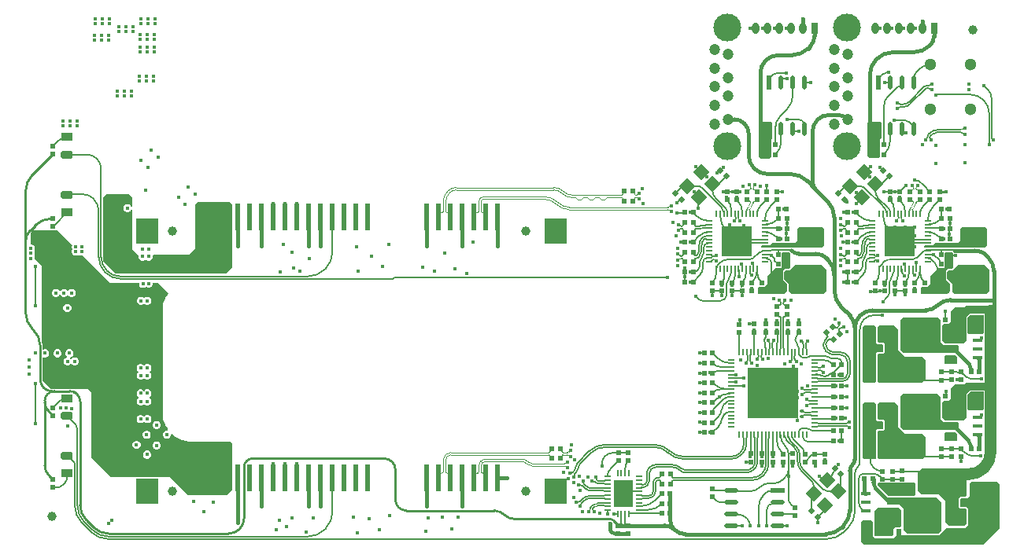
<source format=gbr>
%TF.GenerationSoftware,Altium Limited,Altium Designer,24.0.1 (36)*%
G04 Layer_Physical_Order=4*
G04 Layer_Color=15238730*
%FSLAX45Y45*%
%MOMM*%
%TF.SameCoordinates,DB20E3DF-1D37-4F49-95B0-90F2ADAE02A5*%
%TF.FilePolarity,Positive*%
%TF.FileFunction,Copper,L4,Bot,Signal*%
%TF.Part,Single*%
G01*
G75*
%TA.AperFunction,Conductor*%
%ADD10C,0.12954*%
%ADD11C,0.10897*%
%ADD12C,0.15240*%
%ADD13C,1.27000*%
%ADD14C,0.50800*%
%ADD15C,0.20320*%
%TA.AperFunction,SMDPad,CuDef*%
%ADD16R,0.50000X0.50000*%
%ADD17R,1.92001X1.72400*%
%ADD18R,0.88900X1.27000*%
%ADD19R,0.50000X0.50000*%
%ADD20R,1.00000X0.45000*%
%ADD24C,1.00000*%
%ADD34R,0.50000X1.50000*%
%ADD35O,0.50000X1.50000*%
%TA.AperFunction,Conductor*%
%ADD36C,0.38100*%
%TA.AperFunction,ComponentPad*%
%ADD37C,2.99974*%
%ADD38C,1.19888*%
%ADD39C,1.30000*%
%ADD40C,1.00000*%
%TA.AperFunction,ViaPad*%
%ADD41C,0.40000*%
%TA.AperFunction,Conductor*%
%ADD42C,0.12700*%
%ADD43C,0.25400*%
%TA.AperFunction,SMDPad,CuDef*%
G04:AMPARAMS|DCode=44|XSize=1.27mm|YSize=0.889mm|CornerRadius=0mm|HoleSize=0mm|Usage=FLASHONLY|Rotation=0.000|XOffset=0mm|YOffset=0mm|HoleType=Round|Shape=Octagon|*
%AMOCTAGOND44*
4,1,8,0.63500,-0.22225,0.63500,0.22225,0.41275,0.44450,-0.41275,0.44450,-0.63500,0.22225,-0.63500,-0.22225,-0.41275,-0.44450,0.41275,-0.44450,0.63500,-0.22225,0.0*
%
%ADD44OCTAGOND44*%

%ADD45R,1.27000X0.88900*%
%ADD46O,0.80000X1.20000*%
%ADD47R,0.80000X1.20000*%
%ADD48O,1.50000X0.50000*%
%ADD49R,1.50000X0.50000*%
%ADD50P,0.70711X4X270.0*%
%ADD51R,3.30000X3.30000*%
%ADD52O,0.70000X0.20000*%
%ADD53O,0.20000X0.70000*%
%ADD54O,0.80000X0.20000*%
%ADD55O,0.20000X0.80000*%
%ADD56R,5.50000X5.50000*%
G04:AMPARAMS|DCode=57|XSize=1.3mm|YSize=1.2mm|CornerRadius=0mm|HoleSize=0mm|Usage=FLASHONLY|Rotation=45.000|XOffset=0mm|YOffset=0mm|HoleType=Round|Shape=Rectangle|*
%AMROTATEDRECTD57*
4,1,4,-0.03535,-0.88388,-0.88388,-0.03535,0.03535,0.88388,0.88388,0.03535,-0.03535,-0.88388,0.0*
%
%ADD57ROTATEDRECTD57*%

%ADD58P,0.70711X4X180.0*%
%ADD59R,0.75000X0.85000*%
%ADD60R,0.20000X0.70002*%
%ADD61R,0.70000X0.20000*%
%ADD62R,2.00000X2.99999*%
%ADD63R,2.40000X2.80000*%
%ADD64R,0.60000X2.90000*%
%TA.AperFunction,Conductor*%
%ADD65C,0.05080*%
G36*
X9243060Y7635240D02*
Y7470140D01*
X9230360Y7457440D01*
Y7272020D01*
X9210040Y7251700D01*
X9116060D01*
X9093200Y7274560D01*
Y7632700D01*
X9105900Y7645400D01*
X9232900D01*
X9243060Y7635240D01*
D02*
G37*
G36*
X8069580Y7632700D02*
Y7467600D01*
X8056880Y7454900D01*
Y7269480D01*
X8036560Y7249160D01*
X7942580D01*
X7919720Y7272020D01*
Y7630160D01*
X7932420Y7642860D01*
X8059420D01*
X8069580Y7632700D01*
D02*
G37*
G36*
X10360660Y6512560D02*
X10380980Y6492240D01*
Y6316980D01*
X10349948Y6285948D01*
X9708432D01*
X9702800Y6291580D01*
X9702800Y6309360D01*
X9707879Y6314439D01*
X9796780Y6314440D01*
X9822180Y6339840D01*
X10066020D01*
X10088880Y6362700D01*
Y6489700D01*
X10111740Y6512560D01*
X10360660Y6512560D01*
D02*
G37*
G36*
X8608060D02*
X8628380Y6492240D01*
Y6316980D01*
X8597348Y6285948D01*
X7955832D01*
X7950200Y6291580D01*
X7950200Y6309360D01*
X7955279Y6314439D01*
X8044180Y6314440D01*
X8069580Y6339840D01*
X8313420D01*
X8336280Y6362700D01*
Y6489700D01*
X8359140Y6512560D01*
X8608060Y6512560D01*
D02*
G37*
G36*
X1183640Y6830060D02*
Y6732537D01*
X1170940Y6730011D01*
X1166754Y6740118D01*
X1154658Y6752214D01*
X1138853Y6758760D01*
X1121747D01*
X1105942Y6752214D01*
X1093846Y6740118D01*
X1087300Y6724313D01*
Y6707207D01*
X1093846Y6691402D01*
X1105942Y6679306D01*
X1121747Y6672760D01*
X1138853D01*
X1154658Y6679306D01*
X1166754Y6691402D01*
X1170940Y6701509D01*
X1183640Y6698983D01*
Y6276340D01*
X1244600Y6215380D01*
X1251505Y6205045D01*
X1249860Y6201073D01*
Y6183967D01*
X1256406Y6168162D01*
X1268502Y6156066D01*
X1284307Y6149520D01*
X1301413D01*
X1317218Y6156066D01*
X1325880Y6164729D01*
X1334542Y6156066D01*
X1350347Y6149520D01*
X1367453D01*
X1383258Y6156066D01*
X1395354Y6168162D01*
X1401900Y6183967D01*
Y6201073D01*
X1400348Y6204820D01*
X1407404Y6215380D01*
X1798320D01*
X1861820Y6278880D01*
Y6753860D01*
X1889760Y6781800D01*
X2232660D01*
X2260600Y6753860D01*
Y6075680D01*
X2192020Y6007100D01*
X1003300D01*
X874716Y6135684D01*
X871220Y6147208D01*
Y6835140D01*
X901700Y6865620D01*
X1148080Y6865620D01*
X1183640Y6830060D01*
D02*
G37*
G36*
X10353040Y6106159D02*
X10406380Y6052820D01*
Y5824220D01*
X10373360Y5791200D01*
X10025380D01*
X10002520Y5814060D01*
Y5903390D01*
X9944100Y5961810D01*
Y6029960D01*
X9961880Y6047740D01*
X10007600D01*
X10066020Y6106160D01*
X10353040Y6106159D01*
D02*
G37*
G36*
X10012680Y6230620D02*
X10012680Y6070600D01*
X9999980Y6057900D01*
X9956800D01*
X9933939Y6035039D01*
X9933940Y5946140D01*
X9979660Y5900420D01*
Y5821680D01*
X9949180Y5791200D01*
X9677400D01*
X9667240Y5801360D01*
Y5859780D01*
X9677400Y5869940D01*
X9735820D01*
X9766300Y5900420D01*
Y5981700D01*
X9850120Y6065520D01*
X9911080D01*
X9923780Y6078220D01*
X9923780Y6230619D01*
X9933940Y6240780D01*
X10002519D01*
X10012680Y6230620D01*
D02*
G37*
G36*
X8600440Y6106159D02*
X8653780Y6052820D01*
Y5824220D01*
X8620760Y5791200D01*
X8272780D01*
X8242300Y5821680D01*
Y5900420D01*
X8191500Y5951220D01*
X8191500Y6029960D01*
X8209280Y6047740D01*
X8255000D01*
X8313420Y6106160D01*
X8600440Y6106159D01*
D02*
G37*
G36*
X8260080Y6230620D02*
X8260080Y6070600D01*
X8247380Y6057900D01*
X8204200D01*
X8181339Y6035039D01*
X8181340Y5946140D01*
X8227060Y5900420D01*
Y5821680D01*
X8196580Y5791200D01*
X7924800D01*
X7914640Y5801360D01*
Y5859780D01*
X7924800Y5869940D01*
X7983220D01*
X8013700Y5900420D01*
Y5981700D01*
X8097520Y6065520D01*
X8158480D01*
X8171180Y6078220D01*
X8171180Y6230619D01*
X8181340Y6240780D01*
X8249919D01*
X8260080Y6230620D01*
D02*
G37*
G36*
X10340340Y5374640D02*
X10327639Y5361940D01*
X10185399D01*
X10170160Y5377181D01*
Y5537200D01*
X10198100Y5565140D01*
X10340340D01*
Y5374640D01*
D02*
G37*
G36*
X10388600Y5656580D02*
Y5580380D01*
X10383520Y5575300D01*
X10193020D01*
X10160000Y5542280D01*
Y5290820D01*
X10124440Y5255260D01*
X9926320D01*
X9895840Y5285740D01*
Y5450840D01*
X9913620Y5468620D01*
X9966960D01*
X9984740Y5486400D01*
Y5537200D01*
Y5603240D01*
X10027920Y5646420D01*
X10134600D01*
X10152380Y5664200D01*
X10380980D01*
X10388600Y5656580D01*
D02*
G37*
G36*
X9875520Y5509260D02*
Y5275580D01*
X9911080Y5240020D01*
X10063480D01*
X10073640Y5229860D01*
Y5161280D01*
X10063480Y5151120D01*
X9476740D01*
X9443720Y5184140D01*
Y5509260D01*
X9474200Y5539740D01*
X9845040D01*
X9875520Y5509260D01*
D02*
G37*
G36*
X9423400Y5412740D02*
Y5181600D01*
X9494520Y5110480D01*
X9685020D01*
X9720580Y5074920D01*
Y4874260D01*
X9682480Y4836160D01*
X9215120D01*
X9199880Y4851400D01*
Y5130800D01*
X9212580Y5143500D01*
X9263380Y5143500D01*
X9278620Y5158740D01*
Y5252720D01*
X9268460Y5262880D01*
X9215120Y5262880D01*
X9199880Y5278120D01*
Y5433060D01*
X9220200Y5453380D01*
X9382760D01*
X9423400Y5412740D01*
D02*
G37*
G36*
X518160Y6334760D02*
X535178Y6317742D01*
X531040Y6307753D01*
Y6290647D01*
X537586Y6274842D01*
X539899Y6272530D01*
X537586Y6270218D01*
X531040Y6254413D01*
Y6237307D01*
X537586Y6221502D01*
X549682Y6209406D01*
X565487Y6202860D01*
X582593D01*
X598398Y6209406D01*
X605790Y6216799D01*
X613182Y6209406D01*
X628987Y6202860D01*
X646093D01*
X648898Y6204022D01*
X944880Y5908040D01*
X1253866D01*
X1254940Y5906433D01*
Y5889327D01*
X1261486Y5873522D01*
X1273582Y5861426D01*
X1289387Y5854880D01*
X1306493D01*
X1322298Y5861426D01*
X1329690Y5868819D01*
X1334542Y5863966D01*
X1350347Y5857420D01*
X1367453D01*
X1383258Y5863966D01*
X1395354Y5876062D01*
X1401900Y5891867D01*
Y5908040D01*
X1455420D01*
X1568575Y5794885D01*
X1565314Y5790356D01*
X1561969Y5785998D01*
X1561847Y5785543D01*
X1561491Y5785048D01*
X1561170Y5784802D01*
X1541504Y5750751D01*
X1541405Y5749998D01*
X1540868Y5749461D01*
X1525814Y5713135D01*
X1525814Y5712376D01*
X1525351Y5711773D01*
X1515165Y5673794D01*
X1515263Y5673041D01*
X1514884Y5672384D01*
X1509739Y5633399D01*
X1509936Y5632666D01*
X1509645Y5631965D01*
X1509638Y5612304D01*
X1509639Y5612302D01*
X1509638Y5612300D01*
X1509638Y4511200D01*
X1509639Y4511198D01*
X1509638Y4511196D01*
X1509645Y4491535D01*
X1509936Y4490833D01*
X1509740Y4490100D01*
X1514884Y4451116D01*
X1515264Y4450458D01*
X1515165Y4449706D01*
X1525352Y4411726D01*
X1525814Y4411124D01*
X1525814Y4410365D01*
X1540869Y4374038D01*
X1541406Y4373502D01*
X1541505Y4372749D01*
X1561170Y4338698D01*
X1561772Y4338235D01*
X1561969Y4337502D01*
X1570018Y4327013D01*
X1568088Y4321919D01*
X1563014Y4315280D01*
X1548467D01*
X1532662Y4308734D01*
X1520566Y4296638D01*
X1514020Y4280833D01*
Y4263727D01*
X1520566Y4247922D01*
X1532662Y4235826D01*
X1548467Y4229280D01*
X1565573D01*
X1581378Y4235826D01*
X1593474Y4247922D01*
X1600020Y4263727D01*
Y4274102D01*
X1612720Y4279363D01*
X1614661Y4277421D01*
X1615363Y4277131D01*
X1615742Y4276473D01*
X1646937Y4252534D01*
X1647670Y4252337D01*
X1648133Y4251735D01*
X1682184Y4232070D01*
X1682937Y4231970D01*
X1683474Y4231433D01*
X1719800Y4216379D01*
X1720559Y4216379D01*
X1721161Y4215916D01*
X1759141Y4205730D01*
X1759893Y4205829D01*
X1760551Y4205449D01*
X1799535Y4200305D01*
X1800268Y4200501D01*
X1800970Y4200210D01*
X1820631Y4200203D01*
X1820633Y4200204D01*
X1820635Y4200203D01*
X2241237D01*
X2260600Y4180840D01*
Y3685540D01*
X2199640Y3624580D01*
X1780540D01*
X1584960Y3820160D01*
X952500D01*
X744220Y4028440D01*
Y4729480D01*
X706120Y4767580D01*
X307340D01*
X218796Y4856124D01*
X217642Y4864890D01*
X217654Y4864950D01*
Y5102729D01*
X230354Y5111215D01*
X237827Y5108120D01*
X254933D01*
X270738Y5114666D01*
X282834Y5126762D01*
X289380Y5142567D01*
Y5159673D01*
X282834Y5175478D01*
X270738Y5187574D01*
X254933Y5194120D01*
X237827D01*
X230354Y5191025D01*
X217654Y5199511D01*
Y5230456D01*
X218466D01*
X213440Y5281491D01*
X210820Y5290126D01*
Y6096000D01*
X136980Y6169840D01*
Y6178213D01*
X130434Y6194018D01*
X125581Y6198870D01*
X130434Y6203722D01*
X136980Y6219527D01*
Y6236633D01*
X130434Y6252438D01*
X128121Y6254750D01*
X130434Y6257062D01*
X136980Y6272867D01*
Y6289973D01*
X130434Y6305778D01*
X118338Y6317874D01*
X102533Y6324420D01*
X88900D01*
Y6443271D01*
X92144Y6447224D01*
X119380Y6474460D01*
X378460D01*
X518160Y6334760D01*
D02*
G37*
G36*
X10058400Y5113038D02*
Y5041900D01*
X10050780Y5034280D01*
X9926320D01*
X9918700Y5041900D01*
Y5118100D01*
X9931400Y5130800D01*
X10040638D01*
X10058400Y5113038D01*
D02*
G37*
G36*
X9187180Y5430520D02*
Y5257800D01*
X9197340Y5247640D01*
X9253220D01*
X9263380Y5237480D01*
Y5173980D01*
X9253220Y5163820D01*
X9199880D01*
X9187180Y5151120D01*
Y4851400D01*
X9171940Y4836160D01*
X9055100D01*
X9037320Y4853940D01*
Y5433060D01*
X9057640Y5453380D01*
X9164320D01*
X9187180Y5430520D01*
D02*
G37*
G36*
X10340340Y4546600D02*
X10327639Y4533900D01*
X10185399D01*
X10170160Y4549141D01*
Y4709160D01*
X10198100Y4737100D01*
X10340340D01*
Y4546600D01*
D02*
G37*
G36*
X10388600Y4828540D02*
Y4752340D01*
X10383520Y4747260D01*
X10193020D01*
X10160000Y4714240D01*
Y4462780D01*
X10124440Y4427220D01*
X9926320D01*
X9895840Y4457700D01*
Y4622800D01*
X9913620Y4640580D01*
X9966960D01*
X9984740Y4658360D01*
Y4709160D01*
Y4775200D01*
X10027920Y4818380D01*
X10134600D01*
X10152380Y4836160D01*
X10380980D01*
X10388600Y4828540D01*
D02*
G37*
G36*
X9875520Y4681220D02*
Y4447540D01*
X9911080Y4411980D01*
X10063480D01*
X10073640Y4401820D01*
Y4333240D01*
X10063480Y4323080D01*
X9476740D01*
X9443720Y4356100D01*
Y4681220D01*
X9474200Y4711700D01*
X9845040D01*
X9875520Y4681220D01*
D02*
G37*
G36*
X9423400Y4584700D02*
Y4353560D01*
X9494520Y4282440D01*
X9685020D01*
X9720580Y4246880D01*
Y4046220D01*
X9682480Y4008120D01*
X9215120D01*
X9199880Y4023360D01*
Y4302760D01*
X9212580Y4315460D01*
X9263380Y4315460D01*
X9278620Y4330700D01*
Y4424680D01*
X9268460Y4434840D01*
X9215120Y4434840D01*
X9199880Y4450080D01*
Y4605020D01*
X9220200Y4625340D01*
X9382760D01*
X9423400Y4584700D01*
D02*
G37*
G36*
X10058400Y4284998D02*
Y4213860D01*
X10050780Y4206240D01*
X9926320D01*
X9918700Y4213860D01*
Y4290060D01*
X9931400Y4302760D01*
X10040638D01*
X10058400Y4284998D01*
D02*
G37*
G36*
X9187180Y4602480D02*
Y4429760D01*
X9197340Y4419600D01*
X9253220D01*
X9263380Y4409440D01*
Y4345940D01*
X9253220Y4335780D01*
X9199880D01*
X9187180Y4323080D01*
Y4023360D01*
X9171940Y4008120D01*
X9055100D01*
X9037320Y4025900D01*
Y4605020D01*
X9057640Y4625340D01*
X9164320D01*
X9187180Y4602480D01*
D02*
G37*
G36*
X9606280Y3746500D02*
X9606280Y3629660D01*
X9593580Y3616960D01*
X9314180Y3616960D01*
X9202420Y3728720D01*
Y3746500D01*
X9212580Y3756660D01*
X9596120D01*
X9606280Y3746500D01*
D02*
G37*
G36*
X10154920Y3893820D02*
Y3614420D01*
X10142220Y3601720D01*
X10091420Y3601720D01*
X10076180Y3586480D01*
Y3492500D01*
X10086340Y3482340D01*
X10139680Y3482340D01*
X10154920Y3467100D01*
Y3312160D01*
X10134600Y3291840D01*
X9972040D01*
X9931400Y3332480D01*
Y3563620D01*
X9860280Y3634740D01*
X9669780D01*
X9634220Y3670300D01*
Y3870960D01*
X9672320Y3909060D01*
X10139680D01*
X10154920Y3893820D01*
D02*
G37*
G36*
X9885680Y3545840D02*
Y3241040D01*
X9855200Y3210560D01*
X9512300D01*
X9476740Y3246120D01*
X9476740Y3474720D01*
X9433560Y3517900D01*
X9311639Y3517900D01*
X9304020Y3525520D01*
Y3583940D01*
X9314180Y3594100D01*
X9837420D01*
X9885680Y3545840D01*
D02*
G37*
G36*
X9458960Y3459480D02*
Y3294380D01*
X9441180Y3276600D01*
X9387840D01*
X9370060Y3258820D01*
X9370060Y3192779D01*
X9357360Y3180080D01*
X9179560D01*
X9166121Y3193519D01*
X9166121Y3453661D01*
X9202420Y3489960D01*
X9428480D01*
X9458960Y3459480D01*
D02*
G37*
G36*
X10515599Y3743960D02*
X10515600Y3263900D01*
X10340340Y3088640D01*
X9052560D01*
X9022080Y3119120D01*
Y3335020D01*
X9037320Y3350260D01*
X9131300D01*
X9146540Y3335020D01*
Y3182620D01*
X9169400Y3159760D01*
X9375140D01*
X9403080Y3187700D01*
X9862820D01*
X9941560Y3266440D01*
X10147300D01*
X10177780Y3296920D01*
Y3474720D01*
X10157460Y3495040D01*
X10101580Y3495040D01*
X10091420Y3505200D01*
Y3576320D01*
X10104120Y3589020D01*
X10165080D01*
X10187940Y3611880D01*
Y3749040D01*
X10208260Y3769360D01*
X10490200D01*
X10515599Y3743960D01*
D02*
G37*
%LPC*%
G36*
X541953Y5844360D02*
X524847D01*
X509042Y5837814D01*
X498950Y5827721D01*
X491490Y5826564D01*
X484030Y5827721D01*
X473938Y5837814D01*
X458133Y5844360D01*
X441027D01*
X425222Y5837814D01*
X413126Y5825718D01*
X412003Y5823006D01*
X398257D01*
X397134Y5825718D01*
X385038Y5837814D01*
X369233Y5844360D01*
X352127D01*
X336322Y5837814D01*
X324226Y5825718D01*
X317680Y5809913D01*
Y5792807D01*
X324226Y5777002D01*
X336322Y5764906D01*
X352127Y5758360D01*
X369233D01*
X385038Y5764906D01*
X397134Y5777002D01*
X398257Y5779714D01*
X412003D01*
X413126Y5777002D01*
X425222Y5764906D01*
X441027Y5758360D01*
X458133D01*
X473938Y5764906D01*
X484030Y5774999D01*
X491490Y5776156D01*
X498950Y5774999D01*
X509042Y5764906D01*
X524847Y5758360D01*
X541953D01*
X557758Y5764906D01*
X569854Y5777002D01*
X576400Y5792807D01*
Y5809913D01*
X569854Y5825718D01*
X557758Y5837814D01*
X541953Y5844360D01*
D02*
G37*
G36*
X1354753Y5760540D02*
X1337647D01*
X1321842Y5753994D01*
X1310640Y5742791D01*
X1299438Y5753994D01*
X1283633Y5760540D01*
X1266527D01*
X1250722Y5753994D01*
X1238626Y5741898D01*
X1232080Y5726093D01*
Y5708987D01*
X1238626Y5693182D01*
X1250722Y5681086D01*
X1266527Y5674540D01*
X1283633D01*
X1299438Y5681086D01*
X1310640Y5692289D01*
X1321842Y5681086D01*
X1337647Y5674540D01*
X1354753D01*
X1370558Y5681086D01*
X1382654Y5693182D01*
X1389200Y5708987D01*
Y5726093D01*
X1382654Y5741898D01*
X1370558Y5753994D01*
X1354753Y5760540D01*
D02*
G37*
G36*
X492973Y5682837D02*
X475867D01*
X460062Y5676290D01*
X447966Y5664194D01*
X441420Y5648390D01*
Y5631284D01*
X447966Y5615479D01*
X460062Y5603383D01*
X475867Y5596837D01*
X492973D01*
X508777Y5603383D01*
X520873Y5615479D01*
X527420Y5631284D01*
Y5648390D01*
X520873Y5664194D01*
X508777Y5676290D01*
X492973Y5682837D01*
D02*
G37*
G36*
X387013Y5194120D02*
X369907D01*
X354102Y5187574D01*
X342006Y5175478D01*
X335460Y5159673D01*
Y5142567D01*
X342006Y5126762D01*
X354102Y5114666D01*
X369907Y5108120D01*
X387013D01*
X402818Y5114666D01*
X414914Y5126762D01*
X421460Y5142567D01*
Y5159673D01*
X414914Y5175478D01*
X402818Y5187574D01*
X387013Y5194120D01*
D02*
G37*
G36*
X516553D02*
X499447D01*
X483642Y5187574D01*
X471546Y5175478D01*
X465000Y5159673D01*
Y5142567D01*
X471546Y5126762D01*
X480389Y5117920D01*
X477313Y5107647D01*
X476187Y5105054D01*
X460782Y5098674D01*
X448686Y5086578D01*
X442140Y5070773D01*
Y5053667D01*
X448686Y5037862D01*
X460782Y5025766D01*
X476587Y5019220D01*
X493693D01*
X509498Y5025766D01*
X517483Y5033752D01*
X522981Y5037429D01*
X533766Y5034063D01*
X539522Y5028306D01*
X555327Y5021760D01*
X572433D01*
X588238Y5028306D01*
X600334Y5040402D01*
X606880Y5056207D01*
Y5073313D01*
X600334Y5089118D01*
X588238Y5101214D01*
X572433Y5107760D01*
X555327D01*
X539522Y5101214D01*
X531537Y5093228D01*
X526039Y5089551D01*
X515254Y5092917D01*
X512751Y5095420D01*
X515827Y5105693D01*
X516953Y5108286D01*
X532358Y5114666D01*
X544454Y5126762D01*
X551000Y5142567D01*
Y5159673D01*
X544454Y5175478D01*
X532358Y5187574D01*
X516553Y5194120D01*
D02*
G37*
G36*
X1354753Y5036640D02*
X1337647D01*
X1321842Y5030094D01*
X1317667Y5025918D01*
X1309370Y5018341D01*
X1301073Y5025918D01*
X1296898Y5030094D01*
X1281093Y5036640D01*
X1263987D01*
X1248182Y5030094D01*
X1236086Y5017998D01*
X1229540Y5002193D01*
Y4985087D01*
X1236086Y4969282D01*
X1244383Y4960986D01*
X1246876Y4953000D01*
X1244383Y4945014D01*
X1236086Y4936718D01*
X1229540Y4920913D01*
Y4903807D01*
X1236086Y4888002D01*
X1248182Y4875906D01*
X1263987Y4869360D01*
X1281093D01*
X1296898Y4875906D01*
X1301073Y4880082D01*
X1309370Y4887658D01*
X1317667Y4880082D01*
X1321842Y4875906D01*
X1337647Y4869360D01*
X1354753D01*
X1370558Y4875906D01*
X1382654Y4888002D01*
X1389200Y4903807D01*
Y4920913D01*
X1382654Y4936718D01*
X1374357Y4945014D01*
X1371864Y4953000D01*
X1374357Y4960986D01*
X1382654Y4969282D01*
X1389200Y4985087D01*
Y5002193D01*
X1382654Y5017998D01*
X1370558Y5030094D01*
X1354753Y5036640D01*
D02*
G37*
G36*
Y4762320D02*
X1337647D01*
X1321842Y4755774D01*
X1317667Y4751598D01*
X1309370Y4744021D01*
X1301073Y4751598D01*
X1296898Y4755774D01*
X1281093Y4762320D01*
X1263987D01*
X1248182Y4755774D01*
X1236086Y4743678D01*
X1229540Y4727873D01*
Y4710767D01*
X1236086Y4694962D01*
X1248182Y4682866D01*
X1250894Y4681743D01*
Y4667997D01*
X1248182Y4666874D01*
X1236086Y4654778D01*
X1229540Y4638973D01*
Y4621867D01*
X1236086Y4606062D01*
X1248182Y4593966D01*
X1263987Y4587420D01*
X1281093D01*
X1296898Y4593966D01*
X1301073Y4598142D01*
X1309370Y4605718D01*
X1317667Y4598142D01*
X1321842Y4593966D01*
X1337647Y4587420D01*
X1354753D01*
X1370558Y4593966D01*
X1382654Y4606062D01*
X1389200Y4621867D01*
Y4638973D01*
X1382654Y4654778D01*
X1370558Y4666874D01*
X1367846Y4667997D01*
Y4681743D01*
X1370558Y4682866D01*
X1382654Y4694962D01*
X1389200Y4710767D01*
Y4727873D01*
X1382654Y4743678D01*
X1370558Y4755774D01*
X1354753Y4762320D01*
D02*
G37*
G36*
Y4485460D02*
X1337647D01*
X1321842Y4478914D01*
X1317667Y4474738D01*
X1309370Y4467161D01*
X1301073Y4474738D01*
X1296898Y4478914D01*
X1281093Y4485460D01*
X1263987D01*
X1248182Y4478914D01*
X1236086Y4466818D01*
X1229540Y4451013D01*
Y4433907D01*
X1236086Y4418102D01*
X1248182Y4406006D01*
X1263987Y4399460D01*
X1281093D01*
X1296898Y4406006D01*
X1301073Y4410182D01*
X1309370Y4417759D01*
X1317667Y4410182D01*
X1321842Y4406006D01*
X1337647Y4399460D01*
X1354753D01*
X1370558Y4406006D01*
X1382654Y4418102D01*
X1389200Y4433907D01*
Y4451013D01*
X1382654Y4466818D01*
X1370558Y4478914D01*
X1354753Y4485460D01*
D02*
G37*
G36*
X1453813Y4421960D02*
X1436707D01*
X1420902Y4415414D01*
X1408806Y4403318D01*
X1402260Y4387513D01*
Y4370407D01*
X1408806Y4354602D01*
X1420902Y4342506D01*
X1436707Y4335960D01*
X1453813D01*
X1469618Y4342506D01*
X1481714Y4354602D01*
X1488260Y4370407D01*
Y4387513D01*
X1481714Y4403318D01*
X1469618Y4415414D01*
X1453813Y4421960D01*
D02*
G37*
G36*
X1347133Y4315280D02*
X1330027D01*
X1314222Y4308734D01*
X1302126Y4296638D01*
X1295580Y4280833D01*
Y4263727D01*
X1302126Y4247922D01*
X1314222Y4235826D01*
X1330027Y4229280D01*
X1347133D01*
X1362938Y4235826D01*
X1375034Y4247922D01*
X1381580Y4263727D01*
Y4280833D01*
X1375034Y4296638D01*
X1362938Y4308734D01*
X1347133Y4315280D01*
D02*
G37*
G36*
X1237913Y4208600D02*
X1220807D01*
X1205002Y4202054D01*
X1192906Y4189958D01*
X1186360Y4174153D01*
Y4157047D01*
X1192906Y4141242D01*
X1205002Y4129146D01*
X1220807Y4122600D01*
X1237913D01*
X1253718Y4129146D01*
X1265814Y4141242D01*
X1272360Y4157047D01*
Y4174153D01*
X1265814Y4189958D01*
X1253718Y4202054D01*
X1237913Y4208600D01*
D02*
G37*
G36*
X1453813Y4200980D02*
X1436707D01*
X1420902Y4194434D01*
X1408806Y4182338D01*
X1402260Y4166533D01*
Y4149427D01*
X1408806Y4133622D01*
X1420902Y4121526D01*
X1436707Y4114980D01*
X1453813D01*
X1469618Y4121526D01*
X1481714Y4133622D01*
X1488260Y4149427D01*
Y4166533D01*
X1481714Y4182338D01*
X1469618Y4194434D01*
X1453813Y4200980D01*
D02*
G37*
G36*
X1349673Y4101920D02*
X1332567D01*
X1316762Y4095374D01*
X1304666Y4083278D01*
X1298120Y4067473D01*
Y4050367D01*
X1304666Y4034562D01*
X1316762Y4022466D01*
X1332567Y4015920D01*
X1349673D01*
X1365478Y4022466D01*
X1377574Y4034562D01*
X1384120Y4050367D01*
Y4067473D01*
X1377574Y4083278D01*
X1365478Y4095374D01*
X1349673Y4101920D01*
D02*
G37*
%LPD*%
D10*
X8864563Y6147556D02*
G03*
X8864587Y6147531I12317J12268D01*
G01*
X8855701Y6170819D02*
G03*
X8846541Y6174613I-9160J-9160D01*
G01*
X8840142D02*
G03*
X8818205Y6165527I0J-31023D01*
G01*
X8859495Y6161658D02*
G03*
X8855701Y6170819I-12955J0D01*
G01*
X8859495Y6159824D02*
G03*
X8864563Y6147556I17384J0D01*
G01*
X8806180Y6156440D02*
G03*
X8811196Y6158518I0J7094D01*
G01*
X8374316Y4530818D02*
G03*
X8369300Y4532896I-5016J-5016D01*
G01*
X8492880Y4521962D02*
G03*
X8484142Y4518342I0J-12358D01*
G01*
X8475403Y4514723D02*
G03*
X8484142Y4518342I0J12358D01*
G01*
X8389916Y4530818D02*
G03*
X8384900Y4532896I-5016J-5016D01*
G01*
X8396925Y4523809D02*
G03*
X8418861Y4514723I21936J21936D01*
G01*
X8864587Y6227349D02*
G03*
X8864563Y6227324I12292J-12292D01*
G01*
D02*
G03*
X8859495Y6215056I12317J-12268D01*
G01*
X8818205Y6209353D02*
G03*
X8840142Y6200267I21936J21936D01*
G01*
X8846541D02*
G03*
X8855701Y6204061I0J12955D01*
G01*
X8811196Y6216362D02*
G03*
X8806180Y6218440I-5016J-5016D01*
G01*
X8484142Y4485449D02*
G03*
X8475403Y4489069I-8738J-8738D01*
G01*
X8418861D02*
G03*
X8396925Y4479983I0J-31023D01*
G01*
X8484142Y4485449D02*
G03*
X8492880Y4481830I8738J8738D01*
G01*
X8384900Y4470896D02*
G03*
X8389916Y4472974I0J7094D01*
G01*
X8369300Y4470896D02*
G03*
X8374316Y4472974I0J7094D01*
G01*
X8855701Y6204061D02*
G03*
X8859495Y6213222I-9160J9160D01*
G01*
X8864594Y6547389D02*
G03*
X8864570Y6547364I12292J-12292D01*
G01*
D02*
G03*
X8859502Y6535096I12317J-12268D01*
G01*
X8818205Y6529393D02*
G03*
X8840142Y6520307I21936J21936D01*
G01*
X8846548D02*
G03*
X8855708Y6524101I0J12955D01*
G01*
X8455921Y4642888D02*
G03*
X8475621Y4634738I19699J19732D01*
G01*
X8492790Y4641850D02*
G03*
X8484206Y4638294I0J-12140D01*
G01*
X8475621Y4634738D02*
G03*
X8484206Y4638294I0J12141D01*
G01*
X8859502Y6481698D02*
G03*
X8855708Y6490859I-12955J0D01*
G01*
D02*
G03*
X8846548Y6494653I-9160J-9160D01*
G01*
X8840142D02*
G03*
X8818205Y6485567I0J-31023D01*
G01*
X8864570Y6467596D02*
G03*
X8864594Y6467571I12317J12268D01*
G01*
X8859502Y6479864D02*
G03*
X8864570Y6467596I17384J0D01*
G01*
X8484206Y4605528D02*
G03*
X8492790Y4601972I8584J8584D01*
G01*
X8484206Y4605528D02*
G03*
X8475621Y4609084I-8585J-8585D01*
G01*
D02*
G03*
X8455921Y4600934I0J-27882D01*
G01*
X8855708Y6524101D02*
G03*
X8859502Y6533262I-9160J9160D01*
G01*
X8811196Y6536402D02*
G03*
X8806180Y6538480I-5016J-5016D01*
G01*
Y6476480D02*
G03*
X8811196Y6478558I0J7094D01*
G01*
X8492790Y4761738D02*
G03*
X8484205Y4758182I0J-12141D01*
G01*
X8475620Y4754626D02*
G03*
X8484205Y4758182I0J12141D01*
G01*
X8401645Y4763712D02*
G03*
X8423582Y4754626I21936J21936D01*
G01*
X8484205Y4725416D02*
G03*
X8492790Y4721860I8585J8585D01*
G01*
X8484205Y4725416D02*
G03*
X8475620Y4728972I-8585J-8585D01*
G01*
X8423582D02*
G03*
X8401645Y4719886I0J-31023D01*
G01*
X7914640Y5140080D02*
G03*
X7918259Y5131342I12358J0D01*
G01*
X7921879Y5122603D02*
G03*
X7918259Y5131342I-12359J0D01*
G01*
X7912793Y5097105D02*
G03*
X7921879Y5119042I-21936J21936D01*
G01*
X7103101Y6170819D02*
G03*
X7093941Y6174613I-9160J-9160D01*
G01*
X7106895Y6159824D02*
G03*
X7111963Y6147556I17384J0D01*
G01*
X7106895Y6161658D02*
G03*
X7103101Y6170819I-12955J0D01*
G01*
X7087542Y6174613D02*
G03*
X7065605Y6165527I0J-31023D01*
G01*
X7951153Y5131342D02*
G03*
X7954772Y5140080I-8738J8738D01*
G01*
X7947533Y5119042D02*
G03*
X7956620Y5097105I31023J0D01*
G01*
X7951153Y5131342D02*
G03*
X7947533Y5122603I8738J-8738D01*
G01*
X7111963Y6227324D02*
G03*
X7106895Y6215056I12317J-12268D01*
G01*
X7065605Y6209353D02*
G03*
X7087542Y6200267I21936J21936D01*
G01*
X7093941D02*
G03*
X7103101Y6204061I0J12955D01*
G01*
D02*
G03*
X7106895Y6213222I-9160J9160D01*
G01*
X7111970Y6547364D02*
G03*
X7106902Y6535096I12317J-12268D01*
G01*
X7093948Y6520307D02*
G03*
X7103108Y6524101I0J12955D01*
G01*
X7068145Y6529393D02*
G03*
X7090082Y6520307I21936J21936D01*
G01*
X7794752Y5139990D02*
G03*
X7798308Y5131405I12141J0D01*
G01*
X7801864Y5122820D02*
G03*
X7798308Y5131405I-12141J0D01*
G01*
X7103108Y6490859D02*
G03*
X7093948Y6494653I-9160J-9160D01*
G01*
X7106902Y6481698D02*
G03*
X7103108Y6490859I-12955J0D01*
G01*
X7090082Y6494653D02*
G03*
X7068145Y6485567I0J-31023D01*
G01*
X7106902Y6479864D02*
G03*
X7111970Y6467596I17384J0D01*
G01*
X7827518Y5075862D02*
G03*
X7836604Y5053925I31023J0D01*
G01*
X7831074Y5131405D02*
G03*
X7834630Y5139990I-8585J8585D01*
G01*
X7831074Y5131405D02*
G03*
X7827518Y5122820I8585J-8585D01*
G01*
X7103108Y6524101D02*
G03*
X7106902Y6533262I-9160J9160D01*
G01*
X7792778Y5053925D02*
G03*
X7801864Y5075862I-21936J21936D01*
G01*
X8041894Y5254318D02*
G03*
X8032808Y5276255I-31023J0D01*
G01*
X8038338Y5202331D02*
G03*
X8041894Y5210916I-8585J8585D01*
G01*
X8038338Y5202331D02*
G03*
X8034782Y5193746I8585J-8585D01*
G01*
X7425804Y6199791D02*
G03*
X7416751Y6203638I-14764J-22171D01*
G01*
X7408284Y6210032D02*
G03*
X7416751Y6203638I11356J6234D01*
G01*
X7433043Y6195023D02*
G03*
X7446567Y6194579I7125J10819D01*
G01*
X7453519Y6155340D02*
G03*
X7453562Y6155308I7871J10289D01*
G01*
X8076634Y5276255D02*
G03*
X8067548Y5254318I21936J-21936D01*
G01*
X8074660Y5193746D02*
G03*
X8071104Y5202331I-12141J0D01*
G01*
X8067548Y5210916D02*
G03*
X8071104Y5202331I12141J0D01*
G01*
X7453046Y6155720D02*
G03*
X7453048Y6155718I8344J9909D01*
G01*
D02*
G03*
X7453503Y6155352I8342J9911D01*
G01*
X7416853Y6151625D02*
G03*
X7419014Y6152205I-5813J25995D01*
G01*
X7408292Y6145222D02*
G03*
X7408283Y6145207I11348J-6249D01*
G01*
X7401613Y6137620D02*
G03*
X7405541Y6139248I0J5556D01*
G01*
X7452609Y6156103D02*
G03*
X7442019Y6159243I-8627J-9665D01*
G01*
X7416853Y6151625D02*
G03*
X7408292Y6145222I2787J-12652D01*
G01*
X7405541Y6139248D02*
G03*
X7407169Y6143176I-3929J3929D01*
G01*
X9160884Y6210032D02*
G03*
X9169351Y6203638I11356J6234D01*
G01*
X8555131Y4398264D02*
G03*
X8546546Y4401820I-8585J-8585D01*
G01*
X8555131Y4398264D02*
G03*
X8563716Y4394708I8585J8585D01*
G01*
X8866198D02*
G03*
X8888135Y4403794I0J31023D01*
G01*
X9169453Y6151625D02*
G03*
X9160892Y6145222I2787J-12652D01*
G01*
X9154213Y6137620D02*
G03*
X9158141Y6139248I0J5556D01*
G01*
X8563716Y4369054D02*
G03*
X8555131Y4365498I0J-12141D01*
G01*
X8546546Y4361942D02*
G03*
X8555131Y4365498I0J12141D01*
G01*
X8888135Y4359968D02*
G03*
X8866198Y4369054I-21936J-21936D01*
G01*
X9178512Y6199719D02*
G03*
X9169351Y6203638I-14872J-22099D01*
G01*
X9178528Y6199709D02*
G03*
X9183333Y6197796I7098J10837D01*
G01*
X9178512Y6199719D02*
G03*
X9178528Y6199709I7114J10827D01*
G01*
X9183331Y6157444D02*
G03*
X9178487Y6155504I2294J-12750D01*
G01*
D02*
G03*
X9178468Y6155492I7138J-10811D01*
G01*
X9169453Y6151625D02*
G03*
X9178468Y6155492I-5813J25995D01*
G01*
X9158141Y6139248D02*
G03*
X9159769Y6143176I-3929J3929D01*
G01*
X8895144Y4352959D02*
G03*
X8900160Y4350881I5016J5016D01*
G01*
Y4412881D02*
G03*
X8895144Y4410803I0J-7094D01*
G01*
X9775632Y7993302D02*
G03*
X9738927Y8008505I-36705J-36705D01*
G01*
X9736492D02*
G03*
X9714206Y7999282I0J-31534D01*
G01*
X9479348Y7806545D02*
G03*
X9486876Y7806824I0J101691D01*
G01*
X9450075Y7806545D02*
G03*
X9448024Y7806477I0J-31022D01*
G01*
X7791133Y4241326D02*
G03*
X7794752Y4250064I-8738J8738D01*
G01*
X7791133Y4241326D02*
G03*
X7787513Y4232587I8738J-8738D01*
G01*
X6942730Y4082690D02*
G03*
X6802210Y4140895I-140520J-140520D01*
G01*
X6942730Y4082689D02*
G03*
X6942974Y4082446I167763J167763D01*
G01*
X6271260Y4140895D02*
G03*
X6112013Y4074933I0J-225209D01*
G01*
X7625398Y4013200D02*
G03*
X7739917Y4060635I0J161954D01*
G01*
X5962558Y3873771D02*
G03*
X5980840Y3917906I-44135J44135D01*
G01*
X5943967Y3855179D02*
G03*
X5943953Y3855166I21932J-21932D01*
G01*
D02*
G03*
X5934882Y3833248I21945J-21918D01*
G01*
X9768111Y8041842D02*
G03*
X9768118Y8041850I-18557J18573D01*
G01*
X9749553Y8034160D02*
G03*
X9768111Y8041842I0J26255D01*
G01*
X9473866Y7832199D02*
G03*
X9524025Y7847623I0J89272D01*
G01*
X9427802Y7841285D02*
G03*
X9449738Y7832199I21936J21936D01*
G01*
X7761859Y4232587D02*
G03*
X7758239Y4241326I-12358J0D01*
G01*
X7754620Y4250064D02*
G03*
X7758239Y4241326I12358J0D01*
G01*
X6960745Y4100955D02*
G03*
X6960712Y4100988I-158357J-158357D01*
G01*
D02*
G03*
X6802387Y4166549I-158324J-158390D01*
G01*
X6271165D02*
G03*
X6094151Y4093351I0J-250634D01*
G01*
X6960870Y4100830D02*
G03*
X7110493Y4038854I149623J149623D01*
G01*
X7625284D02*
G03*
X7721858Y4078856I0J136575D01*
G01*
X5936904Y3884397D02*
G03*
X5955186Y3928532I-44135J44135D01*
G01*
X5903170Y3863510D02*
G03*
X5925101Y3872594I0J31016D01*
G01*
X5893265Y3863510D02*
G03*
X5888242Y3861429I0J-7103D01*
G01*
X9776524Y7992411D02*
G03*
X9781540Y7990333I5016J5016D01*
G01*
X9486876Y7806824D02*
G03*
X9551254Y7836330I-7528J101412D01*
G01*
X9448024Y7806477D02*
G03*
X9428168Y7797488I2051J-30954D01*
G01*
X7747590Y4068308D02*
G03*
X7787513Y4164801I-96649J96493D01*
G01*
X7747512Y4068230D02*
G03*
X7747590Y4068308I-96571J96571D01*
G01*
X6942974Y4082446D02*
G03*
X7110146Y4013200I167519J168006D01*
G01*
D02*
G03*
X7110493Y4013200I347J237252D01*
G01*
X5999121Y3962041D02*
G03*
X5980840Y3917906I44135J-44135D01*
G01*
X5932802Y3818320D02*
G03*
X5934882Y3823342I-5022J5022D01*
G01*
X9781540Y8052333D02*
G03*
X9776524Y8050255I0J-7094D01*
G01*
X9725865Y8034160D02*
G03*
X9703567Y8024923I1J-31535D01*
G01*
X9524025Y7847623D02*
G03*
X9536991Y7858346I-50159J73848D01*
G01*
X7721858Y4078856D02*
G03*
X7761859Y4175428I-96572J96572D01*
G01*
X6094151Y4093351D02*
G03*
X6093940Y4093140I177014J-177436D01*
G01*
X5973467Y3972667D02*
G03*
X5955186Y3928532I44135J-44135D01*
G01*
X6182185Y3781953D02*
G03*
X6199292Y3775189I17107J18250D01*
G01*
X6257048D02*
G03*
X6265710Y3778776I0J12249D01*
G01*
X6274372Y3782364D02*
G03*
X6265710Y3778776I0J-12249D01*
G01*
X9839696Y7556500D02*
G03*
X9767053Y7526499I0J-102948D01*
G01*
X10093267Y7556500D02*
G03*
X10132124Y7572595I0J54952D01*
G01*
X9746396Y7505841D02*
G03*
X9736613Y7482225I23616J-23616D01*
G01*
X6165208Y3762631D02*
G03*
X6160010Y3766809I-21921J-21953D01*
G01*
X6168887Y3759051D02*
G03*
X6193980Y3749535I25093J28326D01*
G01*
X6167233Y3760606D02*
G03*
X6168887Y3759051I26746J26771D01*
G01*
X6160010Y3766809D02*
G03*
X6143287Y3771702I-16723J-26130D01*
G01*
X6265710Y3745947D02*
G03*
X6257048Y3749535I-8662J-8662D01*
G01*
X6265710Y3745947D02*
G03*
X6274372Y3742359I8662J8662D01*
G01*
X10132124Y7514751D02*
G03*
X10093267Y7530846I-38857J-38857D01*
G01*
X9839791D02*
G03*
X9785015Y7508181I0J-77523D01*
G01*
X9768269Y7491435D02*
G03*
X9762267Y7476912I14570J-14522D01*
G01*
X9768293Y7491459D02*
G03*
X9768269Y7491435I14546J-14546D01*
G01*
Y7462390D02*
G03*
X9768293Y7462366I14570J14522D01*
G01*
X9762514Y7473739D02*
G03*
X9768269Y7462390I20325J3173D01*
G01*
X9762267Y7476912D02*
G03*
X9762514Y7473739I20571J0D01*
G01*
X9767053Y7526499D02*
G03*
X9766901Y7526347I72643J-72947D01*
G01*
X10137140Y7574673D02*
G03*
X10132124Y7572595I0J-7094D01*
G01*
X6174277Y3800204D02*
G03*
X6181604Y3782515I25015J0D01*
G01*
D02*
G03*
X6182185Y3781953I17688J17688D01*
G01*
X10132124Y7514751D02*
G03*
X10137140Y7512673I5016J5016D01*
G01*
X9780440Y7447280D02*
G03*
X9778362Y7452296I-7094J0D01*
G01*
X9726831Y7458609D02*
G03*
X9736613Y7482225I-23616J23616D01*
G01*
X9720519Y7452296D02*
G03*
X9718441Y7447280I5016J-5016D01*
G01*
X6274363Y3542359D02*
G03*
X6265740Y3538801I0J-12228D01*
G01*
X6257070Y3535197D02*
G03*
X6265693Y3538755I0J12228D01*
G01*
X6186396Y3535197D02*
G03*
X6131094Y3512290I0J-78208D01*
G01*
X6115594Y3496790D02*
G03*
X6108053Y3478570I18239J-18220D01*
G01*
X6100502Y3460341D02*
G03*
X6108053Y3478570I-18230J18230D01*
G01*
X6265740Y3505938D02*
G03*
X6274363Y3502380I8623J8669D01*
G01*
X6265693Y3505984D02*
G03*
X6257070Y3509543I-8623J-8669D01*
G01*
X6186491D02*
G03*
X6149167Y3494083I0J-52784D01*
G01*
X6137501Y3482416D02*
G03*
X6137489Y3482404I9159J-9159D01*
G01*
D02*
G03*
X6133707Y3473257I9172J-9147D01*
G01*
D02*
G03*
X6137489Y3464110I12953J0D01*
G01*
X6265740Y3538801D02*
G03*
X6265716Y3538778I8623J-8669D01*
G01*
X6265693Y3538755D02*
G03*
X6265716Y3538778I-8623J8669D01*
G01*
Y3505961D02*
G03*
X6265740Y3505938I8646J8646D01*
G01*
X6265716Y3505961D02*
G03*
X6265693Y3505984I-8646J-8646D01*
G01*
X6274372Y3622369D02*
G03*
X6265710Y3618782I0J-12249D01*
G01*
X6257048Y3615194D02*
G03*
X6265710Y3618782I0J12249D01*
G01*
X6106554Y3615194D02*
G03*
X6023075Y3580616I0J-118057D01*
G01*
X5975647Y3546038D02*
G03*
X5997568Y3555109I0J31024D01*
G01*
X6265710Y3585952D02*
G03*
X6257048Y3589540I-8662J-8662D01*
G01*
X6265710Y3585952D02*
G03*
X6274372Y3582364I8662J8662D01*
G01*
X6111867Y3589540D02*
G03*
X6037459Y3558719I0J-105229D01*
G01*
X6015724Y3536984D02*
G03*
X6006637Y3515048I21936J-21936D01*
G01*
X6265710Y3665962D02*
G03*
X6257048Y3669550I-8662J-8662D01*
G01*
X6265710Y3665962D02*
G03*
X6274372Y3662374I8662J8662D01*
G01*
X6023643Y3722836D02*
G03*
X6001807Y3731822I-21836J-22036D01*
G01*
X6039342Y3707137D02*
G03*
X6130086Y3669550I90744J90744D01*
G01*
X6274372Y3702379D02*
G03*
X6265710Y3698792I0J-12249D01*
G01*
X6257048Y3695204D02*
G03*
X6265710Y3698792I0J12249D01*
G01*
X6032798Y3762812D02*
G03*
X6041884Y3740876I31024J0D01*
G01*
X6053761Y3728999D02*
G03*
X6135398Y3695204I81638J81709D01*
G01*
X6023744Y3722736D02*
G03*
X6023643Y3722836I-21937J-21936D01*
G01*
X8818252Y5429382D02*
G03*
X8796316Y5420296I0J-31023D01*
G01*
X8793620Y5378264D02*
G03*
X8788336Y5391018I-18038J0D01*
G01*
X8783053Y5401667D02*
G03*
X8786835Y5392520I12953J0D01*
G01*
X8786847Y5410827D02*
G03*
X8783053Y5401667I9160J-9160D01*
G01*
X8786835Y5392520D02*
G03*
X8786847Y5392508I9172J9147D01*
G01*
X8778191Y5438452D02*
G03*
X8787262Y5460373I-21953J21921D01*
G01*
X8759547Y5425173D02*
G03*
X8768695Y5428955I0J12953D01*
G01*
X8750400D02*
G03*
X8759547Y5425173I9147J9172D01*
G01*
X8748898Y5430457D02*
G03*
X8736144Y5435740I-12755J-12755D01*
G01*
X8606195Y4959916D02*
G03*
X8584258Y4969002I-21936J-21936D01*
G01*
X8563716D02*
G03*
X8555131Y4965446I0J-12141D01*
G01*
X8546546Y4961890D02*
G03*
X8555131Y4965446I0J12141D01*
G01*
X8584258Y4994656D02*
G03*
X8606195Y5003742I0J31023D01*
G01*
X8555131Y4998212D02*
G03*
X8563716Y4994656I8585J8585D01*
G01*
X8555131Y4998212D02*
G03*
X8546546Y5001768I-8585J-8585D01*
G01*
X8401812Y5249238D02*
G03*
X8392726Y5271175I-31023J0D01*
G01*
X8398256Y5202331D02*
G03*
X8401812Y5210916I-8585J8585D01*
G01*
X8398256Y5202331D02*
G03*
X8394700Y5193746I8585J-8585D01*
G01*
X8436552Y5271175D02*
G03*
X8427466Y5249238I21936J-21936D01*
G01*
Y5210916D02*
G03*
X8431022Y5202331I12141J0D01*
G01*
X8434578Y5193746D02*
G03*
X8431022Y5202331I-12141J0D01*
G01*
X8443561Y5278184D02*
G03*
X8445639Y5283200I-5016J5016D01*
G01*
X8383639D02*
G03*
X8385717Y5278184I7094J0D01*
G01*
X8274558Y5140080D02*
G03*
X8278177Y5131342I12358J0D01*
G01*
X8281797Y5122603D02*
G03*
X8278177Y5131342I-12358J0D01*
G01*
X8272711Y5073779D02*
G03*
X8281510Y5091505I-21936J21936D01*
G01*
X8311070Y5131342D02*
G03*
X8314690Y5140080I-8738J8738D01*
G01*
X8311070Y5131342D02*
G03*
X8307451Y5122603I8738J-8738D01*
G01*
Y5095715D02*
G03*
X8316537Y5073779I31023J0D01*
G01*
X8281510Y5091505D02*
G03*
X8281797Y5095715I-30736J4210D01*
G01*
X8160893Y5688658D02*
G03*
X8151807Y5710595I-31023J0D01*
G01*
X8147938Y5675103D02*
G03*
X8157099Y5678897I0J12955D01*
G01*
X8146104Y5675103D02*
G03*
X8133836Y5670036I0J-17384D01*
G01*
X8195633Y5710595D02*
G03*
X8186547Y5688658I21936J-21936D01*
G01*
X8213604Y5670036D02*
G03*
X8201336Y5675103I-12268J-12317D01*
G01*
X8186547Y5688057D02*
G03*
X8190341Y5678897I12955J0D01*
G01*
D02*
G03*
X8199502Y5675103I9160J9160D01*
G01*
X8157099Y5678897D02*
G03*
X8160893Y5688057I-9160J9160D01*
G01*
X10430702Y7463567D02*
G03*
X10441940Y7447280I50018J22493D01*
G01*
X10425877Y7486059D02*
G03*
X10430702Y7463567I54842J0D01*
G01*
X10341402Y7878018D02*
G03*
X10193433Y7939280I-147969J-148068D01*
G01*
X10341502Y7877918D02*
G03*
X10341452Y7877968I-148068J-147969D01*
G01*
X10402763Y7729950D02*
G03*
X10341502Y7877918I-209330J0D01*
G01*
X10341452Y7877968D02*
G03*
X10341402Y7878018I-148018J-148018D01*
G01*
X10385694Y7993746D02*
G03*
X10385649Y7993791I-97166J-97074D01*
G01*
X10425877Y7896671D02*
G03*
X10385694Y7993746I-137349J0D01*
G01*
X8608809Y3687331D02*
G03*
X8664882Y3664122I56073J56133D01*
G01*
X8608779Y3687361D02*
G03*
X8608809Y3687331I56103J56103D01*
G01*
X8497437Y3766015D02*
G03*
X8497397Y3766055I-34835J-34755D01*
G01*
X8511810Y3731260D02*
G03*
X8497437Y3766015I-49207J0D01*
G01*
X8386136Y3877316D02*
G03*
X8386201Y3877251I112324J112195D01*
G01*
X8339701Y3989510D02*
G03*
X8386136Y3877316I158758J0D01*
G01*
X8362815Y3994298D02*
G03*
X8405930Y3890210I147202J0D01*
G01*
X8325807Y4144761D02*
G03*
X8325621Y4144948I-89697J-89491D01*
G01*
X8362815Y4055270D02*
G03*
X8325807Y4144761I-126705J0D01*
G01*
X8309384Y4128496D02*
G03*
X8309360Y4128520I-73274J-73226D01*
G01*
X8339701Y4055270D02*
G03*
X8309384Y4128496I-103591J0D01*
G01*
X8194548Y4276852D02*
G03*
X8218250Y4219631I80923J0D01*
G01*
X8263616Y4206953D02*
G03*
X8263646Y4206923I69959J69899D01*
G01*
X8236028Y4260579D02*
G03*
X8263616Y4206953I97547J16273D01*
G01*
X8234680Y4276852D02*
G03*
X8236028Y4260579I98895J0D01*
G01*
X8031163Y4241326D02*
G03*
X8034782Y4250064I-8738J8738D01*
G01*
X8031163Y4241326D02*
G03*
X8027543Y4232587I8738J-8738D01*
G01*
X7975934Y3836608D02*
G03*
X8027543Y3961202I-124594J124594D01*
G01*
X7850880Y3784539D02*
G03*
X7975474Y3836148I0J176201D01*
G01*
X6983439Y3755502D02*
G03*
X6990101Y3771585I-16083J16083D01*
G01*
X6993896Y3780745D02*
G03*
X6990101Y3771585I9160J-9160D01*
G01*
X7003056Y3784539D02*
G03*
X6993896Y3780745I0J-12955D01*
G01*
X8001889Y4232587D02*
G03*
X7998269Y4241326I-12359J0D01*
G01*
X7994650Y4250064D02*
G03*
X7998269Y4241326I12358J0D01*
G01*
X7850555Y3810193D02*
G03*
X7957513Y3854467I0J151334D01*
G01*
X6983781Y3838438D02*
G03*
X6983759Y3838459I-15333J-15290D01*
G01*
X6990101Y3823148D02*
G03*
X6983781Y3838438I-21654J0D01*
G01*
X6990101Y3823148D02*
G03*
X6993896Y3813988I12955J0D01*
G01*
D02*
G03*
X7003056Y3810193I9160J9160D01*
G01*
X7957616Y3854569D02*
G03*
X8001889Y3961528I-107061J106958D01*
G01*
X7957564Y3854518D02*
G03*
X7957616Y3854569I-107009J107009D01*
G01*
X7957513Y3854467D02*
G03*
X7957564Y3854518I-106958J107061D01*
G01*
X7911084Y4241389D02*
G03*
X7914640Y4249974I-8585J8585D01*
G01*
X7911084Y4241389D02*
G03*
X7907528Y4232804I8585J-8585D01*
G01*
X7784174Y3864504D02*
G03*
X7871303Y3900594I0J123219D01*
G01*
X7067676Y3894244D02*
G03*
X6995114Y3924300I-72562J-72562D01*
G01*
X6814595D02*
G03*
X6765029Y3903793I0J-70154D01*
G01*
X6764970Y3903733D02*
G03*
X6744441Y3854145I49627J-49588D01*
G01*
X6654228Y3702354D02*
G03*
X6662890Y3705942I0J12249D01*
G01*
X6671552Y3709530D02*
G03*
X6662890Y3705942I0J-12249D01*
G01*
X6720333Y3723581D02*
G03*
X6720354Y3723602I-33953J33995D01*
G01*
X6686380Y3709530D02*
G03*
X6720333Y3723581I0J48047D01*
G01*
X7881874Y4232804D02*
G03*
X7878318Y4241389I-12141J0D01*
G01*
X7867553Y3933124D02*
G03*
X7881874Y3967699I-34575J34575D01*
G01*
X7874762Y4249974D02*
G03*
X7878318Y4241389I12141J0D01*
G01*
X7784079Y3890158D02*
G03*
X7853231Y3918802I0J97795D01*
G01*
X7085735Y3912464D02*
G03*
X7139696Y3890158I53961J54116D01*
G01*
X7085652Y3912547D02*
G03*
X6995345Y3949954I-90307J-90307D01*
G01*
X7085658Y3912542D02*
G03*
X7085735Y3912464I54038J54038D01*
G01*
X6814500Y3949954D02*
G03*
X6747062Y3922106I0J-95578D01*
G01*
D02*
G03*
X6746916Y3921960I67437J-67730D01*
G01*
X6746781Y3921825D02*
G03*
X6746707Y3921751I67585J-67585D01*
G01*
X6707221Y3746749D02*
G03*
X6718787Y3774671I-27922J27922D01*
G01*
X6662890Y3738771D02*
G03*
X6654228Y3742359I-8662J-8662D01*
G01*
X6662890Y3738771D02*
G03*
X6671552Y3735184I8662J8662D01*
G01*
X6705946Y3745475D02*
G03*
X6705971Y3745499I-24880J24929D01*
G01*
X6681066Y3735184D02*
G03*
X6705946Y3745475I0J35220D01*
G01*
X6746707Y3921751D02*
G03*
X6718787Y3854460I67659J-67511D01*
G01*
D02*
G03*
X6718786Y3854240I95579J-220D01*
G01*
X7885840Y3915131D02*
G03*
X7907528Y3967603I-52632J52473D01*
G01*
X7885760Y3915051D02*
G03*
X7885840Y3915131I-52552J52552D01*
G01*
X7139246Y3864504D02*
G03*
X7139473Y3864504I227J101537D01*
G01*
X7067675Y3894244D02*
G03*
X7067852Y3894068I71798J71797D01*
G01*
D02*
G03*
X7139246Y3864504I71621J71973D01*
G01*
X6765029Y3903793D02*
G03*
X6764989Y3903752I49566J-49647D01*
G01*
D02*
G03*
X6764970Y3903733I49607J-49607D01*
G01*
X6725511Y3728760D02*
G03*
X6744441Y3774576I-45982J45817D01*
G01*
X6725429Y3728677D02*
G03*
X6725511Y3728760I-45900J45900D01*
G01*
X6859580Y3780612D02*
G03*
X6850420Y3784407I-9160J-9160D01*
G01*
X6863375Y3771452D02*
G03*
X6859580Y3780612I-12955J0D01*
G01*
X6839432Y3784407D02*
G03*
X6824164Y3778101I0J-21639D01*
G01*
X6869695Y3756162D02*
G03*
X6869717Y3756141I15333J15290D01*
G01*
X6863375Y3771452D02*
G03*
X6869695Y3756162I21654J0D01*
G01*
X6817793Y3771730D02*
G03*
X6812580Y3759144I12586J-12586D01*
G01*
X6791242Y3611123D02*
G03*
X6812579Y3662635I-51512J51512D01*
G01*
X6739363Y3589515D02*
G03*
X6791039Y3610920I0J73081D01*
G01*
X6870037Y3839098D02*
G03*
X6863375Y3823015I16083J-16083D01*
G01*
X6850420Y3810061D02*
G03*
X6859580Y3813855I0J12955D01*
G01*
X6828806Y3810061D02*
G03*
X6813506Y3803723I0J-21638D01*
G01*
X6799653Y3789870D02*
G03*
X6799548Y3789765I30726J-30726D01*
G01*
X6772967Y3629127D02*
G03*
X6786926Y3662826I-33698J33698D01*
G01*
X6739268Y3615169D02*
G03*
X6772967Y3629127I0J47659D01*
G01*
X6824164Y3778101D02*
G03*
X6824132Y3778069I15268J-15333D01*
G01*
X6859580Y3813855D02*
G03*
X6863375Y3823015I-9160J9160D01*
G01*
X6799548Y3789765D02*
G03*
X6786926Y3759293I30831J-30621D01*
G01*
D02*
G03*
X6786925Y3759144I43453J-149D01*
G01*
X8194548Y5193746D02*
G03*
X8190992Y5202331I-12141J0D01*
G01*
X8188037Y5207141D02*
G03*
X8190992Y5202331I11539J3774D01*
G01*
X8187436Y5210915D02*
G03*
X8188037Y5207141I12140J0D01*
G01*
X8190341Y5544262D02*
G03*
X8186547Y5535102I9160J-9160D01*
G01*
X8199502Y5548057D02*
G03*
X8190341Y5544262I0J-12955D01*
G01*
X8213604Y5553124D02*
G03*
X8213629Y5553148I-12268J12317D01*
G01*
X8201336Y5548057D02*
G03*
X8213604Y5553124I0J17384D01*
G01*
X8158226Y5202331D02*
G03*
X8154670Y5193746I8585J-8585D01*
G01*
X8158226Y5202331D02*
G03*
X8161782Y5210915I-8584J8584D01*
G01*
X8160893Y5535102D02*
G03*
X8157099Y5544262I-12955J0D01*
G01*
D02*
G03*
X8147938Y5548057I-9160J-9160D01*
G01*
X8133836Y5553124D02*
G03*
X8146104Y5548057I12268J12317D01*
G01*
X8133811Y5553148D02*
G03*
X8133836Y5553124I12292J12292D01*
G01*
X8873113Y5131529D02*
G03*
X8798406Y5162474I-74706J-74706D01*
G01*
X8904257Y5056792D02*
G03*
X8873431Y5131211I-105244J0D01*
G01*
X8698501Y5301183D02*
G03*
X8711256Y5295900I12755J12755D01*
G01*
X8826872Y4848987D02*
G03*
X8869661Y4866711I0J60512D01*
G01*
X8697000Y5302685D02*
G03*
X8687852Y5306467I-9147J-9172D01*
G01*
X8697012Y5302673D02*
G03*
X8697000Y5302685I-9159J-9159D01*
G01*
X8687852Y5306467D02*
G03*
X8678693Y5302672I0J-12954D01*
G01*
X8656855Y5280835D02*
G03*
X8642530Y5246252I34583J-34583D01*
G01*
X8664076Y5194164D02*
G03*
X8664127Y5194113I52190J52088D01*
G01*
X8642530Y5246252D02*
G03*
X8664076Y5194164I73736J0D01*
G01*
X8664127Y5194113D02*
G03*
X8740510Y5162474I76383J76383D01*
G01*
X8546456Y4841748D02*
G03*
X8555194Y4845367I0J12358D01*
G01*
X8563933Y4848987D02*
G03*
X8555194Y4845367I0J-12358D01*
G01*
X8660565Y5320825D02*
G03*
X8664347Y5329972I-9172J9147D01*
G01*
D02*
G03*
X8660565Y5339120I-12953J0D01*
G01*
X8855072Y5113290D02*
G03*
X8798266Y5136820I-56807J-56807D01*
G01*
X8660565Y5339120D02*
G03*
X8660553Y5339132I-9172J-9147D01*
G01*
Y5320813D02*
G03*
X8660565Y5320825I-9159J9159D01*
G01*
X8878603Y5056483D02*
G03*
X8855072Y5113290I-80337J0D01*
G01*
X8859957Y4893287D02*
G03*
X8878603Y4938302I-45015J45015D01*
G01*
X8826762Y4874641D02*
G03*
X8851599Y4884929I0J35124D01*
G01*
X8653780Y5353376D02*
G03*
X8659063Y5340621I18038J0D01*
G01*
X8638570Y5298830D02*
G03*
X8616876Y5246456I52373J-52373D01*
G01*
Y5246029D02*
G03*
X8645800Y5176160I98852J0D01*
G01*
X8653556Y5168403D02*
G03*
X8729884Y5136820I76327J76438D01*
G01*
X8555194Y4878260D02*
G03*
X8546456Y4881880I-8739J-8739D01*
G01*
X8555194Y4878260D02*
G03*
X8563933Y4874641I8738J8738D01*
G01*
X8653501Y5168459D02*
G03*
X8653556Y5168403I76383J76383D01*
G01*
X8645800Y5176160D02*
G03*
X8645829Y5176130I69928J69870D01*
G01*
X8878250Y4875300D02*
G03*
X8904257Y4938206I-63078J62906D01*
G01*
X8878164Y4875214D02*
G03*
X8878250Y4875300I-62992J62992D01*
G01*
X7237743Y6490859D02*
G03*
X7233948Y6481698I9160J-9160D01*
G01*
X7364205Y6537620D02*
G03*
X7355546Y6534034I0J-12245D01*
G01*
X7346887Y6530447D02*
G03*
X7355546Y6534034I0J12246D01*
G01*
X7309407Y6530447D02*
G03*
X7297167Y6525377I0J-17310D01*
G01*
X7284927Y6520307D02*
G03*
X7297167Y6525377I0J17310D01*
G01*
X7237743Y6524101D02*
G03*
X7246903Y6520307I9160J9160D01*
G01*
X7233948Y6533262D02*
G03*
X7237743Y6524101I12955J0D01*
G01*
X7233948Y6533262D02*
G03*
X7227576Y6548669I-21814J0D01*
G01*
D02*
G03*
X7227559Y6548686I-15442J-15408D01*
G01*
X7355546Y6501206D02*
G03*
X7364205Y6497620I8659J8659D01*
G01*
X7355546Y6501206D02*
G03*
X7346888Y6504793I-8659J-8659D01*
G01*
X7320033D02*
G03*
X7307793Y6499723I0J-17310D01*
G01*
X7295553Y6494653D02*
G03*
X7307793Y6499723I0J17310D01*
G01*
X7246903Y6494653D02*
G03*
X7237743Y6490859I0J-12955D01*
G01*
X7227559Y6466274D02*
G03*
X7227576Y6466291I-15425J15425D01*
G01*
D02*
G03*
X7233948Y6481698I-15442J15408D01*
G01*
X7265607Y6217283D02*
G03*
X7282623Y6258364I-41081J41081D01*
G01*
X7234065Y6204061D02*
G03*
X7243225Y6200267I9160J9160D01*
G01*
X7234065Y6170819D02*
G03*
X7230271Y6161658I9160J-9160D01*
G01*
X7221286Y6139968D02*
G03*
X7230271Y6161658I-21691J21691D01*
G01*
X7355546Y6381207D02*
G03*
X7364205Y6377620I8659J8659D01*
G01*
X7355546Y6381207D02*
G03*
X7346888Y6384793I-8659J-8659D01*
G01*
D02*
G03*
X7333759Y6379355I0J-18567D01*
G01*
D02*
G03*
X7308277Y6317836I61519J-61519D01*
G01*
X7283912Y6199308D02*
G03*
X7308277Y6258131I-58823J58823D01*
G01*
X7248538Y6174613D02*
G03*
X7266768Y6182164I0J25780D01*
G01*
X7243225Y6174613D02*
G03*
X7234065Y6170819I0J-12955D01*
G01*
X7364205Y6417620D02*
G03*
X7355546Y6414034I0J-12245D01*
G01*
X7346888Y6410447D02*
G03*
X7355546Y6414034I0J12245D01*
G01*
X7346753Y6410447D02*
G03*
X7315714Y6397591I0J-43895D01*
G01*
X7315551Y6397427D02*
G03*
X7282623Y6317931I79496J-79496D01*
G01*
X7243225Y6200267D02*
G03*
X7252385Y6204061I0J12954D01*
G01*
X7230271Y6213222D02*
G03*
X7234065Y6204061I12955J0D01*
G01*
X7230271Y6213222D02*
G03*
X7221286Y6234912I-30675J0D01*
G01*
X8982871Y6213222D02*
G03*
X8973886Y6234912I-30675J0D01*
G01*
X8982871Y6213222D02*
G03*
X8986665Y6204061I12955J0D01*
G01*
X8995825Y6200267D02*
G03*
X9004985Y6204061I0J12954D01*
G01*
X9068151Y6397427D02*
G03*
X9035223Y6317931I79496J-79496D01*
G01*
X9099353Y6410447D02*
G03*
X9068314Y6397591I0J-43895D01*
G01*
X9099488Y6410447D02*
G03*
X9108146Y6414034I0J12245D01*
G01*
X9116805Y6417620D02*
G03*
X9108146Y6414034I0J-12245D01*
G01*
X8995825Y6174613D02*
G03*
X8986665Y6170819I0J-12955D01*
G01*
X9001138Y6174613D02*
G03*
X9019368Y6182164I0J25780D01*
G01*
X9036512Y6199308D02*
G03*
X9060877Y6258131I-58823J58823D01*
G01*
X9086359Y6379355D02*
G03*
X9060877Y6317836I61519J-61519D01*
G01*
X9099488Y6384793D02*
G03*
X9086359Y6379355I0J-18567D01*
G01*
X9108146Y6381207D02*
G03*
X9099488Y6384793I-8659J-8659D01*
G01*
X9108146Y6381207D02*
G03*
X9116805Y6377620I8659J8659D01*
G01*
X8973886Y6139968D02*
G03*
X8982871Y6161658I-21691J21691D01*
G01*
X8986665Y6170819D02*
G03*
X8982871Y6161658I9160J-9160D01*
G01*
X8986665Y6204061D02*
G03*
X8995825Y6200267I9160J9160D01*
G01*
X9018207Y6217283D02*
G03*
X9035223Y6258364I-41081J41081D01*
G01*
X8980176Y6466291D02*
G03*
X8986548Y6481698I-15442J15408D01*
G01*
X8980159Y6466274D02*
G03*
X8980176Y6466291I-15425J15425D01*
G01*
X8999503Y6494653D02*
G03*
X8990343Y6490859I0J-12955D01*
G01*
X9048153Y6494653D02*
G03*
X9060393Y6499723I0J17310D01*
G01*
X9072633Y6504793D02*
G03*
X9060393Y6499723I0J-17310D01*
G01*
X9108146Y6501206D02*
G03*
X9099488Y6504793I-8659J-8659D01*
G01*
X9108146Y6501206D02*
G03*
X9116805Y6497620I8659J8659D01*
G01*
X8980176Y6548669D02*
G03*
X8980159Y6548686I-15442J-15408D01*
G01*
X8986548Y6533262D02*
G03*
X8980176Y6548669I-21814J0D01*
G01*
X8986548Y6533262D02*
G03*
X8990343Y6524101I12955J0D01*
G01*
D02*
G03*
X8999503Y6520307I9160J9160D01*
G01*
X9037527D02*
G03*
X9049767Y6525377I0J17310D01*
G01*
X9062007Y6530447D02*
G03*
X9049767Y6525377I0J-17310D01*
G01*
X9099487Y6530447D02*
G03*
X9108146Y6534034I0J12246D01*
G01*
X9116805Y6537620D02*
G03*
X9108146Y6534034I0J-12245D01*
G01*
X8990343Y6490859D02*
G03*
X8986548Y6481698I9160J-9160D01*
G01*
X8859495Y6159824D02*
Y6161658D01*
X8864587Y6147531D02*
X8878018Y6134100D01*
X8864563Y6147556D02*
X8864587Y6147531D01*
X8840142Y6174613D02*
X8846541D01*
X8811196Y6158518D02*
X8818205Y6165527D01*
X8806180Y6156440D02*
X8806182Y6155367D01*
X8369300Y4532896D02*
X8384900D01*
X8492880Y4521962D02*
X8519668D01*
X8389916Y4530818D02*
X8396925Y4523809D01*
X8374317Y4530818D02*
X8378569Y4526565D01*
X8418861Y4514723D02*
X8475403D01*
X8864587Y6227349D02*
X8878018Y6240780D01*
X8864563Y6227324D02*
X8864587Y6227349D01*
X8859495Y6213222D02*
Y6215056D01*
X8840142Y6200267D02*
X8846541D01*
X8806045Y6217367D02*
X8806180Y6218440D01*
X8811196Y6216362D02*
X8818205Y6209353D01*
X8418861Y4489069D02*
X8475403D01*
X8492880Y4481830D02*
X8519668D01*
X8389916Y4472974D02*
X8396925Y4479983D01*
X8374317Y4472974D02*
X8378569Y4477227D01*
X8369300Y4470896D02*
X8384900D01*
X8519668Y4521962D02*
X8551575D01*
X8864594Y6547389D02*
X8878025Y6560820D01*
X8864570Y6547364D02*
X8864594Y6547389D01*
X8859502Y6533262D02*
Y6535096D01*
X8811196Y6536402D02*
X8818205Y6529393D01*
X8840142Y6520307D02*
X8846548D01*
X8492790Y4641850D02*
X8519668D01*
X8840142Y6494653D02*
X8846548D01*
X8864594Y6467571D02*
X8878025Y6454140D01*
X8864570Y6467596D02*
X8864594Y6467571D01*
X8859502Y6479864D02*
Y6481698D01*
X8811196Y6478558D02*
X8818205Y6485567D01*
X8492790Y4601972D02*
X8519668D01*
X8492790Y4761738D02*
X8519668D01*
X8423582Y4754626D02*
X8475620D01*
X8423582Y4728972D02*
X8475620D01*
X8492790Y4721860D02*
X8519668D01*
X7914640Y5140080D02*
Y5166868D01*
X7921879Y5119042D02*
Y5122603D01*
X7106895Y6159824D02*
Y6161658D01*
X7087542Y6174613D02*
X7093941D01*
X7111963Y6147556D02*
X7125418Y6134100D01*
X7947533Y5119042D02*
Y5122603D01*
X7111963Y6227324D02*
X7125418Y6240780D01*
X7106895Y6213222D02*
Y6215056D01*
X7087542Y6200267D02*
X7093941D01*
X7954772Y5140080D02*
Y5166868D01*
X7801864Y5075862D02*
Y5122820D01*
X7111970Y6547364D02*
X7125425Y6560820D01*
X7106902Y6533262D02*
Y6535096D01*
X7090082Y6520307D02*
X7093948D01*
X7794752Y5139990D02*
Y5166868D01*
X7111970Y6467596D02*
X7125425Y6454140D01*
X7090082Y6494653D02*
X7093948D01*
X7106902Y6479864D02*
Y6481698D01*
X7827518Y5075862D02*
Y5122820D01*
X7834630Y5139990D02*
Y5166868D01*
X8041894Y5210916D02*
Y5254318D01*
X8034782Y5166868D02*
Y5193746D01*
X7407169Y6212063D02*
X7408283Y6210032D01*
X7425804Y6199791D02*
X7425826Y6199776D01*
X7433043Y6195023D01*
X7453503Y6155352D02*
X7453519Y6155340D01*
X7453561Y6155308D02*
X7465060Y6146620D01*
X8074660Y5166868D02*
Y5193746D01*
X8067548Y5210916D02*
Y5254318D01*
X7453035Y6155707D02*
X7453037Y6155705D01*
X7419014Y6152204D02*
X7440011Y6158792D01*
X7408275Y6145192D02*
X7408283Y6145207D01*
X7386040Y6137620D02*
X7401613D01*
X7407169Y6143177D02*
X7408275Y6145192D01*
X7407169Y6143176D02*
X7407169Y6143177D01*
X9159769Y6212063D02*
X9160883Y6210032D01*
X8519668Y4401820D02*
X8546546D01*
X8563716Y4394708D02*
X8866198D01*
X8888135Y4403794D02*
X8895144Y4410803D01*
X9160883Y6145207D02*
X9160892Y6145222D01*
X9138640Y6137620D02*
X9154213D01*
X8563716Y4369054D02*
X8866198D01*
X8519668Y4361942D02*
X8546546D01*
X8888135Y4359968D02*
X8895144Y4352959D01*
X9160875Y6145192D02*
X9160883Y6145207D01*
X9159769Y6143177D02*
X9160875Y6145192D01*
X9159769Y6143176D02*
X9159769Y6143177D01*
X9775632Y7993302D02*
X9776524Y7992411D01*
X9768118Y8041850D02*
X9776524Y8050255D01*
X9736492Y8008505D02*
X9738927D01*
X9551254Y7836330D02*
X9714206Y7999282D01*
X9450075Y7806545D02*
X9479348D01*
X7787513Y4164801D02*
Y4232587D01*
X6942730Y4082689D02*
Y4082690D01*
X6271260Y4140895D02*
X6802210D01*
X7739917Y4060635D02*
X7747512Y4068230D01*
X5999121Y3962041D02*
X6112013Y4074933D01*
X7110493Y4013200D02*
X7625398D01*
X5943967Y3855179D02*
X5962558Y3873771D01*
X5943953Y3855166D02*
X5943967Y3855179D01*
X5934882Y3823342D02*
Y3833248D01*
X9768111Y8041842D02*
X9768118Y8041850D01*
X9725865Y8034160D02*
X9749553D01*
X9449738Y7832199D02*
X9473866D01*
X7761859Y4175428D02*
Y4232587D01*
X7754620Y4250064D02*
Y4276852D01*
X6960745Y4100955D02*
X6960870Y4100830D01*
X6271165Y4166549D02*
X6802387D01*
X7110493Y4038854D02*
X7625284D01*
X5925101Y3872594D02*
X5936904Y3884397D01*
X5893265Y3863510D02*
X5903170D01*
X7794752Y4250064D02*
Y4276852D01*
X9536990Y7858346D02*
X9703568Y8024923D01*
X5973467Y3972667D02*
X6093940Y4093140D01*
X6199292Y3775189D02*
X6257048D01*
X6274372Y3782364D02*
X6294298D01*
X9746396Y7505842D02*
X9766901Y7526347D01*
X9839696Y7556500D02*
X10093267D01*
X6165208Y3762631D02*
X6167233Y3760606D01*
X6193980Y3749535D02*
X6257048D01*
X6274372Y3742359D02*
X6294298D01*
X9839791Y7530846D02*
X10093267D01*
X9768293Y7491458D02*
X9785015Y7508181D01*
X9768269Y7491435D02*
X9768293Y7491458D01*
Y7462366D02*
X9778362Y7452296D01*
X9768269Y7462390D02*
X9768293Y7462366D01*
X9720519Y7452296D02*
X9726831Y7458609D01*
X6274363Y3542359D02*
X6294298D01*
X6186396Y3535197D02*
X6257070D01*
X6115594Y3496790D02*
X6131094Y3512290D01*
X6186491Y3509543D02*
X6257070D01*
X6274363Y3502380D02*
X6294298D01*
X6137501Y3482416D02*
X6149167Y3494083D01*
X6274372Y3622369D02*
X6294298D01*
X6106554Y3615194D02*
X6257048D01*
X5997568Y3555109D02*
X6023075Y3580616D01*
X6274372Y3582364D02*
X6294298D01*
X6111867Y3589540D02*
X6257048D01*
X6015724Y3536984D02*
X6037459Y3558719D01*
X6130086Y3669550D02*
X6257048D01*
X6274372Y3662374D02*
X6294298D01*
X6023744Y3722736D02*
X6039342Y3707137D01*
X6274372Y3702379D02*
X6294298D01*
X6135398Y3695204D02*
X6257048D01*
X6041884Y3740875D02*
X6053761Y3728999D01*
X8786847Y5410827D02*
X8796316Y5420296D01*
X8793620Y5359540D02*
Y5378264D01*
X8786847Y5392508D02*
X8788336Y5391018D01*
X8768695Y5428955D02*
X8778191Y5438452D01*
X8717420Y5435740D02*
X8736144D01*
X8748898Y5430457D02*
X8750400Y5428955D01*
X8563716Y4969002D02*
X8584258D01*
X8519668Y4961890D02*
X8546546D01*
X8563716Y4994656D02*
X8584258D01*
X8519668Y5001768D02*
X8546546D01*
X8385717Y5278184D02*
X8392726Y5271175D01*
X8401812Y5210916D02*
Y5249238D01*
X8394700Y5166868D02*
Y5193746D01*
X8436552Y5271175D02*
X8443561Y5278184D01*
X8427466Y5210916D02*
Y5249238D01*
X8434578Y5166868D02*
Y5193746D01*
X8274558Y5140080D02*
Y5166868D01*
X8281797Y5095715D02*
Y5122603D01*
X8307451Y5095715D02*
Y5122603D01*
X8314690Y5140080D02*
Y5166868D01*
X8160893Y5688057D02*
Y5688658D01*
X8146104Y5675103D02*
X8147938D01*
X8120380Y5656580D02*
X8133836Y5670036D01*
X8213604D02*
X8227060Y5656580D01*
X8186547Y5688057D02*
Y5688658D01*
X8199502Y5675103D02*
X8201336D01*
X10402763Y7406280D02*
Y7729950D01*
X10400157Y7402701D02*
X10402763Y7406280D01*
X9831734Y7939280D02*
X10193433D01*
X9827916Y7935461D02*
X9831734Y7939280D01*
X10425877Y7486059D02*
Y7896671D01*
X10345420Y8034020D02*
X10385649Y7993791D01*
X8511810Y3635838D02*
Y3731260D01*
X8776975Y3660587D02*
X8780510Y3664122D01*
X8664882D02*
X8697746D01*
X8405930Y3890210D02*
X8608779Y3687361D01*
X8386201Y3877251D02*
X8497397Y3766055D01*
X8339701Y3989510D02*
Y4055270D01*
X8362815Y3994298D02*
Y4055270D01*
X8263646Y4206923D02*
X8313231Y4157338D01*
X8325620Y4144948D01*
X8218250Y4219631D02*
X8309360Y4128520D01*
X8027543Y3961202D02*
Y4232587D01*
X7975474Y3836148D02*
X7975934Y3836608D01*
X6971898Y3743960D02*
X6983439Y3755502D01*
X7003056Y3784539D02*
X7850880D01*
X7994650Y4250064D02*
Y4276852D01*
X8001889Y3961528D02*
Y4232587D01*
X6983759Y3838459D02*
X6983781Y3838438D01*
X6971578Y3850640D02*
X6983759Y3838459D01*
X7003056Y3810193D02*
X7850555D01*
X8034782Y4250064D02*
Y4276852D01*
X7907528Y3967603D02*
Y4232804D01*
X6814595Y3924300D02*
X6995114D01*
X7871303Y3900594D02*
X7885760Y3915051D01*
X7139473Y3864504D02*
X7784174D01*
X6744441Y3774576D02*
Y3854145D01*
X6634302Y3702354D02*
X6654228D01*
X6671552Y3709530D02*
X6686380D01*
X6720354Y3723602D02*
X6725428Y3728677D01*
X6720333Y3723581D02*
X6720354Y3723602D01*
X7881874Y3967699D02*
Y4232804D01*
X7874762Y4249974D02*
Y4276852D01*
X6814500Y3949954D02*
X6995345D01*
X7853231Y3918802D02*
X7867553Y3933124D01*
X7139696Y3890158D02*
X7784079D01*
X7085652Y3912547D02*
X7085658Y3912542D01*
X6746781Y3921825D02*
X6746916Y3921960D01*
X6634302Y3742359D02*
X6654228D01*
X6671552Y3735184D02*
X6681066D01*
X6705971Y3745499D02*
X6707221Y3746749D01*
X6705946Y3745475D02*
X6705971Y3745499D01*
X6718787Y3774671D02*
Y3854240D01*
X7914640Y4249974D02*
Y4276852D01*
X6839432Y3784407D02*
X6850420D01*
X6817793Y3771730D02*
X6824132Y3778069D01*
X6869695Y3756162D02*
X6869717Y3756141D01*
X6881898Y3743960D01*
X6812580Y3662635D02*
Y3759144D01*
X6666478Y3589515D02*
X6739363D01*
X6791040Y3610919D02*
X6791242Y3611122D01*
X6870037Y3839098D02*
X6881578Y3850640D01*
X6828806Y3810061D02*
X6850420D01*
X6799653Y3789870D02*
X6799653D01*
X6666478Y3615169D02*
X6739268D01*
X6659302Y3582339D02*
X6666478Y3589515D01*
X6634302Y3582339D02*
X6659302D01*
X6799653Y3789870D02*
X6812381Y3802598D01*
X6786926Y3662826D02*
Y3759144D01*
X6634302Y3622344D02*
X6659302D01*
X6666478Y3615169D01*
X8225790Y5567850D02*
X8227060Y5569120D01*
X8194548Y5166868D02*
Y5193746D01*
X8187436Y5210915D02*
Y5354817D01*
X8186547Y5355706D02*
Y5535102D01*
X8199502Y5548057D02*
X8201336D01*
X8213629Y5553148D02*
X8227060Y5566580D01*
X8213604Y5553124D02*
X8213629Y5553148D01*
X8120380Y5568402D02*
X8121291Y5567491D01*
X8154670Y5166868D02*
Y5193746D01*
X8160893Y5345080D02*
Y5535102D01*
X8146104Y5548057D02*
X8147938D01*
X8133811Y5553148D02*
X8133836Y5553124D01*
X8120380Y5566580D02*
X8133811Y5553148D01*
X8186547Y5355706D02*
X8187436Y5354817D01*
X8161782Y5210915D02*
Y5344191D01*
X8160893Y5345080D02*
X8161782Y5344191D01*
X8873113Y5131529D02*
X8873431Y5131211D01*
X8904257Y4938206D02*
Y5056792D01*
X8697012Y5302673D02*
X8698501Y5301183D01*
X8740510Y5162474D02*
X8798406D01*
X8711256Y5295900D02*
X8729980D01*
X8869661Y4866711D02*
X8878164Y4875214D01*
X8712793Y4848987D02*
X8826872D01*
X8697000Y5302685D02*
X8697012Y5302673D01*
X8656855Y5280835D02*
X8678692Y5302672D01*
X8563933Y4848987D02*
X8712793D01*
X8519668Y4841748D02*
X8546456D01*
X8729884Y5136820D02*
X8798266D01*
X8878603Y4938302D02*
Y5056483D01*
X8851599Y4884929D02*
X8859957Y4893287D01*
X8702167Y4874641D02*
X8826762D01*
X8660553Y5339132D02*
X8660565Y5339120D01*
X8659063Y5340621D02*
X8660553Y5339132D01*
Y5320813D02*
X8660565Y5320825D01*
X8638570Y5298830D02*
X8660553Y5320813D01*
X8653780Y5353376D02*
Y5372100D01*
X8616876Y5246029D02*
Y5246456D01*
X8563933Y4874641D02*
X8702167D01*
X8519668Y4881880D02*
X8546456D01*
X8702167Y4874641D02*
X8702167Y4874641D01*
X8645829Y5176130D02*
X8653501Y5168459D01*
X8712793Y4848987D02*
X8712793Y4848987D01*
X6299200Y3416300D02*
Y3458852D01*
X6294298Y3462375D02*
X6295677D01*
X6299200Y3458852D01*
X6400757Y3416300D02*
X6404280Y3419823D01*
X6365240Y3416300D02*
X6400757D01*
X6404280Y3419823D02*
Y3422344D01*
X7364205Y6537620D02*
X7386040D01*
X7309407Y6530447D02*
X7346887D01*
X7246903Y6520307D02*
X7284927D01*
X7215425Y6560820D02*
X7227559Y6548686D01*
X7227576Y6548669D01*
X7364205Y6497620D02*
X7386040D01*
X7320033Y6504793D02*
X7346888D01*
X7246903Y6494653D02*
X7295553D01*
X7215425Y6454140D02*
X7227559Y6466274D01*
X7227576Y6466291D01*
X7282623Y6258364D02*
Y6317931D01*
X7215418Y6240780D02*
X7221286Y6234912D01*
X7215418Y6134100D02*
X7221286Y6139968D01*
X7364205Y6377620D02*
X7386040D01*
X7308277Y6258131D02*
Y6317836D01*
X7266768Y6182164D02*
X7283912Y6199308D01*
X7243225Y6174613D02*
X7248538D01*
X7364205Y6417620D02*
X7386040D01*
X7346753Y6410447D02*
X7346888D01*
X7315551Y6397427D02*
X7315714Y6397590D01*
X7252385Y6204061D02*
X7265607Y6217283D01*
X9004985Y6204061D02*
X9018207Y6217283D01*
X9068151Y6397427D02*
X9068314Y6397590D01*
X9099353Y6410447D02*
X9099488D01*
X9116805Y6417620D02*
X9138640D01*
X8995825Y6174613D02*
X9001138D01*
X9019368Y6182164D02*
X9036512Y6199308D01*
X9060877Y6258131D02*
Y6317836D01*
X9116805Y6377620D02*
X9138640D01*
X8968018Y6134100D02*
X8973886Y6139968D01*
X8968018Y6240780D02*
X8973886Y6234912D01*
X9035223Y6258364D02*
Y6317931D01*
X8980159Y6466274D02*
X8980176Y6466291D01*
X8968025Y6454140D02*
X8980159Y6466274D01*
X8999503Y6494653D02*
X9048153D01*
X9072633Y6504793D02*
X9099488D01*
X9116805Y6497620D02*
X9138640D01*
X8980159Y6548686D02*
X8980176Y6548669D01*
X8968025Y6560820D02*
X8980159Y6548686D01*
X8999503Y6520307D02*
X9037527D01*
X9062007Y6530447D02*
X9099487D01*
X9116805Y6537620D02*
X9138640D01*
X8701282Y3660587D02*
X8776975D01*
X8697746Y3664122D02*
X8701282Y3660587D01*
D11*
X7702574Y6626691D02*
G03*
X7706040Y6635058I-8367J8367D01*
G01*
X7702574Y6626691D02*
G03*
X7699108Y6618324I8367J-8367D01*
G01*
Y6607134D02*
G03*
X7708074Y6585489I30611J0D01*
G01*
X6627591Y6820726D02*
G03*
X6605946Y6829692I-21645J-21645D01*
G01*
X6587829Y6822241D02*
G03*
X6587270Y6818795I10338J-3446D01*
G01*
X6582210Y6803912D02*
G03*
X6587270Y6816140I-12246J12228D01*
G01*
X7666040Y6635058D02*
G03*
X7669506Y6626691I11833J0D01*
G01*
X7672972Y6618323D02*
G03*
X7669506Y6626691I-11834J0D01*
G01*
X7664006Y6585489D02*
G03*
X7672972Y6607134I-21645J21645D01*
G01*
X6587270Y6869380D02*
G03*
X6582210Y6881608I-17306J0D01*
G01*
X6587270Y6866725D02*
G03*
X6587829Y6863279I10897J0D01*
G01*
X6605946Y6855828D02*
G03*
X6627591Y6864794I0J30611D01*
G01*
X6598167Y6829692D02*
G03*
X6594721Y6829132I0J-10897D01*
G01*
D02*
G03*
X6590461Y6826500I3446J-10338D01*
G01*
D02*
G03*
X6587829Y6822241I7705J-7705D01*
G01*
X6590461Y6859020D02*
G03*
X6594721Y6856388I7706J7706D01*
G01*
X6587829Y6863279D02*
G03*
X6590461Y6859020I10338J3446D01*
G01*
X6594721Y6856388D02*
G03*
X6598167Y6855828I3446J10338D01*
G01*
X7887448Y6909152D02*
G03*
X7875220Y6914211I-12228J-12246D01*
G01*
X7870634Y6952711D02*
G03*
X7861668Y6931066I21645J-21645D01*
G01*
X7869119Y6914771D02*
G03*
X7872565Y6914211I3446J10338D01*
G01*
X6967951Y6689680D02*
G03*
X6946306Y6698645I-21645J-21645D01*
G01*
X5746544Y6755336D02*
G03*
X5609069Y6812280I-137474J-137474D01*
G01*
X4964537D02*
G03*
X4944872Y6804152I0J-27852D01*
G01*
X4944842Y6804122D02*
G03*
X4936684Y6784427I19695J-19695D01*
G01*
X4987116Y6627995D02*
G03*
X4986889Y6632348I-41912J0D01*
G01*
D02*
G03*
X4974840Y6657632I-41686J-4353D01*
G01*
X4936684Y6680805D02*
G03*
X4939876Y6673099I10897J0D01*
G01*
D02*
G03*
X4947581Y6669908I7705J7705D01*
G01*
X4969457Y6663015D02*
G03*
X4952816Y6669908I-16641J-16641D01*
G01*
X7835532Y6931066D02*
G03*
X7826566Y6952711I-30611J0D01*
G01*
X7824635Y6914211D02*
G03*
X7828081Y6914771I0J10897D01*
G01*
X7821980Y6914211D02*
G03*
X7809752Y6909152I0J-17306D01*
G01*
X5764899Y6773944D02*
G03*
X5764988Y6773855I118687J118687D01*
G01*
X5764716Y6774126D02*
G03*
X5609506Y6838416I-155211J-155211D01*
G01*
X4964441Y6838417D02*
G03*
X4926526Y6822769I0J-53757D01*
G01*
D02*
G03*
X4926429Y6822671I37914J-38109D01*
G01*
X4926242Y6822484D02*
G03*
X4910548Y6784595I37890J-37890D01*
G01*
X6946306Y6724782D02*
G03*
X6967951Y6733748I0J30611D01*
G01*
X5764988Y6773855D02*
G03*
X5883586Y6724782I118598J118776D01*
G01*
X4899651Y6669908D02*
G03*
X4907356Y6673099I0J10897D01*
G01*
X4894416Y6669908D02*
G03*
X4877775Y6663015I0J-23534D01*
G01*
X4872392Y6657632D02*
G03*
X4860343Y6632348I29636J-29636D01*
G01*
D02*
G03*
X4860116Y6627995I41686J-4353D01*
G01*
X7861668Y6925108D02*
G03*
X7862228Y6921663I10897J0D01*
G01*
X7864860Y6917403D02*
G03*
X7869119Y6914771I7705J7705D01*
G01*
X7862228Y6921663D02*
G03*
X7864860Y6917403I10338J3446D01*
G01*
X5883094Y6698645D02*
G03*
X5883408Y6698645I314J193555D01*
G01*
X4944872Y6804152D02*
G03*
X4944842Y6804122I19665J-19724D01*
G01*
X5746544Y6755336D02*
G03*
X5746802Y6755078I136864J136864D01*
G01*
D02*
G03*
X5883094Y6698645I136606J137122D01*
G01*
X7834972Y6921663D02*
G03*
X7835532Y6925109I-10338J3446D01*
G01*
X7832340Y6917403D02*
G03*
X7834972Y6921663I-7706J7706D01*
G01*
X7828081Y6914771D02*
G03*
X7832340Y6917403I-3446J10338D01*
G01*
X4907356Y6673099D02*
G03*
X4910548Y6680805I-7706J7706D01*
G01*
X9640048Y6909152D02*
G03*
X9627820Y6914211I-12228J-12246D01*
G01*
X9621719Y6914771D02*
G03*
X9625165Y6914211I3446J10338D01*
G01*
X9623234Y6950171D02*
G03*
X9614268Y6928526I21645J-21645D01*
G01*
X5426439Y3960363D02*
G03*
X5366306Y3985260I-60133J-60169D01*
G01*
X4980131D02*
G03*
X4949410Y3972535I0J-43446D01*
G01*
D02*
G03*
X4936684Y3941812I30723J-30723D01*
G01*
X4939876Y3865749D02*
G03*
X4947581Y3862558I7705J7705D01*
G01*
X4936684Y3873455D02*
G03*
X4939876Y3865749I10897J0D01*
G01*
X4987116Y3820645D02*
G03*
X4974840Y3850282I-41912J0D01*
G01*
X4969457Y3855665D02*
G03*
X4952816Y3862558I-16641J-16641D01*
G01*
X5857206Y3919860D02*
G03*
X5862320Y3917750I5114J5140D01*
G01*
X5857193Y3919874D02*
G03*
X5857206Y3919860I5127J5127D01*
G01*
X5850351Y3926716D02*
G03*
X5828706Y3935682I-21645J-21645D01*
G01*
X9588132Y6928526D02*
G03*
X9579166Y6950171I-30611J0D01*
G01*
X9577235Y6914211D02*
G03*
X9580681Y6914771I0J10897D01*
G01*
X9574580Y6914211D02*
G03*
X9562352Y6909152I0J-17306D01*
G01*
X4979945Y4011397D02*
G03*
X4931150Y3991237I0J-69134D01*
G01*
X5444770Y3978995D02*
G03*
X5366485Y4011397I-78285J-78370D01*
G01*
X4931150Y3991237D02*
G03*
X4931060Y3991148I48795J-48975D01*
G01*
X5444847Y3978918D02*
G03*
X5486177Y3961818I41330J41399D01*
G01*
X4930860Y3990947D02*
G03*
X4910548Y3941910I49038J-49038D01*
G01*
X4899651Y3862558D02*
G03*
X4903097Y3863117I0J10897D01*
G01*
X4894416Y3862558D02*
G03*
X4877775Y3855665I0J-23534D01*
G01*
X4872392Y3850282D02*
G03*
X4860116Y3820645I29636J-29636D01*
G01*
X5857206Y3977640D02*
G03*
X5857193Y3977626I5114J-5140D01*
G01*
X5862320Y3979750D02*
G03*
X5857206Y3977640I0J-7251D01*
G01*
X5828706Y3961818D02*
G03*
X5850351Y3970784I0J30611D01*
G01*
X9614268Y6925108D02*
G03*
X9614828Y6921663I10897J0D01*
G01*
D02*
G03*
X9617460Y6917403I10338J3446D01*
G01*
D02*
G03*
X9621719Y6914771I7705J7705D01*
G01*
X5426621Y3960181D02*
G03*
X5485792Y3935682I59378J59704D01*
G01*
D02*
G03*
X5485998Y3935681I207J84204D01*
G01*
X5426457Y3960345D02*
G03*
X5426439Y3960363I-60151J-60151D01*
G01*
X5426457Y3960344D02*
G03*
X5426621Y3960181I59541J59541D01*
G01*
X9587572Y6921663D02*
G03*
X9588132Y6925109I-10338J3446D01*
G01*
X9584940Y6917403D02*
G03*
X9587572Y6921663I-7706J7706D01*
G01*
X9580681Y6914771D02*
G03*
X9584940Y6917403I-3446J10338D01*
G01*
X5444812Y3978952D02*
G03*
X5444770Y3978995I-78328J-78328D01*
G01*
X5444812Y3978952D02*
G03*
X5444847Y3978918I41365J41365D01*
G01*
X4909988Y3870009D02*
G03*
X4910548Y3873455I-10338J3446D01*
G01*
X4907356Y3865749D02*
G03*
X4909988Y3870009I-7706J7706D01*
G01*
X4903097Y3863117D02*
G03*
X4907356Y3865749I-3446J10338D01*
G01*
X9425572Y6618323D02*
G03*
X9422106Y6626691I-11834J0D01*
G01*
X9418640Y6635058D02*
G03*
X9422106Y6626691I11833J0D01*
G01*
X5890226Y4099240D02*
G03*
X5890213Y4099226I5114J-5140D01*
G01*
X5895340Y4101350D02*
G03*
X5890226Y4099240I0J-7251D01*
G01*
X5861726Y4083418D02*
G03*
X5883371Y4092384I0J30611D01*
G01*
X5808143Y4086610D02*
G03*
X5815849Y4083419I7706J7706D01*
G01*
X5804952Y4094315D02*
G03*
X5808143Y4086610I10897J0D01*
G01*
X5800336Y4107484D02*
G03*
X5800332Y4107488I-11157J-11149D01*
G01*
X5804952Y4096335D02*
G03*
X5800336Y4107484I-15772J0D01*
G01*
X9455174Y6626691D02*
G03*
X9458640Y6635058I-8367J8367D01*
G01*
X9451708Y6612214D02*
G03*
X9460674Y6590569I30611J0D01*
G01*
X9455174Y6626691D02*
G03*
X9451708Y6618324I8367J-8367D01*
G01*
X5890226Y4041460D02*
G03*
X5895340Y4039350I5114J5140D01*
G01*
X5890213Y4041474D02*
G03*
X5890226Y4041460I5127J5127D01*
G01*
X5883371Y4048316D02*
G03*
X5861726Y4057282I-21645J-21645D01*
G01*
X5808143Y4054090D02*
G03*
X5804952Y4046385I7705J-7705D01*
G01*
X5800331Y4033209D02*
G03*
X5804952Y4044364I-11155J11155D01*
G01*
X9416606Y6590569D02*
G03*
X9425572Y6612214I-21645J21645D01*
G01*
X5815849Y4057282D02*
G03*
X5808143Y4054090I0J-10897D01*
G01*
X4491392Y6657632D02*
G03*
X4479116Y6627995I29636J-29636D01*
G01*
X4513416Y6669908D02*
G03*
X4496775Y6663015I0J-23534D01*
G01*
X4518651Y6669908D02*
G03*
X4526356Y6673099I0J10897D01*
G01*
X4573247Y6893669D02*
G03*
X4529548Y6788094I105684J-105576D01*
G01*
X5830185Y6888997D02*
G03*
X5910263Y6855828I80077J80077D01*
G01*
X6447270D02*
G03*
X6454972Y6859017I0J10897D01*
G01*
X6463226Y6881608D02*
G03*
X6458167Y6869380I12246J-12228D01*
G01*
X5830166Y6889017D02*
G03*
X5713174Y6937477I-116992J-116992D01*
G01*
X6463235Y6881617D02*
G03*
X6463226Y6881608I12237J-12237D01*
G01*
X4581191Y6901613D02*
G03*
X4581136Y6901559I86659J-86768D01*
G01*
X4667850Y6937477D02*
G03*
X4581191Y6901613I0J-122632D01*
G01*
X4588457Y6663015D02*
G03*
X4571816Y6669908I-16641J-16641D01*
G01*
X4558876Y6673099D02*
G03*
X4566581Y6669908I7705J7705D01*
G01*
X4606116Y6627995D02*
G03*
X4593840Y6657632I-41912J0D01*
G01*
X4555684Y6680805D02*
G03*
X4558876Y6673099I10897J0D01*
G01*
X4599383Y6882843D02*
G03*
X4555684Y6777268I105684J-105576D01*
G01*
X6458167Y6816140D02*
G03*
X6463226Y6803912I17306J0D01*
G01*
X6458167Y6818795D02*
G03*
X6454975Y6826500I-10897J0D01*
G01*
X6463226Y6803912D02*
G03*
X6463235Y6803903I12246J12228D01*
G01*
X5811793Y6870427D02*
G03*
X5712985Y6911340I-98808J-98858D01*
G01*
X6454972Y6826503D02*
G03*
X6447270Y6829692I-7703J-7709D01*
G01*
X5811872Y6870348D02*
G03*
X5910101Y6829692I98229J98337D01*
G01*
X4668104Y6911340D02*
G03*
X4599438Y6882898I0J-97109D01*
G01*
X6454975Y6859020D02*
G03*
X6458167Y6866725I-7705J7705D01*
G01*
X6454972Y6859017D02*
G03*
X6454975Y6859020I-7703J7709D01*
G01*
X4573301Y6893724D02*
G03*
X4573247Y6893669I105630J-105630D01*
G01*
X4526356Y6673099D02*
G03*
X4529548Y6680805I-7706J7706D01*
G01*
X4599438Y6882898D02*
G03*
X4599383Y6882843I105630J-105630D01*
G01*
X6454975Y6826500D02*
G03*
X6454972Y6826503I-7706J-7706D01*
G01*
X5811818Y6870402D02*
G03*
X5811793Y6870427I-98833J-98833D01*
G01*
X5811818Y6870402D02*
G03*
X5811872Y6870348I98283J98283D01*
G01*
X5675850Y4046385D02*
G03*
X5672659Y4054090I-10897J0D01*
G01*
X5672656Y4054093D02*
G03*
X5664953Y4057281I-7703J-7709D01*
G01*
X5680466Y4033216D02*
G03*
X5680470Y4033212I11157J11149D01*
G01*
X5675850Y4044365D02*
G03*
X5680466Y4033216I15772J0D01*
G01*
X4611092Y4057281D02*
G03*
X4571913Y4041053I0J-55407D01*
G01*
X4571868Y4041008D02*
G03*
X4555684Y4001873I39225J-39135D01*
G01*
X4606116Y3818268D02*
G03*
X4592159Y3851963I-47652J0D01*
G01*
D02*
G03*
X4566581Y3862558I-25578J-25578D01*
G01*
X4558876Y3865749D02*
G03*
X4566581Y3862558I7706J7706D01*
G01*
X4555684Y3873455D02*
G03*
X4558876Y3865749I10897J0D01*
G01*
X5680471Y4107491D02*
G03*
X5675850Y4096336I11155J-11155D01*
G01*
X5664953Y4083418D02*
G03*
X5672656Y4086607I0J10897D01*
G01*
X4610897Y4083418D02*
G03*
X4553679Y4059782I0J-81074D01*
G01*
D02*
G03*
X4553569Y4059672I57218J-57438D01*
G01*
X4553363Y4059466D02*
G03*
X4553226Y4059328I57496J-57496D01*
G01*
X4493073Y3851963D02*
G03*
X4479116Y3818268I33695J-33695D01*
G01*
X4518651Y3862558D02*
G03*
X4493073Y3851963I0J-36172D01*
G01*
X4518651Y3862558D02*
G03*
X4526356Y3865749I0J10897D01*
G01*
X5672659Y4054090D02*
G03*
X5672656Y4054093I-7706J-7706D01*
G01*
X4571913Y4041053D02*
G03*
X4571868Y4041008I39180J-39180D01*
G01*
X5672659Y4086610D02*
G03*
X5675850Y4094315I-7705J7705D01*
G01*
X5672656Y4086607D02*
G03*
X5672659Y4086610I-7703J7709D01*
G01*
X4553226Y4059328D02*
G03*
X4529548Y4002173I57633J-57358D01*
G01*
D02*
G03*
X4529547Y4001970I81311J-203D01*
G01*
X4526356Y3865749D02*
G03*
X4529548Y3873455I-7705J7705D01*
G01*
X7832340Y6787227D02*
G03*
X7824635Y6790418I-7705J-7705D01*
G01*
X7802555Y6797365D02*
G03*
X7802578Y6797342I16770J16770D01*
G01*
X7835532Y6779521D02*
G03*
X7832340Y6787227I-10897J0D01*
G01*
X7802578Y6797342D02*
G03*
X7819325Y6790418I16747J16792D01*
G01*
X7800535Y6720971D02*
G03*
X7800525Y6720961I18260J-18260D01*
G01*
X7818918Y6739354D02*
G03*
X7835532Y6779521I-40249J40167D01*
G01*
X7818877Y6739313D02*
G03*
X7818918Y6739354I-40208J40208D01*
G01*
X7800525Y6720961D02*
G03*
X7792971Y6702712I18270J-18249D01*
G01*
X7789506Y6688549D02*
G03*
X7792971Y6696917I-8367J8367D01*
G01*
X7789506Y6688549D02*
G03*
X7786040Y6680182I8367J-8367D01*
G01*
X7877875Y6790418D02*
G03*
X7894622Y6797342I0J23716D01*
G01*
D02*
G03*
X7894645Y6797365I-16747J16792D01*
G01*
X7872565Y6790418D02*
G03*
X7864860Y6787227I0J-10897D01*
G01*
D02*
G03*
X7861668Y6779521I7706J-7706D01*
G01*
X7840388Y6723862D02*
G03*
X7861668Y6775237I-51375J51375D01*
G01*
X7822844Y6706318D02*
G03*
X7822825Y6706299I9019J-9019D01*
G01*
D02*
G03*
X7819108Y6697299I9038J-9000D01*
G01*
Y6696917D02*
G03*
X7822574Y6688550I11833J0D01*
G01*
X7826040Y6680182D02*
G03*
X7822574Y6688550I-11834J0D01*
G01*
X9578640Y6680182D02*
G03*
X9575174Y6688550I-11834J0D01*
G01*
X9571708Y6696917D02*
G03*
X9575174Y6688550I11833J0D01*
G01*
X9575425Y6706299D02*
G03*
X9571708Y6697299I9038J-9000D01*
G01*
X9575444Y6706318D02*
G03*
X9575425Y6706299I9019J-9019D01*
G01*
X9592988Y6723862D02*
G03*
X9614268Y6775237I-51375J51375D01*
G01*
X9617460Y6787227D02*
G03*
X9614268Y6779521I7706J-7706D01*
G01*
X9625165Y6790418D02*
G03*
X9617460Y6787227I0J-10897D01*
G01*
X9647222Y6797342D02*
G03*
X9647245Y6797365I-16747J16792D01*
G01*
X9630475Y6790418D02*
G03*
X9647222Y6797342I0J23716D01*
G01*
X9542106Y6688549D02*
G03*
X9538640Y6680182I8367J-8367D01*
G01*
X9542106Y6688549D02*
G03*
X9545571Y6696917I-8367J8367D01*
G01*
X9553125Y6720961D02*
G03*
X9545571Y6702712I18270J-18249D01*
G01*
X9553135Y6720971D02*
G03*
X9553125Y6720961I18260J-18260D01*
G01*
X9571518Y6739354D02*
G03*
X9588132Y6779521I-40249J40167D01*
G01*
X9571477Y6739313D02*
G03*
X9571518Y6739354I-40208J40208D01*
G01*
X9584940Y6787227D02*
G03*
X9577235Y6790418I-7705J-7705D01*
G01*
X9555178Y6797342D02*
G03*
X9571925Y6790418I16747J16792D01*
G01*
X9555155Y6797365D02*
G03*
X9555178Y6797342I16770J16770D01*
G01*
X9588132Y6779521D02*
G03*
X9584940Y6787227I-10897J0D01*
G01*
X7699108Y6607134D02*
Y6618324D01*
X6598167Y6829692D02*
X6605946D01*
X6587270Y6818795D02*
Y6818795D01*
Y6816140D02*
Y6818795D01*
X6567718Y6789420D02*
X6582210Y6803912D01*
X7666040Y6635058D02*
Y6657620D01*
X7672972Y6607134D02*
Y6618323D01*
X6587270Y6866725D02*
Y6869380D01*
X6567718Y6896100D02*
X6582210Y6881608D01*
X6598167Y6855828D02*
X6605946D01*
X7706040Y6635058D02*
Y6657620D01*
X7872565Y6914211D02*
X7872565D01*
X7887448Y6909152D02*
X7901940Y6894660D01*
X7872565Y6914211D02*
X7875220D01*
X7861668Y6925109D02*
Y6931066D01*
X5883408Y6698645D02*
X6946306D01*
X4964537Y6812280D02*
X5609069D01*
X4987116Y6619476D02*
Y6627995D01*
X4936684Y6680805D02*
Y6784427D01*
X4969457Y6663015D02*
X4974840Y6657632D01*
X4947581Y6669908D02*
X4952816D01*
X7835532Y6925109D02*
Y6931066D01*
X7821980Y6914211D02*
X7824635D01*
X7824635D01*
X7795260Y6894660D02*
X7809752Y6909152D01*
X4964441Y6838417D02*
X5609506D01*
X4926242Y6822485D02*
X4926429Y6822671D01*
X5764716Y6774126D02*
X5764899Y6773944D01*
X5883586Y6724782D02*
X6946306D01*
X4910548Y6680805D02*
Y6784595D01*
X4894416Y6669908D02*
X4899651D01*
X4872392Y6657632D02*
X4877775Y6663015D01*
X4860116Y6619476D02*
Y6627995D01*
X9640048Y6909152D02*
X9654540Y6894660D01*
X9625165Y6914211D02*
X9627820D01*
X9614268Y6925109D02*
Y6928526D01*
X5485998Y3935682D02*
X5828706D01*
X4980131Y3985260D02*
X5366306D01*
X4987116Y3812126D02*
Y3820645D01*
X4947581Y3862558D02*
X4952816D01*
X4936684Y3873455D02*
Y3941812D01*
X4969457Y3855665D02*
X4974840Y3850282D01*
X5857193Y3919874D02*
X5857206Y3919860D01*
X5850351Y3926716D02*
X5857193Y3919874D01*
X9588132Y6925109D02*
Y6928526D01*
X9574580Y6914211D02*
X9577235D01*
X9547860Y6894660D02*
X9562352Y6909152D01*
X4979945Y4011397D02*
X5366485D01*
X4930860Y3990947D02*
X4931060Y3991148D01*
X5486177Y3961818D02*
X5828706D01*
X4910548Y3873455D02*
Y3941910D01*
X4899651Y3862558D02*
X4899651D01*
X4894416D02*
X4899651D01*
X4872392Y3850282D02*
X4877775Y3855665D01*
X4860116Y3812126D02*
Y3820645D01*
X5857193Y3977626D02*
X5857206Y3977640D01*
X5850351Y3970784D02*
X5857193Y3977626D01*
X9425572Y6612214D02*
Y6618323D01*
X9418640Y6635058D02*
Y6657620D01*
X5890213Y4099226D02*
X5890226Y4099240D01*
X5883371Y4092384D02*
X5890213Y4099226D01*
X5815849Y4083418D02*
X5861726D01*
X5804952Y4094315D02*
Y4096335D01*
X5800332Y4107488D02*
X5800336Y4107484D01*
X5785400Y4122420D02*
X5800332Y4107488D01*
X9451708Y6612214D02*
Y6618324D01*
X5890213Y4041474D02*
X5890226Y4041460D01*
X5883371Y4048316D02*
X5890213Y4041474D01*
X5815849Y4057282D02*
X5861726D01*
X5804952Y4044364D02*
Y4046385D01*
X5785402Y4018280D02*
X5800331Y4033209D01*
X9458640Y6635058D02*
Y6657620D01*
X6291580Y6829692D02*
X6385560D01*
X6266180Y6804292D02*
X6291580Y6829692D01*
X6228080Y6804292D02*
X6266180D01*
X6202680Y6829692D02*
X6228080Y6804292D01*
X6164580Y6829692D02*
X6202680D01*
X6139180Y6804292D02*
X6164580Y6829692D01*
X6101080Y6804292D02*
X6139180D01*
X6075680Y6829692D02*
X6101080Y6804292D01*
X6037580Y6829692D02*
X6075680D01*
X6012180Y6804292D02*
X6037580Y6829692D01*
X5974080Y6804292D02*
X6012180D01*
X5948680Y6829692D02*
X5974080Y6804292D01*
X5910580Y6829692D02*
X5948680D01*
X6385560D02*
X6447270D01*
X5910101D02*
X5910580D01*
X4479116Y6619476D02*
Y6627995D01*
X4491392Y6657632D02*
X4496775Y6663015D01*
X4513416Y6669908D02*
X4518651D01*
X4529548Y6680805D02*
Y6788094D01*
X4667850Y6937477D02*
X5713174D01*
X5910263Y6855828D02*
X6447270D01*
X6458167Y6866725D02*
Y6869380D01*
X5830166Y6889017D02*
X5830185Y6888997D01*
X6463226Y6881608D02*
X6463235Y6881617D01*
X6477718Y6896100D01*
X4573301Y6893724D02*
X4581136Y6901558D01*
X4566581Y6669908D02*
X4571816D01*
X4606116Y6619476D02*
Y6627995D01*
X4588457Y6663015D02*
X4593840Y6657632D01*
X4555684Y6680805D02*
Y6777268D01*
X6458167Y6816140D02*
Y6818795D01*
X6463235Y6803903D02*
X6477718Y6789420D01*
X6463226Y6803912D02*
X6463235Y6803903D01*
X4668104Y6911340D02*
X5712985D01*
X6477350Y6896468D02*
X6477718Y6896100D01*
X5675850Y4044365D02*
Y4046385D01*
X4611092Y4057281D02*
X5664953D01*
X5680470Y4033212D02*
X5695402Y4018280D01*
X5680466Y4033216D02*
X5680470Y4033212D01*
X4555684Y3873455D02*
Y4001873D01*
X4606116Y3812126D02*
Y3818268D01*
X5680471Y4107491D02*
X5695400Y4122420D01*
X5675850Y4094315D02*
Y4096336D01*
X4610897Y4083418D02*
X5664953D01*
X4553363Y4059466D02*
X4553569Y4059672D01*
X4529548Y3873455D02*
Y4001970D01*
X4479116Y3812126D02*
Y3818268D01*
X7819325Y6790418D02*
X7824635D01*
X7795260Y6804660D02*
X7802555Y6797365D01*
X7802578Y6797342D01*
X7800535Y6720971D02*
X7818877Y6739314D01*
X7800525Y6720961D02*
X7800535Y6720971D01*
X7792971Y6696917D02*
Y6702712D01*
X7786040Y6668902D02*
Y6680182D01*
X7894622Y6797342D02*
X7894645Y6797365D01*
X7901940Y6804660D01*
X7872565Y6790418D02*
X7877875D01*
X7861668Y6775237D02*
Y6779521D01*
X7822825Y6706299D02*
X7822844Y6706318D01*
X7840388Y6723862D01*
X7819108Y6696917D02*
Y6697299D01*
X7826040Y6658075D02*
Y6680182D01*
X9578640Y6658075D02*
Y6680182D01*
X9571708Y6696917D02*
Y6697299D01*
X9575444Y6706318D02*
X9592988Y6723862D01*
X9575425Y6706299D02*
X9575444Y6706318D01*
X9614268Y6775237D02*
Y6779521D01*
X9625165Y6790418D02*
X9630475D01*
X9647245Y6797365D02*
X9654540Y6804660D01*
X9647222Y6797342D02*
X9647245Y6797365D01*
X9538640Y6668902D02*
Y6680182D01*
X9545571Y6696917D02*
Y6702712D01*
X9553135Y6720971D02*
X9571477Y6739314D01*
X9553125Y6720961D02*
X9553135Y6720971D01*
X9571925Y6790418D02*
X9577235D01*
X9555155Y6797365D02*
X9555178Y6797342D01*
X9547860Y6804660D02*
X9555155Y6797365D01*
D12*
X7830820Y3291840D02*
G03*
X7800287Y3365553I-104246J0D01*
G01*
X7971790Y3620770D02*
G03*
X7922260Y3501194I119576J-119576D01*
G01*
X8056343Y3670300D02*
G03*
X7996555Y3645535I0J-84553D01*
G01*
X8110640Y7301740D02*
G03*
X8163560Y7429500I-127760J127760D01*
G01*
X9272226Y7292386D02*
G03*
X9337040Y7448926I-156631J156540D01*
G01*
X9272180Y7292340D02*
G03*
X9272226Y7292386I-156586J156586D01*
G01*
X9541952Y7640991D02*
G03*
X9496660Y7659752I-45292J-45292D01*
G01*
X3261721Y6063341D02*
G03*
X3336116Y6242946I-179605J179605D01*
G01*
X3072330Y5979160D02*
G03*
X3251935Y6053555I0J254000D01*
G01*
X822960Y6187907D02*
G03*
X891529Y6022351I234147J0D01*
G01*
X891621Y6022259D02*
G03*
X1057106Y5953760I165485J165647D01*
G01*
X848360Y6187907D02*
G03*
X909501Y6040300I208747J0D01*
G01*
X909588Y6040213D02*
G03*
X1057106Y5979160I147519J147693D01*
G01*
X909501Y6040300D02*
G03*
X909588Y6040213I147606J147606D01*
G01*
X398361Y7447111D02*
G03*
X398312Y7447062I85813J-85910D01*
G01*
X407665Y7455492D02*
G03*
X398361Y7447111I76509J-94291D01*
G01*
X484174Y7482627D02*
G03*
X407665Y7455492I0J-121427D01*
G01*
X848360Y7136040D02*
G03*
X802585Y7246676I-156588J0D01*
G01*
X802408Y7246852D02*
G03*
X691772Y7292627I-110636J-110812D01*
G01*
X802496Y7246764D02*
G03*
X802408Y7246852I-110724J-110724D01*
G01*
X802585Y7246676D02*
G03*
X802496Y7246764I-110812J-110636D01*
G01*
X822960Y6678658D02*
G03*
X765610Y6817114I-195807J0D01*
G01*
X758699Y6823621D02*
G03*
X653840Y6863411I-104860J-118277D01*
G01*
X484174Y4668357D02*
G03*
X398398Y4632828I0J-121306D01*
G01*
X591820Y4320804D02*
G03*
X556578Y4405954I-120487J0D01*
G01*
D02*
G03*
X556530Y4406001I-85244J-85150D01*
G01*
X361164Y3703950D02*
G03*
X448134Y3739974I0J122994D01*
G01*
X448191Y3740031D02*
G03*
X484158Y3826943I-87026J86912D01*
G01*
X448134Y3739974D02*
G03*
X448191Y3740031I-86969J86969D01*
G01*
X540938Y3998547D02*
G03*
X540918Y3998566I-61586J-61547D01*
G01*
X566420Y3937000D02*
G03*
X540938Y3998547I-87068J0D01*
G01*
X566420Y3503731D02*
G03*
X640815Y3324125I254000J0D01*
G01*
X591820Y3514252D02*
G03*
X666215Y3334646I254000J0D01*
G01*
X738405Y3226535D02*
G03*
X918011Y3152140I179605J179605D01*
G01*
X748926Y3251935D02*
G03*
X928532Y3177540I179605J179605D01*
G01*
X3072330D02*
G03*
X3251935Y3251935I0J254000D01*
G01*
X3261721Y3261721D02*
G03*
X3336116Y3441326I-179605J179605D01*
G01*
X9355300Y5982180D02*
G03*
X9378640Y6038527I-56347J56347D01*
G01*
X9355300Y5982180D02*
G03*
X9355273Y5982153I56348J-56348D01*
G01*
D02*
G03*
X9331960Y5925832I56375J-56321D01*
G01*
X9294250Y5743922D02*
G03*
X9331960Y5834963I-91041J91041D01*
G01*
X9162455Y5561650D02*
G03*
X9054364Y5516877I0J-152864D01*
G01*
D02*
G03*
X9009591Y5408786I108091J-108091D01*
G01*
X8982896Y3920301D02*
G03*
X8956560Y3856692I63648J-63609D01*
G01*
X8882165Y3269565D02*
G03*
X8956560Y3449170I-179605J179605D01*
G01*
X8659530Y3152140D02*
G03*
X8839135Y3226535I0J254000D01*
G01*
X6330996Y3911052D02*
G03*
X6294298Y3822369I88804J-88683D01*
G01*
X6331056Y3911113D02*
G03*
X6330996Y3911052I88744J-88744D01*
G01*
X8081447Y3536649D02*
G03*
X8028216Y3514636I0J-75367D01*
G01*
X8028093Y3514513D02*
G03*
X8006080Y3461282I53354J-53232D01*
G01*
X8028155Y3514575D02*
G03*
X8028093Y3514513I53293J-53293D01*
G01*
X8028216Y3514636D02*
G03*
X8028155Y3514575I53232J-53354D01*
G01*
X7790130Y3375710D02*
G03*
X7692066Y3416300I-98064J-98163D01*
G01*
X7790180Y3375660D02*
G03*
X7790130Y3375710I-98114J-98114D01*
G01*
X6884620Y3530498D02*
G03*
X6884723Y3530600I-164669J164874D01*
G01*
X6719951Y3462349D02*
G03*
X6884620Y3530498I0J233022D01*
G01*
X6643944Y3502354D02*
G03*
X6823549Y3576749I0J254000D01*
G01*
X7421880Y3689940D02*
G03*
X7469295Y3670300I47415J47415D01*
G01*
X8511810Y3635838D02*
G03*
X8489879Y3582892I52946J-52946D01*
G01*
X8780510Y3664122D02*
G03*
X8803780Y3720300I-56177J56177D01*
G01*
X9309225Y7916922D02*
G03*
X9272180Y7827393I89662J-89529D01*
G01*
X9309292Y7916988D02*
G03*
X9309225Y7916922I89595J-89595D01*
G01*
X9423110Y8021528D02*
G03*
X9394879Y8002575I34075J-81259D01*
G01*
X9457185Y8028383D02*
G03*
X9423110Y8021528I0J-88115D01*
G01*
X8114849Y8168640D02*
G03*
X8071780Y8150800I0J-60909D01*
G01*
X8053940Y8128043D02*
G03*
X8036560Y8065772I102868J-62272D01*
G01*
X8071722Y8150742D02*
G03*
X8053940Y8128043I85086J-84970D01*
G01*
X8071780Y8150800D02*
G03*
X8071722Y8150742I85028J-85028D01*
G01*
X8224520Y7777480D02*
G03*
X8290560Y7936915I-159435J159435D01*
G01*
X8156951Y7709911D02*
G03*
X8098700Y7569200I140826J-140711D01*
G01*
X8157008Y7709968D02*
G03*
X8156951Y7709911I140768J-140768D01*
G01*
X8417560Y7589849D02*
G03*
X8390852Y7654328I-91187J0D01*
G01*
X8390802Y7654378D02*
G03*
X8356748Y7668455I-34054J-34153D01*
G01*
X8390852Y7654328D02*
G03*
X8390802Y7654378I-34104J-34104D01*
G01*
X7266997Y5740343D02*
G03*
X7328261Y5715000I61264J61378D01*
G01*
X7266940Y5740400D02*
G03*
X7266997Y5740343I61321J61321D01*
G01*
X7557978Y5736382D02*
G03*
X7579360Y5788004I-51622J51622D01*
G01*
X7506356Y5715000D02*
G03*
X7557978Y5736382I0J73004D01*
G01*
X7602700Y5961111D02*
G03*
X7626040Y6017458I-56347J56347D01*
G01*
X7602673Y5961084D02*
G03*
X7579360Y5904763I56375J-56321D01*
G01*
X7602700Y5961111D02*
G03*
X7602673Y5961084I56348J-56348D01*
G01*
X8982916Y3920321D02*
G03*
X8982896Y3920301I63629J-63629D01*
G01*
X8982950Y3920355D02*
G03*
X9009591Y3984721I-64434J64366D01*
G01*
X8982916Y3920321D02*
G03*
X8982950Y3920355I-64400J64400D01*
G01*
X7629652Y4641850D02*
G03*
X7563310Y4614370I0J-93822D01*
G01*
X7229729Y6027420D02*
G03*
X7262883Y6041143I0J46910D01*
G01*
D02*
G03*
X7262900Y6041160I-33154J33187D01*
G01*
X8727718Y5029200D02*
G03*
X8600783Y5081778I-126934J-126934D01*
G01*
X8703591Y4196080D02*
G03*
X8728120Y4206240I0J34689D01*
G01*
X8412635Y4213704D02*
G03*
X8412675Y4213665I43433J43355D01*
G01*
X8412714Y4213626D02*
G03*
X8455129Y4196080I42415J42494D01*
G01*
X8412675Y4213665D02*
G03*
X8412714Y4213626I42454J42454D01*
G01*
X8395089Y4250157D02*
G03*
X8412635Y4213704I60980J6902D01*
G01*
X8394700Y4257060D02*
G03*
X8395089Y4250157I61369J0D01*
G01*
X8365571Y4331348D02*
G03*
X8365544Y4331321I24271J-24326D01*
G01*
X8389842Y4341385D02*
G03*
X8365571Y4331348I0J-34363D01*
G01*
X8355479Y4313034D02*
G03*
X8354568Y4304823I36563J-8211D01*
G01*
X8365544Y4331321D02*
G03*
X8355479Y4313034I26498J-26498D01*
G01*
X8477252Y4327138D02*
G03*
X8511598Y4312920I34346J34375D01*
G01*
X8477223Y4327167D02*
G03*
X8442877Y4341385I-34346J-34375D01*
G01*
X8477238Y4327153D02*
G03*
X8477223Y4327167I-34361J-34361D01*
G01*
X8526780Y4066262D02*
G03*
X8489770Y4050932I0J-52340D01*
G01*
X8396578Y4123082D02*
G03*
X8396555Y4123105I-56866J-56820D01*
G01*
X8420100Y4066262D02*
G03*
X8396578Y4123082I-80388J0D01*
G01*
X8274558Y4271324D02*
G03*
X8293100Y4226560I63306J0D01*
G01*
X7495821Y4478301D02*
G03*
X7520940Y4538980I-60730J60679D01*
G01*
X7495795Y4478275D02*
G03*
X7495821Y4478301I-60705J60705D01*
G01*
X7544289Y4595349D02*
G03*
X7520940Y4538980I56369J-56369D01*
G01*
X7438045Y4550064D02*
G03*
X7421880Y4511040I39024J-39024D01*
G01*
X7610553Y4681982D02*
G03*
X7541260Y4653280I0J-97995D01*
G01*
X7512022Y4761738D02*
G03*
X7421880Y4724400I0J-127480D01*
G01*
X7424420Y4831080D02*
G03*
X7591826Y4761738I167406J167406D01*
G01*
X7421880Y5044440D02*
G03*
X7524899Y5001768I103019J103019D01*
G01*
X7461414Y5111587D02*
G03*
X7629652Y5041900I168238J168238D01*
G01*
X9494520Y5876072D02*
G03*
X9497060Y5869940I8672J0D01*
G01*
X9133283Y6337620D02*
G03*
X9099786Y6323767I0J-47423D01*
G01*
X8928314Y6346967D02*
G03*
X8928289Y6346961I3844J-14748D01*
G01*
D02*
G03*
X8920798Y6342380I3869J-14742D01*
G01*
X9092976Y6316187D02*
G03*
X9092963Y6316173I20664J-18567D01*
G01*
D02*
G03*
X9085860Y6297620I20677J-18552D01*
G01*
X9063503Y6189645D02*
G03*
X9063548Y6189690I-53973J53973D01*
G01*
X9062818Y6188960D02*
G03*
X9062775Y6188918I52321J-52320D01*
G01*
D02*
G03*
X9041146Y6136640I52363J-52278D01*
G01*
X9015483Y6041143D02*
G03*
X9015500Y6041160I-33154J33187D01*
G01*
X9003778Y6032610D02*
G03*
X9015483Y6041143I-21448J41720D01*
G01*
X8982329Y6027420D02*
G03*
X9003778Y6032610I0J46910D01*
G01*
X7424150Y6903471D02*
G03*
X7456890Y6824430I111781J0D01*
G01*
X7315717Y6929683D02*
G03*
X7256780Y6954073I-58937J-59012D01*
G01*
X7315754Y6929645D02*
G03*
X7315717Y6929683I-58974J-58974D01*
G01*
X7585129Y6658531D02*
G03*
X7558499Y6722821I-90920J0D01*
G01*
X7522449Y6722951D02*
G03*
X7522409Y6722991I-57091J-57011D01*
G01*
X7546040Y6665940D02*
G03*
X7522449Y6722951I-80683J0D01*
G01*
X7310903Y6189645D02*
G03*
X7310948Y6189690I-53973J53973D01*
G01*
X7310903Y6189645D02*
G03*
X7288546Y6135671I53974J-53974D01*
G01*
X7271496Y6049756D02*
G03*
X7288546Y6090986I-41325J41230D01*
G01*
X7271448Y6049708D02*
G03*
X7271496Y6049756I-41278J41278D01*
G01*
X7337357Y6312142D02*
G03*
X7333260Y6297620I23682J-14522D01*
G01*
X7380683Y6337620D02*
G03*
X7347150Y6323730I0J-47423D01*
G01*
X7310948Y6189690D02*
G03*
X7333260Y6243619I-54018J53929D01*
G01*
X7939016Y6737230D02*
G03*
X7906040Y6657620I79610J-79610D01*
G01*
X8056719Y6748254D02*
G03*
X7986040Y6577620I170634J-170634D01*
G01*
Y6537620D02*
G03*
X8132420Y6598253I0J207013D01*
G01*
X8135262Y6705600D02*
G03*
X8133087Y6700349I5251J-5251D01*
G01*
X7906040Y6023513D02*
G03*
X7953719Y5908405I162788J0D01*
G01*
X7848600Y5910587D02*
G03*
X7906040Y6049259I-138672J138672D01*
G01*
X8908073Y6950561D02*
G03*
X8908050Y6950538I8512J-8559D01*
G01*
X8916585Y6954073D02*
G03*
X8908073Y6950561I0J-12071D01*
G01*
X9061078Y6935098D02*
G03*
X9015268Y6954073I-45810J-45810D01*
G01*
X9204699Y6827399D02*
G03*
X9204769Y6827329I67712J67573D01*
G01*
X9176750Y6894971D02*
G03*
X9204699Y6827399I95661J0D01*
G01*
X9337729Y6658531D02*
G03*
X9312389Y6719709I-86519J0D01*
G01*
X9298103Y6667781D02*
G03*
X9270415Y6725762I-95829J-10161D01*
G01*
X9298640Y6657620D02*
G03*
X9298103Y6667781I-96367J0D01*
G01*
X9691616Y6737230D02*
G03*
X9658640Y6657620I79610J-79610D01*
G01*
X9809319Y6748254D02*
G03*
X9738640Y6577620I170634J-170634D01*
G01*
X9885027Y6598260D02*
G03*
X9887862Y6605115I-6869J6855D01*
G01*
X9885020Y6598253D02*
G03*
X9885027Y6598260I-6862J6862D01*
G01*
X9738640Y6537620D02*
G03*
X9885020Y6598253I0J207013D01*
G01*
X9024096Y6049756D02*
G03*
X9041146Y6090986I-41325J41230D01*
G01*
X9024048Y6049708D02*
G03*
X9024096Y6049756I-41278J41278D01*
G01*
X9063548Y6189690D02*
G03*
X9085860Y6243619I-54018J53929D01*
G01*
X9464040Y7539537D02*
X9480097Y7523480D01*
X9464040Y7539537D02*
Y7565580D01*
X9480097Y7523480D02*
X9509760D01*
X8163560Y8090716D02*
X8179617Y8106773D01*
X8163560Y8065580D02*
Y8090716D01*
X8179617Y8106773D02*
X8226036D01*
X1057106Y5953760D02*
X3988935D01*
X4000647Y5965471D01*
X6939176D01*
X144174Y5662986D02*
Y6087954D01*
Y5662986D02*
X144780Y5662380D01*
X143568Y6088560D02*
X144174Y6087954D01*
X8006080Y3289300D02*
Y3461282D01*
X7922260Y3289300D02*
Y3501194D01*
X7971790Y3620770D02*
X7996555Y3645535D01*
X8056343Y3670300D02*
X8124000D01*
X7680777Y4841875D02*
X7683952Y4838700D01*
X7680713Y4841811D02*
X7680777Y4841875D01*
X7629716Y4841811D02*
X7680713D01*
X7629652Y4841748D02*
X7629716Y4841811D01*
X9171940Y8651240D02*
X9223700D01*
X9378000Y7659752D02*
X9496660D01*
X8098700Y7289800D02*
X8110640Y7301740D01*
X8163560Y7429500D02*
Y7565580D01*
X9337040Y7448926D02*
Y7565580D01*
X9541952Y7640991D02*
X9574983Y7607960D01*
X1057106Y5979160D02*
X3072330D01*
X3251935Y6053555D02*
X3261721Y6063341D01*
X3336116Y6242946D02*
Y6619476D01*
X891529Y6022350D02*
X891621Y6022259D01*
X822960Y6187907D02*
Y6678658D01*
X848360Y6187907D02*
Y7136040D01*
X331760Y7380510D02*
X398312Y7447062D01*
X484174Y7292627D02*
X691772D01*
X758699Y6823621D02*
X765206Y6817114D01*
X765610D01*
X595273Y6863411D02*
X653840D01*
X484158Y6860072D02*
X595273Y6863411D01*
X349736Y6535650D02*
X484158Y6670072D01*
X331760Y4566190D02*
X398398Y4632828D01*
X484174Y4478357D02*
X556530Y4406001D01*
X591820Y3514252D02*
Y4320804D01*
X331760Y3703950D02*
X361164D01*
X484158Y3826943D02*
Y3855802D01*
Y4045802D02*
X493683D01*
X540918Y3998566D02*
X540938Y3998547D01*
X493683Y4045802D02*
X540918Y3998566D01*
X566420Y3503731D02*
Y3937000D01*
X640815Y3324125D02*
X738405Y3226535D01*
X666215Y3334646D02*
X748926Y3251935D01*
X918011Y3152140D02*
X8659530D01*
X928532Y3177540D02*
X3072330D01*
X3251935Y3251935D02*
X3261721Y3261721D01*
X3336116Y3441326D02*
Y3812126D01*
X2955116Y6762576D02*
X2956560Y6764020D01*
X2955116Y6619476D02*
Y6762576D01*
X2827020Y6620572D02*
X2828116Y6619476D01*
X2827020Y6620572D02*
Y6764020D01*
X2701116Y6762576D02*
X2702560Y6764020D01*
X2701116Y6619476D02*
Y6762576D01*
X2697480Y3815762D02*
Y3962400D01*
Y3815762D02*
X2701116Y3812126D01*
X2824480Y3815762D02*
Y3962400D01*
Y3815762D02*
X2828116Y3812126D01*
X2956560Y3813570D02*
Y3962400D01*
X2955116Y3812126D02*
X2956560Y3813570D01*
X332356Y6518866D02*
X349140Y6535650D01*
X332356Y6518270D02*
Y6518866D01*
X349140Y6535650D02*
X349736D01*
X9331960Y5834963D02*
Y5925832D01*
X9256539Y5706212D02*
X9294250Y5743922D01*
X9162455Y5561650D02*
X9253220D01*
X9009591Y3984721D02*
Y5408786D01*
X8956560Y3449170D02*
Y3856692D01*
X8839135Y3226535D02*
X8882165Y3269565D01*
X144780Y4392380D02*
Y4823460D01*
X9298940Y8651240D02*
X9350700D01*
X9425940D02*
X9477700D01*
X8229321Y7668455D02*
X8356748D01*
X8114849Y8168640D02*
X8221980D01*
X6331056Y3911112D02*
X6413500Y3993556D01*
X8081447Y3536649D02*
X8117349D01*
X7680713Y4921821D02*
X7680777Y4921885D01*
X7683500Y4919162D01*
X7629715Y4921821D02*
X7680713D01*
X7629652Y4921758D02*
X7629715Y4921821D01*
X7790180Y3375660D02*
X7800287Y3365553D01*
X7624000Y3416300D02*
X7692066D01*
X6634302Y3462349D02*
X6719951D01*
X6634302Y3502354D02*
X6643944D01*
X6823549Y3576749D02*
X6884080Y3637280D01*
X6525870Y3423920D02*
X6884080D01*
X6524295Y3422344D02*
X6525870Y3423920D01*
X7469295Y3670300D02*
X7624000D01*
X8489879Y3450661D02*
Y3582892D01*
X8803780Y3720300D02*
Y3850500D01*
X9272180Y7399020D02*
Y7827393D01*
X9309292Y7916988D02*
X9394879Y8002575D01*
X9457185Y8028383D02*
X9464040Y8035238D01*
X8036560Y8065580D02*
Y8065772D01*
X8098700Y7399020D02*
Y7569200D01*
X8157008Y7709968D02*
X8224520Y7777480D01*
X8290560Y7936915D02*
Y8065580D01*
X8417560Y7565580D02*
Y7589849D01*
X8290560Y7554777D02*
Y7565580D01*
X8306617Y7538720D02*
X8351520D01*
X8290560Y7554777D02*
X8306617Y7538720D01*
X7328261Y5715000D02*
X7506356D01*
X7241540Y5765800D02*
X7266940Y5740400D01*
X7579360Y5788004D02*
Y5904763D01*
X7626040Y6017458D02*
Y6057620D01*
X9378640Y6038527D02*
Y6057620D01*
X9464040Y8035238D02*
Y8065580D01*
X7544289Y4595349D02*
X7563310Y4614370D01*
X7688580Y6804660D02*
Y6834420D01*
X7581900Y6804660D02*
Y6831880D01*
X7215418Y6027420D02*
X7229729D01*
X7185658D02*
X7215418D01*
X7262900Y6041160D02*
X7271448Y6049708D01*
X7262883Y6041143D02*
X7262900Y6041160D01*
X7741920Y5880820D02*
Y5910580D01*
X8519668Y5081778D02*
X8600783D01*
X8455129Y4196080D02*
X8703591D01*
X8394700Y4257060D02*
Y4276852D01*
X8389842Y4341385D02*
X8442877D01*
X8354568Y4276852D02*
Y4304823D01*
X8477238Y4327153D02*
X8477252Y4327138D01*
X8511598Y4312920D02*
X8728120D01*
X8526780Y4066262D02*
X8633460D01*
X8420100Y3981262D02*
X8489770Y4050932D01*
X8396555Y4123105D02*
X8396578Y4123082D01*
X8293100Y4226560D02*
X8396555Y4123105D01*
X8274558Y4271324D02*
Y4276852D01*
X7421880Y4404360D02*
X7495795Y4478275D01*
X7438045Y4550065D02*
X7541260Y4653280D01*
X7610553Y4681982D02*
X7629652D01*
X7591826Y4761738D02*
X7629652D01*
X7512022D02*
X7591826D01*
X7524899Y5001768D02*
X7629652D01*
X7421880Y5151120D02*
X7461413Y5111587D01*
X7714742Y5166868D02*
Y5377458D01*
X7528560Y5880820D02*
Y5910580D01*
X7741920Y5874120D02*
Y5880820D01*
X7734300Y5866500D02*
X7741920Y5874120D01*
X7178040Y6347460D02*
X7185658D01*
X7215418D01*
X7185658Y6667500D02*
X7215418D01*
X7579360Y6834420D02*
X7581900Y6831880D01*
X8162847Y6385560D02*
X8165387Y6383020D01*
X8133087Y6385560D02*
X8162847D01*
X9334500Y6804660D02*
Y6834420D01*
X9441180Y6804660D02*
Y6834420D01*
X9494520Y5876072D02*
Y5880820D01*
Y5910580D01*
X9280083Y5909503D02*
X9281160Y5910580D01*
X9133283Y6337620D02*
X9138640D01*
X8928314Y6346967D02*
X8930204Y6347460D01*
X8928289Y6346961D02*
X8928314Y6346967D01*
X9092976Y6316187D02*
X9099786Y6323767D01*
X9092963Y6316173D02*
X9092976Y6316187D01*
X9085860Y6243619D02*
Y6297620D01*
X9062818Y6188960D02*
X9063503Y6189645D01*
X9041146Y6090986D02*
Y6136640D01*
X9015500Y6041160D02*
X9024048Y6049708D01*
X9015483Y6041143D02*
X9015500Y6041160D01*
X8968018Y6027420D02*
X8982329D01*
X9601200Y5820587D02*
Y5850347D01*
X9885687Y6492240D02*
X9915447D01*
X8938258Y6667500D02*
X8968018D01*
X8930204Y6347460D02*
X8938258D01*
X8968018D01*
X9945562Y6708140D02*
X9948102Y6705600D01*
X9972862D01*
X8938258Y6027420D02*
X8968018D01*
X8938258Y5920740D02*
X8968018D01*
X9280083Y5880820D02*
Y5909503D01*
X9387423Y5880820D02*
X9392161Y5876083D01*
X7456890Y6824430D02*
X7558499Y6722821D01*
X7424150Y6903471D02*
Y6978822D01*
X7158985Y6954073D02*
X7256780D01*
X7315754Y6929645D02*
X7522409Y6722991D01*
X7546040Y6657620D02*
Y6665940D01*
X7025640Y6873240D02*
X7102938Y6950538D01*
X7155450D01*
X7424150Y6978822D02*
X7492044D01*
X7573081Y7059859D01*
X7155450Y6950538D02*
X7158985Y6954073D01*
X7288546Y6090986D02*
Y6135671D01*
X7340205Y6316785D02*
X7347150Y6323730D01*
X7333260Y6243619D02*
Y6297620D01*
X7337357Y6312142D02*
X7340205Y6316785D01*
X7380683Y6337620D02*
X7386040D01*
X7939016Y6737231D02*
X8008620Y6806835D01*
X8056719Y6748254D02*
X8115300Y6806835D01*
X8132420Y6598253D02*
X8133087Y6598920D01*
Y6700349D01*
X7906040Y6023513D02*
Y6049259D01*
Y6057620D01*
X8855538Y6950538D02*
X8908050D01*
X8916585Y6954073D02*
X9015268D01*
X9061078Y6935098D02*
X9241017Y6755159D01*
X9204769Y6827329D02*
X9312389Y6719709D01*
X9176750Y6894971D02*
Y6978822D01*
X9241017Y6755159D02*
X9270415Y6725762D01*
X8778240Y6873240D02*
X8855538Y6950538D01*
X9176750Y6978822D02*
X9244644D01*
X9325681Y7059859D01*
X9241017Y6755159D02*
X9241017D01*
X9691616Y6737231D02*
X9761220Y6806835D01*
X9809319Y6748254D02*
X9867900Y6806835D01*
X9887862Y6605115D02*
Y6705600D01*
D13*
X10178681Y3848100D02*
G03*
X10346249Y3917509I0J236977D01*
G01*
D02*
G03*
X10415658Y4085077I-167568J167568D01*
G01*
Y5610860D01*
X10049674Y3848100D02*
X10178681D01*
D14*
X9425940Y3189804D02*
Y3231598D01*
D15*
X7990473Y5255699D02*
G03*
X7987309Y5265668I-20298J-954D01*
G01*
X7990267Y5315072D02*
G03*
X7994650Y5327678I-15937J12606D01*
G01*
X7990240Y5315038D02*
G03*
X7990267Y5315072I-15911J12640D01*
G01*
X7990240Y5315038D02*
G03*
X7987310Y5265669I33481J-26758D01*
G01*
X8117942Y5258472D02*
G03*
X8114538Y5239488I51230J-18984D01*
G01*
X8120429Y5263133D02*
G03*
X8117942Y5258472I16534J-11813D01*
G01*
X8120429Y5263133D02*
G03*
X8128579Y5288692I-34708J25147D01*
G01*
X9504420Y6957899D02*
G03*
X9507220Y6964680I-6809J6781D01*
G01*
X9504406Y6957885D02*
G03*
X9504420Y6957899I-6795J6795D01*
G01*
X8664693Y4913235D02*
G03*
X8735678Y4952160I-31233J141144D01*
G01*
X8592093Y4912169D02*
G03*
X8628259Y4904472I26133J33971D01*
G01*
X8592093Y4912169D02*
G03*
X8582110Y4916179I-12296J-16178D01*
G01*
X10140478Y4910559D02*
G03*
X10140420Y4910617I-97318J-97318D01*
G01*
D02*
G03*
X10043160Y4950869I-97260J-97375D01*
G01*
X10190813Y4879597D02*
G03*
X10197815Y4879160I7003J55903D01*
G01*
X10157977Y4895661D02*
G03*
X10190813Y4879597I39838J39839D01*
G01*
X10141943Y4909094D02*
G03*
X10157977Y4895661I84097J84097D01*
G01*
X8242700Y4064311D02*
G03*
X8207349Y4149751I-120925J0D01*
G01*
X8210371Y3820851D02*
G03*
X8242700Y3898900I-78049J78049D01*
G01*
X8154670Y4276852D02*
G03*
X8207282Y4149818I179671J0D01*
G01*
X8207349Y4149751D02*
G03*
X8207282Y4149818I-85574J-85440D01*
G01*
X7089280Y6809600D02*
G03*
X7075795Y6804015I0J-19071D01*
G01*
X7108512Y6660497D02*
G03*
X7125418Y6667500I0J23910D01*
G01*
X9619707Y8181526D02*
G03*
X9591040Y8112318I69209J-69209D01*
G01*
X9767201Y8261325D02*
G03*
X9651637Y8213457I0J-163432D01*
G01*
X6269588Y4044548D02*
G03*
X6235700Y3962650I82018J-81897D01*
G01*
X6351606Y4078556D02*
G03*
X6269648Y4044608I0J-115905D01*
G01*
D02*
G03*
X6269588Y4044548I81958J-81958D01*
G01*
X8373321Y5115368D02*
G03*
X8394699Y5106548I21379J21500D01*
G01*
X8369793Y5119579D02*
G03*
X8373200Y5115489I24907J17290D01*
G01*
X8361699Y5130058D02*
G03*
X8369793Y5119578I44850J26277D01*
G01*
X8354568Y5156334D02*
G03*
X8361699Y5130058I51981J0D01*
G01*
X8434578Y5106548D02*
G03*
X8446242Y5108882I0J30320D01*
G01*
X8373200Y5115489D02*
G03*
X8373321Y5115368I21500J21379D01*
G01*
X8490733Y5123180D02*
G03*
X8488132Y5123120I0J-56785D01*
G01*
D02*
G03*
X8462460Y5115641I2601J-56725D01*
G01*
X8652573Y5117102D02*
G03*
X8708116Y5095240I55543J59629D01*
G01*
X8652573Y5117101D02*
G03*
X8626095Y5123180I-26477J-54626D01*
G01*
X8801100Y5082540D02*
G03*
X8770439Y5095240I-30661J-30661D01*
G01*
X8340026Y5360094D02*
G03*
X8339984Y5360053I58100J-58100D01*
G01*
D02*
G03*
X8315960Y5301994I58142J-58059D01*
G01*
Y5295260D02*
G03*
X8335224Y5248696I65908J0D01*
G01*
D02*
G03*
X8335264Y5248656I46644J46564D01*
G01*
X8335304Y5248616D02*
G03*
X8335264Y5248656I-46644J-46564D01*
G01*
X8354568Y5202052D02*
G03*
X8335304Y5248616I-65908J0D01*
G01*
X8812718Y5054492D02*
G03*
X8801100Y5082540I-39666J0D01*
G01*
X8242700Y3586480D02*
G03*
X8268609Y3523932I88457J0D01*
G01*
X7482675Y4961890D02*
G03*
X7424420Y4937760I0J-82385D01*
G01*
X7620884Y4521962D02*
G03*
X7551299Y4493139I0J-98408D01*
G01*
X7287260Y5153660D02*
G03*
X7293392Y5151120I6132J6132D01*
G01*
Y4511040D02*
G03*
X7287260Y4508500I0J-8672D01*
G01*
X7551299Y4493139D02*
G03*
X7520892Y4434209I77084J-77084D01*
G01*
X7519430Y4419704D02*
G03*
X7520892Y4434209I-102737J17676D01*
G01*
X8092118Y3751580D02*
G03*
X8175736Y3786216I0J118254D01*
G01*
X8039629Y3751580D02*
G03*
X7934661Y3708101I0J-148448D01*
G01*
X7829692Y3664621D02*
G03*
X7934661Y3708101I0J148448D01*
G01*
X7284720Y4406900D02*
G03*
X7290852Y4404360I6132J6132D01*
G01*
X8704805Y3828833D02*
G03*
X8738567Y3894725I-85307J85307D01*
G01*
X9813384Y6129515D02*
G03*
X9805505Y6138105I-103323J-86855D01*
G01*
X9258640Y6642831D02*
G03*
X9333035Y6463225I254000J0D01*
G01*
X8826500Y6029960D02*
G03*
X8832632Y6027420I6132J6132D01*
G01*
X9155266Y3920655D02*
G03*
X9251573Y3880763I96307J96309D01*
G01*
X9155204Y3920716D02*
G03*
X9155265Y3920655I82446J82324D01*
G01*
X9121140Y4003040D02*
G03*
X9155204Y3920716I116510J0D01*
G01*
X7506040Y6642831D02*
G03*
X7580435Y6463225I254000J0D01*
G01*
X8059651Y6119609D02*
G03*
X8044180Y6156960I-52823J0D01*
G01*
D02*
G03*
X7994302Y6177620I-49878J-49878D01*
G01*
X8059651Y6020548D02*
G03*
X8077200Y5991860I68313J22076D01*
G01*
X7734325Y6377620D02*
G03*
X7686040Y6357620I0J-68285D01*
G01*
D02*
G03*
X7734324Y6337620I48284J48284D01*
G01*
X8237220Y5516880D02*
G03*
X8234680Y5510748I6132J-6132D01*
G01*
X7995920Y5506720D02*
G03*
X7994650Y5503653I3067J-3067D01*
G01*
X7823200Y5466080D02*
G03*
X7826676Y5464640I3476J3476D01*
G01*
X7287260Y4833620D02*
G03*
X7293392Y4831080I6132J6132D01*
G01*
X7287260Y4620260D02*
G03*
X7293392Y4617720I6132J6132D01*
G01*
X7284720Y4300220D02*
G03*
X7290852Y4297680I6132J6132D01*
G01*
X8234680Y5374640D02*
G03*
X8237220Y5380772I-6132J6132D01*
G01*
X7629652Y4721860D02*
G03*
X7457083Y4650383I0J-244058D01*
G01*
X7452530Y3574290D02*
G03*
X7526525Y3543640I73996J73996D01*
G01*
X9025096Y3478744D02*
G03*
X9025112Y3478728I61211J61179D01*
G01*
X8999765Y3539923D02*
G03*
X9025096Y3478744I86542J0D01*
G01*
X10140449Y4082548D02*
G03*
X10140469Y4082528I93836J93836D01*
G01*
D02*
G03*
X10234285Y4043680I93816J93857D01*
G01*
X10140449Y4082548D02*
G03*
X10039792Y4124242I-100657J-100657D01*
G01*
X9047285Y3853142D02*
G03*
X9013683Y3839224I0J-47521D01*
G01*
D02*
G03*
X8999765Y3805622I33602J-33602D01*
G01*
X9224530Y3824453D02*
G03*
X9155268Y3853142I-69263J-69263D01*
G01*
X9743211Y6265628D02*
G03*
X9708210Y6257620I0J-80499D01*
G01*
X9627849Y6183609D02*
G03*
X9627870Y6183630I-42124J42166D01*
G01*
X9585725Y6166173D02*
G03*
X9627849Y6183609I0J59602D01*
G01*
X9331960Y6166173D02*
G03*
X9276230Y6143089I0J-78815D01*
G01*
X9232290Y6099150D02*
G03*
X9218640Y6066194I32955J-32955D01*
G01*
X7981588Y6257620D02*
G03*
X7976257Y6257460I0J-88868D01*
G01*
D02*
G03*
X7918748Y6231591I5331J-88708D01*
G01*
X7828067Y6162040D02*
G03*
X7864138Y6176981I0J51013D01*
G01*
X7589859Y6162040D02*
G03*
X7509190Y6128649I0J-114139D01*
G01*
X7484602Y6104061D02*
G03*
X7484540Y6103999I21438J-21441D01*
G01*
D02*
G03*
X7482795Y6102088I21500J-21379D01*
G01*
X7481747Y6100836D02*
G03*
X7475720Y6092395I51599J-43216D01*
G01*
X7475118Y6091379D02*
G03*
X7466040Y6057620I58227J-33759D01*
G01*
X8133087Y6492240D02*
G03*
X8120099Y6497620I-12988J-12988D01*
G01*
X7366327Y6177620D02*
G03*
X7336040Y6165100I0J-42893D01*
G01*
X7335997Y6165057D02*
G03*
X7323434Y6134726I30331J-30331D01*
G01*
X7635240Y5910580D02*
G03*
X7666040Y5984937I-74357J74357D01*
G01*
X8114051Y6404596D02*
G03*
X7986040Y6457620I-128011J-128011D01*
G01*
X7528560Y5910580D02*
G03*
X7546040Y5952781I-42201J42201D01*
G01*
X7741920Y5910580D02*
G03*
X7786040Y6017095I-106515J106515D01*
G01*
X7475720Y6092395D02*
G03*
X7475118Y6091379I57626J-34775D01*
G01*
X7421880Y5910580D02*
G03*
X7466040Y6017191I-106611J106611D01*
G01*
X7509190Y6128649D02*
G03*
X7509150Y6128610I80668J-80748D01*
G01*
X9686347Y6242107D02*
G03*
X9686290Y6242050I56865J-56978D01*
G01*
X9708210Y6257620D02*
G03*
X9686347Y6242107I35001J-72491D01*
G01*
X8354568Y5464637D02*
G03*
X8356600Y5469543I-4906J4906D01*
G01*
X8693013Y4441952D02*
G03*
X8724900Y4455160I0J45095D01*
G01*
X8114538Y4227536D02*
G03*
X8181340Y4066262I228076J0D01*
G01*
X7515119Y4403032D02*
G03*
X7519430Y4419704I-98425J34348D01*
G01*
X7490407Y4363667D02*
G03*
X7515119Y4403032I-73713J73713D01*
G01*
X9173210Y5909310D02*
G03*
X9174473Y5910587I-109677J109677D01*
G01*
X7626040Y6698097D02*
G03*
X7581900Y6804660I-150703J0D01*
G01*
X7746040Y6665940D02*
G03*
X7688580Y6804660I-196180J0D01*
G01*
X9866651Y6404596D02*
G03*
X9807544Y6443995I-128011J-128011D01*
G01*
X9378640Y6698097D02*
G03*
X9334500Y6804660I-150703J0D01*
G01*
X9498640Y6665940D02*
G03*
X9441180Y6804660I-196180J0D01*
G01*
X9494520Y5910580D02*
G03*
X9538640Y6017095I-106515J106515D01*
G01*
X9281160Y5910580D02*
G03*
X9298640Y5952781I-42201J42201D01*
G01*
X9841342Y6074038D02*
G03*
X9813384Y6129515I-131281J-31378D01*
G01*
X9845040Y6042714D02*
G03*
X9841342Y6074038I-134979J-54D01*
G01*
X9845040Y6042660D02*
G03*
X9845040Y6042713I-134979J0D01*
G01*
X9776992Y6165340D02*
G03*
X9738641Y6177620I-38352J-53751D01*
G01*
X9787563Y6156249D02*
G03*
X9789096Y6154515I15964J12572D01*
G01*
X9787563Y6156249D02*
G03*
X9781250Y6162302I-23922J-18628D01*
G01*
X9807544Y6443995D02*
G03*
X9738640Y6457620I-68904J-167410D01*
G01*
X9885687Y6492240D02*
G03*
X9872699Y6497620I-12988J-12988D01*
G01*
X9174480Y5910595D02*
G03*
X9218640Y6018987I-110947J108393D01*
G01*
X9387840Y5910580D02*
G03*
X9418640Y5984937I-74357J74357D01*
G01*
X7286029Y5991350D02*
G03*
X7323434Y6081741I-90513J90390D01*
G01*
X7285967Y5991289D02*
G03*
X7286029Y5991350I-90452J90452D01*
G01*
X7336040Y6165100D02*
G03*
X7335997Y6165057I30286J-30373D01*
G01*
X7386040Y6457620D02*
G03*
X7282825Y6414867I0J-145967D01*
G01*
X7248205Y6634713D02*
G03*
X7386040Y6577620I137835J137835D01*
G01*
X9000805Y6634713D02*
G03*
X9138640Y6577620I137835J137835D01*
G01*
X9038629Y5991350D02*
G03*
X9076034Y6081741I-90513J90390D01*
G01*
X9038567Y5991289D02*
G03*
X9038629Y5991350I-90452J90452D01*
G01*
X9088597Y6165057D02*
G03*
X9076034Y6134726I30331J-30331D01*
G01*
X9088640Y6165100D02*
G03*
X9088597Y6165057I30286J-30373D01*
G01*
X9118927Y6177620D02*
G03*
X9088640Y6165100I0J-42893D01*
G01*
X9138640Y6457620D02*
G03*
X9035425Y6414867I0J-145967D01*
G01*
X7987309Y5265668D02*
X7987310Y5265669D01*
X7990473Y5255699D02*
X7994650Y5166868D01*
Y5327678D02*
Y5374640D01*
X8114538Y5166868D02*
Y5239488D01*
Y5374640D02*
X8128199Y5359800D01*
X8128579Y5288692D01*
X8817301Y4452760D02*
X8848370D01*
X8850770Y4450359D01*
X8814900Y4455160D02*
X8817301Y4452760D01*
X7761321Y6465219D02*
X7772400Y6454140D01*
X7761321Y6465219D02*
Y6528103D01*
X7597140Y6446520D02*
X7610293Y6459673D01*
Y6533400D01*
X7580435Y6463225D02*
X7597140Y6446520D01*
X7686040Y6357620D01*
X9505950Y6965950D02*
X9509760Y6969760D01*
X9504406Y6957885D02*
X9504420Y6957899D01*
X9441180Y6894660D02*
X9504406Y6957885D01*
X9387840Y6894660D02*
X9441180D01*
X8664682Y4913232D02*
X8664693Y4913235D01*
X8628259Y4904472D02*
X8664682Y4913232D01*
X8735678Y4952160D02*
X8812718Y5029200D01*
X8529320Y4922520D02*
X8582110Y4916179D01*
X9604966Y7012068D02*
X9642885D01*
X9601200Y7015833D02*
X9604966Y7012068D01*
X9642885D02*
X9698166Y6956787D01*
Y6954889D02*
X9761220Y6891835D01*
X9698166Y6954889D02*
Y6956787D01*
X10318016Y5305516D02*
Y5312802D01*
X10304340Y5291840D02*
X10318016Y5305516D01*
X10140478Y4910559D02*
X10141943Y4909094D01*
X10101580Y4949457D02*
X10140420Y4910617D01*
X10197815Y4879160D02*
X10318931D01*
X10316680Y4476140D02*
Y4484764D01*
X10304340Y4463800D02*
X10316680Y4476140D01*
X8242700Y3586480D02*
Y3898900D01*
Y4064311D01*
X8242700Y4069080D02*
X8288020D01*
X8242700Y4069080D02*
X8242700Y4069080D01*
X8242700Y4064311D02*
Y4069080D01*
X7040880Y6769100D02*
X7075795Y6804015D01*
X7044164Y6660497D02*
X7108512D01*
X8008620Y6891835D02*
Y6959600D01*
X8835172Y6667500D02*
X8878018D01*
X8830092Y6347460D02*
X8878018D01*
X9619707Y8181526D02*
X9651638Y8213457D01*
X9619707Y8181526D02*
X9619707Y8181526D01*
X9591040Y8065580D02*
Y8112318D01*
X6351606Y4078556D02*
X6413500D01*
X6235700Y3932891D02*
Y3962650D01*
X8553519Y3387021D02*
X8632018Y3465521D01*
X8553519Y3328601D02*
Y3387021D01*
X8394699Y5106548D02*
X8408360Y5106548D01*
X8354568Y5156334D02*
Y5166868D01*
Y5202052D01*
X8408360Y5106548D02*
X8434578D01*
X8490733Y5123180D02*
X8626095D01*
X8462460Y5115641D02*
X8468360Y5118100D01*
X8446242Y5108882D02*
X8462460Y5115641D01*
X8708116Y5095240D02*
X8770439D01*
X8354060Y5404397D02*
X8354314Y5404143D01*
Y5374890D02*
Y5404143D01*
Y5374890D02*
X8354568Y5374636D01*
X8340026Y5360094D02*
X8354568Y5374636D01*
X8315960Y5295260D02*
Y5301994D01*
X8812718Y5029200D02*
Y5054492D01*
X8785327Y4921572D02*
X8814714D01*
X8814900Y4921758D01*
X8785140Y4921385D02*
X8785327Y4921572D01*
X8813120Y4209460D02*
X8816340Y4206240D01*
X9415100Y4036740D02*
X9994900D01*
X8268609Y3523931D02*
X8308340Y3484200D01*
X7482675Y4961890D02*
X7629652D01*
X7620884Y4521962D02*
X7629652D01*
X7423150Y4939030D02*
X7424420Y4937760D01*
X7293392Y5151120D02*
X7336880D01*
X7293392Y4511040D02*
X7336880D01*
X8175736Y3786216D02*
X8210371Y3820851D01*
X8039629Y3751580D02*
X8092118D01*
X7629679Y3664621D02*
X7829692D01*
X7290852Y4404360D02*
X7336880D01*
X6484290Y3302235D02*
Y3422344D01*
Y3302235D02*
X6490970Y3295555D01*
X6444285Y3315570D02*
Y3422344D01*
Y3315570D02*
X6464300Y3295555D01*
Y3642359D02*
X6484290Y3662349D01*
X6634302D01*
X6413500Y4078556D02*
X6520180D01*
X7424420Y4617720D02*
X7457083Y4650383D01*
X7424420Y4617720D02*
X7450733Y4644033D01*
X8632018Y3465521D02*
Y3515630D01*
X8124000Y3289300D02*
X8229600D01*
X8738567Y3894725D02*
X8740140Y3914139D01*
X8660302Y3784330D02*
X8704805Y3828833D01*
X9789095Y6154515D02*
X9805505Y6138105D01*
X9494520Y6413500D02*
Y6510020D01*
X9507664Y6398360D02*
X9525345Y6416040D01*
X9479380Y6398360D02*
X9507664D01*
X9333035Y6463225D02*
X9354820Y6441440D01*
X9438640Y6357620D01*
X9258640Y6642831D02*
Y6657620D01*
X8832632Y6027420D02*
X8878018D01*
X9175200Y5819860D02*
X9231460D01*
X9251573Y3880763D02*
X9253220D01*
X9121140Y4003040D02*
Y4051300D01*
X8223087Y6596054D02*
X8224520Y6597487D01*
X7986040Y6177620D02*
X7994302D01*
X8059651Y6020548D02*
Y6119609D01*
X7734325Y6377620D02*
X7986040D01*
X7734324Y6337620D02*
X7986040D01*
X7506040Y6642831D02*
Y6657620D01*
X8237220Y5506340D02*
Y5516880D01*
X8234680Y5464640D02*
Y5510748D01*
X7994650Y5464640D02*
Y5503653D01*
X7826676Y5464640D02*
X7874762D01*
X8576399Y3830064D02*
X8579195Y3832860D01*
X7293392Y4831080D02*
X7334420D01*
X7293392Y4617720D02*
X7334420D01*
X7290852Y4297680D02*
X7334420D01*
X8622133Y3784330D02*
X8660302D01*
X8577580Y3828883D02*
X8622133Y3784330D01*
X8740140Y3914140D02*
X8778240Y3952240D01*
X7874762Y5374640D02*
Y5404400D01*
Y5166868D02*
Y5374640D01*
X8724900Y4455160D02*
X8727534Y4452526D01*
X8724900Y4561840D02*
X8754660D01*
X8519668D02*
X8724900D01*
X7421880Y3604940D02*
X7452530Y3574290D01*
X7526525Y3543640D02*
X7623660D01*
X8999765Y3539923D02*
Y3805622D01*
X9025112Y3478728D02*
X9050460Y3453380D01*
X9889632Y4950869D02*
X10043160D01*
X9888220Y4124242D02*
X10039792D01*
X10101580D01*
X10234285Y4043680D02*
X10313234D01*
X9975687Y6492240D02*
X9976403Y6492957D01*
X9975133Y6491687D02*
X9975687Y6492240D01*
X9561073Y6337620D02*
X9738640D01*
X9458640D02*
X9561073D01*
X9596953Y6301740D01*
X9541073Y6357620D02*
X9561073Y6337620D01*
X7125418Y6027420D02*
Y6073860D01*
Y5973362D02*
Y6027420D01*
X9047285Y3853142D02*
X9155268D01*
X9254632Y3794351D02*
X9465168D01*
X9224530Y3824453D02*
X9253220Y3795763D01*
X8419020Y8067040D02*
X8481060D01*
X8417560Y8065580D02*
X8419020Y8067040D01*
X8094463Y6147325D02*
X8133087Y6108700D01*
X8094463Y6147325D02*
Y6169932D01*
X8061960Y6202435D02*
X8094463Y6169932D01*
X8061960Y6202435D02*
Y6207760D01*
X7986200Y6217460D02*
X8046935D01*
X8056635Y6207760D02*
X8061960D01*
X8046935Y6217460D02*
X8056635Y6207760D01*
X7986040Y6217620D02*
X7986200Y6217460D01*
X9387423Y6492032D02*
Y6510020D01*
X9354820Y6459429D02*
X9387423Y6492032D01*
X9354820Y6441440D02*
Y6459429D01*
X9479380Y6398360D02*
Y6403440D01*
X9491980Y6416040D01*
X9438640Y6357620D02*
X9458640Y6337620D01*
X9454200Y6373180D02*
X9479380Y6398360D01*
X9438640Y6357620D02*
X9541073D01*
X9438640D02*
X9454200Y6373180D01*
X9482485D02*
X9507664Y6398360D01*
X9454200Y6373180D02*
X9482485D01*
X9525345Y6416040D02*
X9596953D01*
X9507664Y6398360D02*
X9528404Y6377620D01*
X9738640D01*
X7394660Y4297680D02*
X7424420D01*
X7395930Y4939030D02*
X7423150D01*
X7394660Y4940300D02*
X7395930Y4939030D01*
X7624000Y3670300D02*
X7629679Y3664621D01*
X7623660Y3543640D02*
X7624000Y3543300D01*
X9743211Y6265628D02*
X9883140D01*
X9627870Y6183630D02*
X9686290Y6242050D01*
X9627849Y6183609D02*
X9627870Y6183630D01*
X9331960Y6166173D02*
X9585725D01*
X9232290Y6099150D02*
X9276230Y6143089D01*
X9218640Y6057620D02*
Y6066194D01*
X9359900Y3880440D02*
X9685700D01*
X7981588Y6257620D02*
X7986040D01*
X7864138Y6176981D02*
X7918748Y6231591D01*
X7589859Y6162040D02*
X7828067D01*
X7484602Y6104061D02*
X7485753Y6105213D01*
X7481747Y6100836D02*
X7482795Y6102088D01*
X7466040Y6017191D02*
Y6057620D01*
X9050460Y3453380D02*
X9077960D01*
X9230360Y5821680D02*
X9230910Y5821130D01*
X9280610D02*
X9281160Y5820580D01*
X9230910Y5821130D02*
X9280610D01*
X9982314Y6208753D02*
X10034972D01*
X10038737Y6204988D01*
X9975687Y6215380D02*
X9982314Y6208753D01*
X9870847Y6123540D02*
X9885687Y6108700D01*
X9804710Y6217620D02*
X9870847Y6151483D01*
Y6123540D02*
Y6151483D01*
X9738640Y6217620D02*
X9804710D01*
X9230360Y7155180D02*
X9262041Y7123499D01*
X9059910Y7099030D02*
X9065648D01*
X9056542D02*
X9059910D01*
X9123680Y7162800D01*
X9065648Y7099030D02*
X9113958Y7050720D01*
X9026890Y6830330D02*
X9028258D01*
X8974711Y6882509D02*
X9026890Y6830330D01*
X9028258Y6820998D02*
Y6830330D01*
X8971280Y6764020D02*
X9028258Y6820998D01*
X8841880Y6808330D02*
Y6809600D01*
Y6808330D02*
X8872220Y6777990D01*
Y6776720D02*
Y6777990D01*
X7509441Y7123499D02*
X7512050D01*
X7541191Y7152640D01*
X7509441Y7123430D02*
Y7123499D01*
X7477760Y7091749D02*
X7509441Y7123430D01*
X7249160Y7160260D02*
X7303942Y7105478D01*
Y7099030D02*
Y7105478D01*
X7310390Y7099030D02*
X7360029Y7049391D01*
X7303942Y7099030D02*
X7310390D01*
X7272122Y6713118D02*
Y6826794D01*
X7275658Y6830330D01*
Y6839122D01*
X7227191Y6887589D02*
X7275658Y6839122D01*
X9936736Y4693457D02*
Y4738414D01*
X9940501Y4742180D01*
X9928860Y4685582D02*
X9936736Y4693457D01*
X7849138Y5849809D02*
X7849677Y5850347D01*
X7848600Y5820587D02*
X7849138Y5821126D01*
Y5849809D01*
X8133087Y6492240D02*
X8162847D01*
X7986040Y6497620D02*
X8120099D01*
X7366327Y6177620D02*
X7386040D01*
X7323434Y6081741D02*
Y6134726D01*
X7635240Y5880820D02*
Y5910580D01*
X8114051Y6404596D02*
X8133087Y6385560D01*
X7485753Y6105213D02*
X7509150Y6128610D01*
X9218640Y6018987D02*
Y6057620D01*
X7986040Y6257620D02*
X8048320D01*
X8056328Y6265628D01*
X8133087D01*
X7626040Y6057620D02*
X7626200Y6057780D01*
X9378640Y6057620D02*
X9378800Y6057780D01*
X10055686Y4865003D02*
X10101034D01*
X10055140Y4865549D02*
X10055686Y4865003D01*
X10101034D02*
X10101580Y4864457D01*
X10099040Y3982720D02*
X10100310Y3983990D01*
Y4035147D01*
X10101580Y4036417D01*
X9930130Y5601970D02*
X9931400Y5603240D01*
X9928860Y5513622D02*
X9930130Y5514892D01*
Y5601970D01*
X10276840Y5291840D02*
X10304340D01*
X10276840Y4463800D02*
X10304340D01*
X7287260Y4724400D02*
X7336880D01*
X7287260Y4937760D02*
X7334420D01*
X7287260Y5044440D02*
X7336880D01*
X7714742Y5462458D02*
X7715631Y5463347D01*
Y5510911D01*
X7716520Y5511800D01*
X8115651Y5465753D02*
Y5505227D01*
X8116763Y5506340D01*
X8114538Y5464640D02*
X8115651Y5465753D01*
X8234680Y5166868D02*
Y5374640D01*
X8237220Y5380772D02*
Y5404400D01*
X8356600Y5469543D02*
Y5514340D01*
X8724900Y4801870D02*
X8725535Y4802505D01*
X8754026D01*
X8754660Y4803140D01*
X8519668Y4801870D02*
X8724900D01*
X8814900D02*
X8815535Y4802505D01*
X8866505D01*
X8867140Y4803140D01*
X8724900Y4681982D02*
X8725281Y4681601D01*
X8754279D01*
X8754660Y4681220D01*
X8814900Y4561840D02*
X8816170Y4560570D01*
X8865870D02*
X8867140Y4559300D01*
X8816170Y4560570D02*
X8865870D01*
X8815281Y4681601D02*
X8866759D01*
X8867140Y4681220D01*
X8814900Y4681982D02*
X8815281Y4681601D01*
X8788360Y4206240D02*
X8813120D01*
X8727534Y4452526D02*
X8752026D01*
X8754660Y4449892D01*
X8813120Y4209460D02*
Y4312920D01*
X7785650Y3979630D02*
X7834080D01*
X7785100Y3980180D02*
X7785650Y3979630D01*
X7834080D02*
X7834630Y3979080D01*
X7953756Y3938016D02*
Y3978063D01*
X7954772Y3979080D01*
X7952740Y3937000D02*
X7953756Y3938016D01*
X7833360Y4039320D02*
X7833995Y4039955D01*
Y4068445D02*
X7834630Y4069080D01*
X7833995Y4039955D02*
Y4068445D01*
X7954772Y4069080D02*
X7955026Y4068826D01*
Y4039574D02*
Y4068826D01*
Y4039574D02*
X7955280Y4039320D01*
X8074343Y4039637D02*
Y4068762D01*
X8074025Y4039320D02*
X8074343Y4039637D01*
Y4068762D02*
X8074660Y4069080D01*
X8181340Y3934460D02*
Y3981262D01*
X8074660Y3934460D02*
Y3979080D01*
X8288020Y3934460D02*
Y3979080D01*
X8526780Y3981262D02*
X8528050Y3979992D01*
Y3938270D02*
X8529320Y3937000D01*
X8528050Y3938270D02*
Y3979992D01*
X8114538Y4227536D02*
Y4276852D01*
X8074660Y4069080D02*
Y4276852D01*
X7954772Y4069080D02*
Y4276852D01*
X7834630Y4069080D02*
Y4276852D01*
X7424420Y4297680D02*
X7487559Y4360819D01*
X8519668Y4441952D02*
X8693013D01*
X8173313Y6891427D02*
X8173720Y6891020D01*
X8115300Y6891835D02*
X8115708Y6891427D01*
X8173313D01*
X7528560Y5773420D02*
Y5820580D01*
X7635240Y5773420D02*
Y5820580D01*
X7421880Y5773420D02*
Y5820580D01*
X7741920Y5773420D02*
Y5820580D01*
X7635240D02*
X7741920D01*
X7421880D02*
X7528560D01*
X9173760Y5819860D02*
X9174480Y5820580D01*
X9125731Y5819860D02*
X9173760D01*
X9125011Y5819140D02*
X9125731Y5819860D01*
X7125418Y5920740D02*
Y5973362D01*
X7183118Y5918200D02*
X7185658Y5920740D01*
X7215418D01*
X7124148Y6346190D02*
X7125418Y6347460D01*
X7085330Y6346190D02*
X7124148D01*
X7084060Y6344920D02*
X7085330Y6346190D01*
X7544743Y6894660D02*
X7581900D01*
X7643960D01*
X7688580D01*
X7722700D01*
X8195502Y6705600D02*
X8220262D01*
X8133087Y6215380D02*
Y6265628D01*
X8275271D01*
X8162847Y6492240D02*
X8165387Y6494780D01*
X8222810Y6385837D02*
Y6439177D01*
Y6385837D02*
X8223087Y6385560D01*
X8222533Y6439453D02*
X8222810Y6439177D01*
X8222533Y6491687D02*
X8223087Y6492240D01*
X8222533Y6439453D02*
Y6491687D01*
X8223087Y6492240D02*
Y6549553D01*
Y6596054D01*
Y6598920D02*
X8224520Y6597487D01*
X9866651Y6404596D02*
X9885687Y6385560D01*
X9498640Y6657620D02*
Y6665940D01*
X9378640Y6657620D02*
Y6698097D01*
X9174480Y5820580D02*
X9175200Y5819860D01*
X8834120Y5920740D02*
X8878018D01*
Y6027420D01*
X9387840Y5820580D02*
X9494520D01*
X9387632Y5820372D02*
X9387840Y5820580D01*
X9387632Y5778073D02*
Y5820372D01*
X9387423Y5777865D02*
X9387632Y5778073D01*
X9776991Y6165340D02*
X9781250Y6162302D01*
X9494520Y5777865D02*
Y5820580D01*
X9885687Y6385560D02*
X9915447D01*
X9975687Y6598920D02*
X9976403Y6598203D01*
Y6548837D02*
Y6598203D01*
Y6492957D02*
Y6547403D01*
Y6548837D02*
X9977120Y6548120D01*
X9976403Y6547403D02*
X9977120Y6548120D01*
X9975410Y6385837D02*
Y6436637D01*
Y6385837D02*
X9975687Y6385560D01*
X9975133Y6436913D02*
X9975410Y6436637D01*
X9975133Y6436913D02*
Y6491687D01*
X9738640Y6497620D02*
X9872699D01*
X9883140Y6265628D02*
X10027871D01*
X9883140D02*
X9885687Y6263081D01*
Y6215380D02*
Y6263081D01*
X9334344Y6894816D02*
X9334500Y6894660D01*
X9272567Y6894816D02*
X9334344D01*
X9272411Y6894971D02*
X9272567Y6894816D01*
X9334500Y6894660D02*
X9387840D01*
X9387632Y5910372D02*
X9387840Y5910580D01*
X9387632Y5881028D02*
Y5910372D01*
X9387423Y5880820D02*
X9387632Y5881028D01*
X7215418Y5920740D02*
X7285967Y5991289D01*
X7215418Y6347460D02*
X7282825Y6414867D01*
X7215418Y6667500D02*
X7248205Y6634713D01*
X7626040Y6657620D02*
Y6698097D01*
X7746040Y6657620D02*
Y6665940D01*
X7786040Y6017095D02*
Y6057620D01*
X7666040Y5984937D02*
Y6057620D01*
X7546040Y5952781D02*
Y6057620D01*
X8968018Y6667500D02*
X9000805Y6634713D01*
X9076034Y6081741D02*
Y6134726D01*
X8968018Y5920740D02*
X9038567Y5991289D01*
X9118927Y6177620D02*
X9138640D01*
X8968018Y6347460D02*
X9035425Y6414867D01*
X9298640Y5952781D02*
Y6057620D01*
X9418640Y5984937D02*
Y6057620D01*
X9538640Y6017095D02*
Y6057620D01*
X9465168Y3794351D02*
X9466580Y3792938D01*
X9253220Y3795763D02*
X9254632Y3794351D01*
X9888220Y4952282D02*
X9889632Y4950869D01*
X9272818Y4862282D02*
X9888220D01*
X9889469Y4863531D02*
X9993651D01*
X9994900Y4864780D01*
X9888220Y4862282D02*
X9889469Y4863531D01*
X8519668Y4681982D02*
X8724900D01*
D16*
X7421880Y3689940D02*
D03*
Y3604940D02*
D03*
X8308340Y3484200D02*
D03*
Y3399200D02*
D03*
X9174480Y5910580D02*
D03*
Y5820580D02*
D03*
X7795260Y6894660D02*
D03*
Y6804660D02*
D03*
X7741920Y5910580D02*
D03*
Y5820580D02*
D03*
X9547860Y6894660D02*
D03*
Y6804660D02*
D03*
X9441180D02*
D03*
Y6894660D02*
D03*
X9334500Y6804660D02*
D03*
Y6894660D02*
D03*
X9654540D02*
D03*
Y6804660D02*
D03*
X9761220Y6806835D02*
D03*
Y6891835D02*
D03*
X9867900Y6806835D02*
D03*
Y6891835D02*
D03*
X7688580Y6804660D02*
D03*
Y6894660D02*
D03*
X8008620Y6891835D02*
D03*
Y6806835D02*
D03*
X7901940Y6804660D02*
D03*
Y6894660D02*
D03*
X7581900Y6804660D02*
D03*
Y6894660D02*
D03*
X7848600Y5910587D02*
D03*
Y5820587D02*
D03*
X7953719Y5908405D02*
D03*
Y5823405D02*
D03*
X8115300Y6891835D02*
D03*
Y6806835D02*
D03*
X7528560Y5820580D02*
D03*
Y5910580D02*
D03*
X7635240Y5820580D02*
D03*
Y5910580D02*
D03*
X7421880Y5820580D02*
D03*
Y5910580D02*
D03*
X8114538Y5374640D02*
D03*
Y5464640D02*
D03*
X7994650D02*
D03*
Y5374640D02*
D03*
X7874762D02*
D03*
Y5464640D02*
D03*
X8354568Y5374636D02*
D03*
Y5464637D02*
D03*
X6413500Y3993556D02*
D03*
Y4078556D02*
D03*
X6410960Y3205555D02*
D03*
Y3295555D02*
D03*
X6517640Y3205555D02*
D03*
Y3295555D02*
D03*
X9253220Y3795763D02*
D03*
Y3880763D02*
D03*
X9359900Y3880440D02*
D03*
Y3795440D02*
D03*
X9466580Y3882938D02*
D03*
Y3792938D02*
D03*
X9425940Y3321598D02*
D03*
Y3231598D02*
D03*
X10101580Y4121417D02*
D03*
Y4036417D02*
D03*
X9888220Y4862282D02*
D03*
Y4952282D02*
D03*
X9994900Y4949780D02*
D03*
Y4864780D02*
D03*
X10101580Y4864457D02*
D03*
Y4949457D02*
D03*
X9928860Y5423622D02*
D03*
Y5513622D02*
D03*
Y4595582D02*
D03*
Y4685582D02*
D03*
X9888220Y4034242D02*
D03*
Y4124242D02*
D03*
X9994900Y4036740D02*
D03*
Y4121740D02*
D03*
X8227060Y5656580D02*
D03*
Y5566580D02*
D03*
X8120380Y5656580D02*
D03*
Y5566580D02*
D03*
X6520180Y3993556D02*
D03*
Y4078556D02*
D03*
X9387840Y5820580D02*
D03*
Y5910580D02*
D03*
X9281160D02*
D03*
Y5820580D02*
D03*
X9494520Y5910580D02*
D03*
Y5820580D02*
D03*
X9601200Y5910587D02*
D03*
Y5820587D02*
D03*
X9706319Y5908405D02*
D03*
Y5823405D02*
D03*
X7834630Y3979080D02*
D03*
Y4069080D02*
D03*
X7954772Y3979080D02*
D03*
Y4069080D02*
D03*
X7714742Y5377458D02*
D03*
Y5462458D02*
D03*
X8234680Y5464640D02*
D03*
Y5374640D02*
D03*
X8181340Y3981262D02*
D03*
Y4066262D02*
D03*
X8288020Y3979080D02*
D03*
Y4069080D02*
D03*
X8074660Y3979080D02*
D03*
Y4069080D02*
D03*
X8420100Y3981262D02*
D03*
Y4066262D02*
D03*
X8633460Y3981262D02*
D03*
Y4066262D02*
D03*
X8526780Y3981262D02*
D03*
Y4066262D02*
D03*
X331760Y6603270D02*
D03*
Y6518270D02*
D03*
Y7380510D02*
D03*
Y7295510D02*
D03*
Y3788950D02*
D03*
Y3703950D02*
D03*
Y4481190D02*
D03*
Y4566190D02*
D03*
D17*
X8506460Y6421120D02*
D03*
Y5965520D02*
D03*
X9753600Y3320580D02*
D03*
Y3776180D02*
D03*
X9601200Y4596600D02*
D03*
Y4141000D02*
D03*
Y5424640D02*
D03*
Y4969040D02*
D03*
X10259060Y6421120D02*
D03*
Y5965520D02*
D03*
D18*
X10261100Y3403600D02*
D03*
X10071100D02*
D03*
X10261100Y3693160D02*
D03*
X10071100D02*
D03*
X9284712Y3271528D02*
D03*
X9094712D02*
D03*
X9093700Y5341620D02*
D03*
X9283700D02*
D03*
X9093700Y4224020D02*
D03*
X9283700D02*
D03*
X9093700Y4513580D02*
D03*
X9283700D02*
D03*
X10070088Y4645652D02*
D03*
X10260088D02*
D03*
X9093700Y5052060D02*
D03*
X9283700D02*
D03*
X10070088Y5473692D02*
D03*
X10260088D02*
D03*
D19*
X6477718Y6789420D02*
D03*
X6567718D02*
D03*
X7125418Y6240780D02*
D03*
X7215418D02*
D03*
X8878018Y6134100D02*
D03*
Y6240780D02*
D03*
X8968018Y6347460D02*
D03*
X8878018D02*
D03*
X8968018Y6240780D02*
D03*
Y6134100D02*
D03*
Y5920740D02*
D03*
X8878018D02*
D03*
X8968018Y6027420D02*
D03*
X8878018D02*
D03*
X8878025Y6560820D02*
D03*
X8968025D02*
D03*
X8878025Y6454140D02*
D03*
X8968025D02*
D03*
X7215418Y6667500D02*
D03*
X7125418D02*
D03*
X7215418Y5920740D02*
D03*
X7125418D02*
D03*
X8133087Y6215380D02*
D03*
X8223087D02*
D03*
X7125418Y6347460D02*
D03*
X7215418D02*
D03*
X8223087Y6385560D02*
D03*
X8133087D02*
D03*
X8223087Y6108700D02*
D03*
X8133087D02*
D03*
X8223087Y6598920D02*
D03*
X8133087D02*
D03*
X8220262Y6705600D02*
D03*
X8135262D02*
D03*
X8223080Y6002020D02*
D03*
X8133080D02*
D03*
X7125418Y6027420D02*
D03*
X7215418D02*
D03*
X7424420Y4297680D02*
D03*
X7334420D02*
D03*
X6881578Y3850640D02*
D03*
X6971578D02*
D03*
X6881898Y3743960D02*
D03*
X6971898D02*
D03*
X6969080Y3423920D02*
D03*
X6884080D02*
D03*
X6969723Y3530600D02*
D03*
X6884723D02*
D03*
X6969080Y3637280D02*
D03*
X6884080D02*
D03*
X7334420Y4617720D02*
D03*
X7424420D02*
D03*
X10126065Y3548380D02*
D03*
X10036065D02*
D03*
X9148358Y3797300D02*
D03*
X9058358D02*
D03*
X9228735Y5196840D02*
D03*
X9318735D02*
D03*
X8013700Y7289800D02*
D03*
X8098700D02*
D03*
X9187180Y7399020D02*
D03*
X9272180D02*
D03*
X8098700D02*
D03*
X8013700D02*
D03*
X9187180Y7292340D02*
D03*
X9272180D02*
D03*
X9228735Y4368800D02*
D03*
X9318735D02*
D03*
X10206442Y4119880D02*
D03*
X10296442D02*
D03*
X10206442Y4947920D02*
D03*
X10296442D02*
D03*
X7215425Y6454140D02*
D03*
X7125425D02*
D03*
X7215425Y6560820D02*
D03*
X7125425D02*
D03*
X9975687Y6385560D02*
D03*
X9885687D02*
D03*
X8968018Y6667500D02*
D03*
X8878018D02*
D03*
X9972862Y6705600D02*
D03*
X9887862D02*
D03*
X9975687Y6598920D02*
D03*
X9885687D02*
D03*
X9975680Y6002020D02*
D03*
X9885680D02*
D03*
X9885687Y6215380D02*
D03*
X9975687D02*
D03*
X9885687Y6108700D02*
D03*
X9975687D02*
D03*
X7421880Y5151120D02*
D03*
X7336880D02*
D03*
X8814900Y4681982D02*
D03*
X8724900D02*
D03*
X8812718Y5029200D02*
D03*
X8727718D02*
D03*
X8814900Y4921758D02*
D03*
X8724900D02*
D03*
X7421880Y4724400D02*
D03*
X7336880D02*
D03*
X7424420Y4937760D02*
D03*
X7334420D02*
D03*
X8814900Y4455160D02*
D03*
X8724900D02*
D03*
X8814900Y4561840D02*
D03*
X8724900D02*
D03*
X7334420Y4831080D02*
D03*
X7424420D02*
D03*
X8724900Y4801870D02*
D03*
X8814900D02*
D03*
X7421880Y4511040D02*
D03*
X7336880D02*
D03*
Y4404360D02*
D03*
X7421880D02*
D03*
X8813120Y4312920D02*
D03*
X8728120D02*
D03*
X8813120Y4206240D02*
D03*
X8728120D02*
D03*
X7336880Y5044440D02*
D03*
X7421880D02*
D03*
X6567718Y6896100D02*
D03*
X6477718D02*
D03*
X9885687Y6492240D02*
D03*
X9975687D02*
D03*
X8133087D02*
D03*
X8223087D02*
D03*
X7215418Y6134100D02*
D03*
X7125418D02*
D03*
X5695402Y4018280D02*
D03*
X5785402D02*
D03*
X5695400Y4122420D02*
D03*
X5785400D02*
D03*
D20*
X10276840Y4273800D02*
D03*
Y4368800D02*
D03*
Y4463800D02*
D03*
X9997440D02*
D03*
Y4368800D02*
D03*
Y4273800D02*
D03*
X9357360Y3643380D02*
D03*
Y3548380D02*
D03*
Y3453380D02*
D03*
X9077960D02*
D03*
Y3548380D02*
D03*
Y3643380D02*
D03*
X9997440Y5101840D02*
D03*
Y5196840D02*
D03*
Y5291840D02*
D03*
X10276840D02*
D03*
Y5196840D02*
D03*
Y5101840D02*
D03*
D24*
X322580Y3390900D02*
D03*
X10228580Y8630920D02*
D03*
D34*
X8036560Y8065580D02*
D03*
X9210040D02*
D03*
D35*
X8417560Y7565580D02*
D03*
X8290560D02*
D03*
X8163560D02*
D03*
X8036560D02*
D03*
X8417560Y8065580D02*
D03*
X8290560D02*
D03*
X8163560D02*
D03*
X9591040Y7565580D02*
D03*
X9464040D02*
D03*
X9337040D02*
D03*
X9210040D02*
D03*
X9591040Y8065580D02*
D03*
X9464040D02*
D03*
X9337040D02*
D03*
D36*
X7016659Y3250021D02*
G03*
X7131797Y3202329I115138J115138D01*
G01*
X7013741Y3252939D02*
G03*
X7013833Y3252847I122183J122183D01*
G01*
X9587044Y8394314D02*
G03*
X9766649Y8468709I0J254000D01*
G01*
D02*
G03*
X9806940Y8565980I-97271J97271D01*
G01*
X9366893Y8394314D02*
G03*
X9189527Y8320847I0J-250833D01*
G01*
D02*
G03*
X9116060Y8143482I177366J-177366D01*
G01*
X8133219Y8363082D02*
G03*
X7996621Y8306501I0J-193179D01*
G01*
D02*
G03*
X7940040Y8169903I136598J-136598D01*
G01*
X8471819Y8453091D02*
G03*
X8524240Y8579646I-126555J126555D01*
G01*
X8280292Y8363082D02*
G03*
X8453594Y8434866I0J245087D01*
G01*
X6335416Y3223664D02*
G03*
X6335426Y3223654I26147J26127D01*
G01*
X6324600Y3249791D02*
G03*
X6335416Y3223664I36963J0D01*
G01*
X6335426Y3223654D02*
G03*
X6379121Y3205555I43695J43695D01*
G01*
X9178090Y3700150D02*
G03*
X9178144Y3700096I57599J57491D01*
G01*
X9154308Y3757641D02*
G03*
X9178090Y3700150I81381J0D01*
G01*
X9986656Y5726115D02*
G03*
X9850674Y5669834I0J-192416D01*
G01*
X10452100Y6032469D02*
G03*
X10387420Y6188620I-220830J0D01*
G01*
X10353359Y6222681D02*
G03*
X10242237Y6256738I-111122J-164261D01*
G01*
X9850674Y5669834D02*
G03*
X9850598Y5669758I135982J-136135D01*
G01*
X9714538Y5613400D02*
G03*
X9850598Y5669758I0J192417D01*
G01*
X10182660Y5039120D02*
G03*
X10182606Y5039174I-57599J-57491D01*
G01*
X10206442Y4981629D02*
G03*
X10182660Y5039120I-81381J0D01*
G01*
X10176710Y4217030D02*
G03*
X10176656Y4217084I-57599J-57491D01*
G01*
X10200492Y4159539D02*
G03*
X10176710Y4217030I-81381J0D01*
G01*
X7016573Y3250107D02*
G03*
X6906650Y3295555I-109923J-110207D01*
G01*
X6969080Y3360760D02*
G03*
X7013741Y3252939I152482J0D01*
G01*
X7013833Y3252847D02*
G03*
X7135924Y3202329I122090J122275D01*
G01*
X8501380Y6998560D02*
G03*
X8535696Y6915492I117700J0D01*
G01*
X8680509Y7719060D02*
G03*
X8553894Y7666643I0J-179129D01*
G01*
X8553797Y7666546D02*
G03*
X8501380Y7539931I126712J-126615D01*
G01*
X8553846Y7666594D02*
G03*
X8553797Y7666546I126663J-126663D01*
G01*
X8822477Y7709527D02*
G03*
X8767545Y7719060I-54933J-153502D01*
G01*
X8882828Y7671308D02*
G03*
X8822477Y7709527I-115283J-115283D01*
G01*
X8553894Y7666643D02*
G03*
X8553846Y7666594I126615J-126712D01*
G01*
X7768336Y7626604D02*
G03*
X7660411Y7671308I-107925J-107925D01*
G01*
X7813040Y7518679D02*
G03*
X7768336Y7626604I-152629J0D01*
G01*
X7872793Y7141147D02*
G03*
X8016834Y7081520I144041J144168D01*
G01*
X7872667Y7141273D02*
G03*
X7872730Y7141210I144168J144041D01*
G01*
X7813040Y7285314D02*
G03*
X7872667Y7141273I203794J0D01*
G01*
X7872730Y7141210D02*
G03*
X7872793Y7141147I144104J144104D01*
G01*
X8443912Y7007275D02*
G03*
X8264457Y7081520I-179455J-179755D01*
G01*
X8444062Y7007125D02*
G03*
X8443912Y7007275I-179605J-179605D01*
G01*
X8735433Y6610544D02*
G03*
X8661038Y6790149I-254000J0D01*
G01*
X8735433Y5987877D02*
G03*
X8661038Y6167482I-254000J0D01*
G01*
X8639596Y3202329D02*
G03*
X8819201Y3276724I0J254000D01*
G01*
X8828305Y3285828D02*
G03*
X8902700Y3465433I-179605J179605D01*
G01*
X8929508Y3949233D02*
G03*
X8902700Y3884419I64946J-64814D01*
G01*
X8929574Y3949299D02*
G03*
X8929508Y3949233I64880J-64880D01*
G01*
X8929640Y3949365D02*
G03*
X8956448Y4014179I-64946J64814D01*
G01*
X8929574Y3949299D02*
G03*
X8929640Y3949365I-64880J64880D01*
G01*
X8735433Y5828274D02*
G03*
X8809828Y5648669I254000J0D01*
G01*
X9146537Y5613400D02*
G03*
X9012124Y5557724I0J-190089D01*
G01*
X8956448Y5423311D02*
G03*
X8900482Y5558015I-191081J-411D01*
G01*
X9012124Y5557724D02*
G03*
X8956448Y5423311I134413J-134413D01*
G01*
X8275334Y6256675D02*
G03*
X8356721Y6223000I81387J81513D01*
G01*
X8654014Y6174506D02*
G03*
X8536940Y6223000I-117074J-117074D01*
G01*
X8275271Y6256738D02*
G03*
X8275334Y6256675I81450J81450D01*
G01*
X7131797Y3202329D02*
X7135924D01*
X2319383Y3322683D02*
Y3338438D01*
X2320116Y3339170D02*
Y3812126D01*
X2319020Y3322320D02*
X2319383Y3322683D01*
Y3338438D02*
X2320116Y3339170D01*
X5114116Y3812126D02*
X5114530Y3812540D01*
X5212080D01*
X4733116Y3501942D02*
Y3812126D01*
X4352116Y3501942D02*
Y3812126D01*
X3209116Y3501942D02*
Y3812126D01*
X3082116Y3501942D02*
Y3812126D01*
X2574116Y3501942D02*
Y3812126D01*
X5114116Y6309292D02*
Y6619476D01*
X4733116Y6309292D02*
Y6619476D01*
X4352116Y6309292D02*
Y6619476D01*
X3209116Y6309292D02*
Y6619476D01*
X3082116Y6309292D02*
Y6619476D01*
X2574116Y6309292D02*
Y6619476D01*
X2320116Y6309292D02*
Y6619476D01*
X9806940Y8565980D02*
Y8651240D01*
X9116060Y7571740D02*
Y8143482D01*
X9366893Y8394314D02*
X9587044D01*
X7940040Y7592060D02*
Y8169903D01*
X8133219Y8363082D02*
X8280292D01*
X8453594Y8434866D02*
X8471819Y8453091D01*
X8524240Y8579646D02*
Y8653780D01*
X8397240D02*
Y8754866D01*
X9679940Y8651240D02*
Y8727440D01*
X6379121Y3205555D02*
X6410960D01*
X6324600Y3249791D02*
Y3276280D01*
Y3319780D01*
X6410960Y3205555D02*
X6517640D01*
X6410960Y3295555D02*
X6464300D01*
X6517640D02*
X6906650D01*
X6490970D02*
X6517640D01*
X6464300D02*
X6490970D01*
X9154308Y3757641D02*
Y3791350D01*
X9178144Y3700096D02*
X9329860Y3548380D01*
X9986656Y5726115D02*
X10445435D01*
X10452100Y5732780D01*
Y6032469D01*
Y5647302D02*
Y5732780D01*
X10415658Y5610860D02*
X10452100Y5647302D01*
X10353359Y6222681D02*
X10387420Y6188620D01*
X10027871Y6256738D02*
X10242237D01*
X9146537Y5613400D02*
X9714538D01*
X10206442Y4947920D02*
Y4981629D01*
X10024940Y5196840D02*
X10182606Y5039174D01*
X10200492Y4125830D02*
Y4159539D01*
X10024940Y4368800D02*
X10176656Y4217084D01*
X10200492Y4125830D02*
X10206442Y4119880D01*
X7135924Y3202329D02*
X8639596D01*
X6969080Y3360760D02*
Y3423920D01*
Y3637280D01*
X8444062Y7007125D02*
X8535696Y6915492D01*
X8661038Y6790149D01*
X8680509Y7719060D02*
X8767545D01*
X7813040Y7285314D02*
Y7518679D01*
X7594346Y7671308D02*
X7660411D01*
X8016834Y7081520D02*
X8264457D01*
X8501380Y6998560D02*
Y7539931D01*
X8735433Y5987877D02*
Y6610544D01*
Y5828274D02*
Y5987877D01*
X8819201Y3276724D02*
X8828305Y3285828D01*
X8902700Y3465433D02*
Y3884419D01*
X8956448Y4014179D02*
Y5423311D01*
X8809828Y5648669D02*
X8900482Y5558015D01*
X8356721Y6223000D02*
X8536940D01*
X8654014Y6174506D02*
X8661038Y6167482D01*
X9058358Y3646830D02*
X9061808Y3643380D01*
X9077960D01*
X9058358Y3646830D02*
Y3797300D01*
X9329860Y3548380D02*
X9357360D01*
X9148358Y3797300D02*
X9154308Y3791350D01*
X9997440Y5196840D02*
X10024940D01*
X10296442Y4947920D02*
Y5098390D01*
X10292992Y5101840D02*
X10296442Y5098390D01*
X10276840Y5101840D02*
X10292992D01*
X9997440Y4368800D02*
X10024940D01*
X10296442Y4119880D02*
Y4270350D01*
X10276840Y4273800D02*
X10292992D01*
X10296442Y4270350D01*
D37*
X7584440Y8661400D02*
D03*
Y7381240D02*
D03*
X8872922Y8661400D02*
D03*
Y7381240D02*
D03*
D38*
X7594346Y7671308D02*
D03*
Y7921244D02*
D03*
Y8121396D02*
D03*
Y8371332D02*
D03*
X7444486Y7621270D02*
D03*
Y7821422D02*
D03*
Y8021320D02*
D03*
Y8221218D02*
D03*
Y8421370D02*
D03*
X8882828Y7671308D02*
D03*
Y7921244D02*
D03*
Y8121396D02*
D03*
Y8371332D02*
D03*
X8732968Y7621270D02*
D03*
Y7821422D02*
D03*
Y8021320D02*
D03*
Y8221218D02*
D03*
Y8421370D02*
D03*
D39*
X10197198Y7781315D02*
D03*
X9767201D02*
D03*
Y8261325D02*
D03*
X10197198D02*
D03*
D40*
X1616116Y6469476D02*
D03*
X5416116D02*
D03*
X1616116Y3662126D02*
D03*
X5416116D02*
D03*
D41*
X8337132Y4431371D02*
D03*
X8444428Y4801782D02*
D03*
X8335926Y4741799D02*
D03*
X8340318Y4673205D02*
D03*
X8806182Y6155367D02*
D03*
X8806045Y6217367D02*
D03*
X8806180Y6538480D02*
D03*
Y6476480D02*
D03*
X8389620Y4772799D02*
D03*
Y4710799D02*
D03*
X8442960Y4652911D02*
D03*
Y4590911D02*
D03*
X8384900Y4532896D02*
D03*
Y4470896D02*
D03*
X7731537Y5075425D02*
D03*
X8027290Y5092253D02*
D03*
X7904768Y5023089D02*
D03*
X7053580Y6156440D02*
D03*
Y6218440D02*
D03*
X7965706Y5085080D02*
D03*
X7903706D02*
D03*
X7056120Y6538480D02*
D03*
Y6476480D02*
D03*
X7783691Y5041900D02*
D03*
X7845691D02*
D03*
X7465060Y6208620D02*
D03*
Y6146620D02*
D03*
X8023721Y5288280D02*
D03*
X8085721D02*
D03*
X8850770Y4450359D02*
D03*
X9202963Y6208620D02*
D03*
Y6146620D02*
D03*
X8900160Y4350881D02*
D03*
Y4412881D02*
D03*
X9781540Y7990333D02*
D03*
X9416114Y7788373D02*
D03*
X5932802Y3818320D02*
D03*
X9781540Y8052333D02*
D03*
X9415776Y7850372D02*
D03*
X5888242Y3861429D02*
D03*
X10185400Y8052320D02*
D03*
Y7990320D02*
D03*
X10137140Y7574673D02*
D03*
X6172200Y3817620D02*
D03*
X10137140Y7512673D02*
D03*
X6128359Y3773779D02*
D03*
X9718441Y7447280D02*
D03*
X9780440D02*
D03*
X9680942Y7395325D02*
D03*
X7761321Y6528103D02*
D03*
X7610293Y6533400D02*
D03*
X6639560Y6811760D02*
D03*
Y6873760D02*
D03*
X7719095Y6573501D02*
D03*
X7657097Y6574062D02*
D03*
X7879600Y6964680D02*
D03*
X7817600D02*
D03*
X6979920Y6680714D02*
D03*
Y6742713D02*
D03*
X9508200Y6962140D02*
D03*
X6210254Y3425890D02*
D03*
X6028013Y3442727D02*
D03*
X5929539Y3597550D02*
D03*
X5908074Y4162028D02*
D03*
X5944530Y4001609D02*
D03*
X5826506Y3867140D02*
D03*
X5873188Y3801285D02*
D03*
X6000176Y3673342D02*
D03*
X5929118Y3756429D02*
D03*
X5994080Y3827755D02*
D03*
X6081087Y3813895D02*
D03*
X6089880Y3446780D02*
D03*
X6151880D02*
D03*
X5960719Y3543961D02*
D03*
X6004560Y3500120D02*
D03*
X5986880Y3733900D02*
D03*
X6030720Y3777740D02*
D03*
X9632200Y6962140D02*
D03*
X9570200D02*
D03*
X5862320Y3917750D02*
D03*
Y3979750D02*
D03*
X9407640Y6578600D02*
D03*
X9469640D02*
D03*
X5895340Y4101350D02*
D03*
Y4039350D02*
D03*
X8873629Y5384471D02*
D03*
X8745499Y5519141D02*
D03*
X8789340Y5475300D02*
D03*
X8833180Y5431460D02*
D03*
X8618148Y5008141D02*
D03*
X8618226Y4946141D02*
D03*
X8445639Y5283200D02*
D03*
X8383639D02*
D03*
X8294771Y5007934D02*
D03*
X8205451Y5039444D02*
D03*
X8382439Y5037838D02*
D03*
X8325298Y5061898D02*
D03*
X8263298Y5061753D02*
D03*
X8809308Y6414559D02*
D03*
X8803463Y6600420D02*
D03*
X8806193Y6279367D02*
D03*
X8806178Y6093367D02*
D03*
X9601200Y7015833D02*
D03*
X9128760Y7350760D02*
D03*
Y7292340D02*
D03*
X9509760Y7523480D02*
D03*
X8083224Y5740063D02*
D03*
X8266719Y5722356D02*
D03*
X8204720Y5722620D02*
D03*
X8142720D02*
D03*
X7050286Y6280352D02*
D03*
X7053580Y6094440D02*
D03*
X7032681Y6419081D02*
D03*
X6998077Y6560274D02*
D03*
X6669317Y6928152D02*
D03*
X6677765Y6762930D02*
D03*
X7940341Y6952252D02*
D03*
X7756859D02*
D03*
X10399519Y7402064D02*
D03*
X8226036Y8106773D02*
D03*
X10318016Y5312802D02*
D03*
X10318931Y4879160D02*
D03*
X10316680Y4484764D02*
D03*
X6939176Y5965471D02*
D03*
X9827916Y7935461D02*
D03*
X143568Y6088560D02*
D03*
X436880Y7653020D02*
D03*
X513080D02*
D03*
X589280D02*
D03*
Y7602220D02*
D03*
X513080D02*
D03*
X436880D02*
D03*
X1023620Y7975600D02*
D03*
X1099820D02*
D03*
X1176020D02*
D03*
Y7924800D02*
D03*
X1099820D02*
D03*
X1023620D02*
D03*
X1041400Y8671560D02*
D03*
X1117600D02*
D03*
X1193800D02*
D03*
Y8620760D02*
D03*
X1117600D02*
D03*
X1041400D02*
D03*
X1277620Y8752840D02*
D03*
X1353820D02*
D03*
X1430020D02*
D03*
Y8702040D02*
D03*
X1353820D02*
D03*
X1277620D02*
D03*
X784860Y8750300D02*
D03*
X861060D02*
D03*
X937260D02*
D03*
Y8699500D02*
D03*
X861060D02*
D03*
X784860D02*
D03*
X779780Y8577580D02*
D03*
X855980D02*
D03*
X932180D02*
D03*
Y8526780D02*
D03*
X855980D02*
D03*
X779780D02*
D03*
X1267460Y8580120D02*
D03*
X1343660D02*
D03*
X1419860D02*
D03*
Y8529320D02*
D03*
X1343660D02*
D03*
X1267460D02*
D03*
X1262380Y8133080D02*
D03*
X1338580D02*
D03*
X1414780D02*
D03*
Y8082280D02*
D03*
X1338580D02*
D03*
X1262380D02*
D03*
X1267460Y8450580D02*
D03*
X1343660D02*
D03*
X1419860D02*
D03*
Y8399780D02*
D03*
X1343660D02*
D03*
X1267460D02*
D03*
X93980Y6281420D02*
D03*
Y6169660D02*
D03*
Y6228080D02*
D03*
X9075420Y4963160D02*
D03*
Y4917440D02*
D03*
Y4871720D02*
D03*
X9123680Y5212080D02*
D03*
X8244840Y3822700D02*
D03*
X347980Y6111240D02*
D03*
X414020D02*
D03*
X477520D02*
D03*
X541020Y6113780D02*
D03*
X360680Y4841240D02*
D03*
X424180D02*
D03*
X490220D02*
D03*
X553720D02*
D03*
X2956560Y6764020D02*
D03*
X2827020D02*
D03*
X2702560D02*
D03*
X2697480Y3962400D02*
D03*
X2824480D02*
D03*
X2956560D02*
D03*
X4777740Y6012180D02*
D03*
X4845799Y6352483D02*
D03*
X4658360Y6062980D02*
D03*
X4541106Y6232950D02*
D03*
X4437980Y6033730D02*
D03*
X4303798Y6078848D02*
D03*
X3759200Y6197600D02*
D03*
X3947160Y6322060D02*
D03*
X3878985Y6086466D02*
D03*
X3614722Y6037832D02*
D03*
X3594100Y6296660D02*
D03*
X2811780Y6327140D02*
D03*
X2900680Y6240780D02*
D03*
X3088640Y6172200D02*
D03*
X2918460Y6073140D02*
D03*
X2989580Y6035040D02*
D03*
X2773680Y6027420D02*
D03*
X2905760Y3373120D02*
D03*
X2733040Y3246120D02*
D03*
X2768600Y3352800D02*
D03*
X2840851Y3282718D02*
D03*
X3126155Y3374751D02*
D03*
X3558540Y3385820D02*
D03*
X4522940Y3385371D02*
D03*
X4691432Y3389619D02*
D03*
X4340289Y3235994D02*
D03*
X4622761Y3262895D02*
D03*
X4366484Y3377583D02*
D03*
X3954780Y3406140D02*
D03*
X3731260Y3370580D02*
D03*
X3843020Y3248660D02*
D03*
X3604260Y3218180D02*
D03*
X3053080Y3225800D02*
D03*
X1328420Y6911340D02*
D03*
X1130300Y6715760D02*
D03*
X1346200Y4993640D02*
D03*
X1272540D02*
D03*
Y4912360D02*
D03*
X1346200D02*
D03*
X1272540Y4719320D02*
D03*
X1346200D02*
D03*
X1272540Y4630420D02*
D03*
X1346200D02*
D03*
Y4442460D02*
D03*
X1272540D02*
D03*
X485140Y5062220D02*
D03*
X563880Y5064760D02*
D03*
X508000Y5151120D02*
D03*
X378460D02*
D03*
X246380D02*
D03*
X142240D02*
D03*
X73660Y5074920D02*
D03*
Y5001260D02*
D03*
Y4930140D02*
D03*
X1290320Y6273800D02*
D03*
X1358900D02*
D03*
X1292860Y6192520D02*
D03*
X1358900D02*
D03*
X1297940Y5897880D02*
D03*
X1358900Y5900420D02*
D03*
X1346200Y5717540D02*
D03*
X1275080D02*
D03*
X637540Y6245860D02*
D03*
Y6299200D02*
D03*
X574040Y6245860D02*
D03*
Y6299200D02*
D03*
X484420Y4368800D02*
D03*
Y5639837D02*
D03*
X360680Y5801360D02*
D03*
X449580D02*
D03*
X533400D02*
D03*
X414020Y4559300D02*
D03*
X472440D02*
D03*
X530995Y4557608D02*
D03*
X228600Y6451600D02*
D03*
Y6400800D02*
D03*
X177800D02*
D03*
Y6451600D02*
D03*
X939800Y6807200D02*
D03*
Y6731000D02*
D03*
Y6654800D02*
D03*
X990600D02*
D03*
Y6731000D02*
D03*
Y6807200D02*
D03*
X1953050Y3446990D02*
D03*
X2057190Y3546050D02*
D03*
X1841290Y3553670D02*
D03*
X2057190Y3767030D02*
D03*
X2168950Y3660350D02*
D03*
X1950510D02*
D03*
X1445260Y4157980D02*
D03*
X1338580Y4272280D02*
D03*
X1229360Y4165600D02*
D03*
X1341120Y4058920D02*
D03*
X1557020Y4272280D02*
D03*
X1445260Y4378960D02*
D03*
X1681480Y6835140D02*
D03*
X1752600Y6758940D02*
D03*
X1856740Y6865620D02*
D03*
X1783080Y6939280D02*
D03*
X1356360Y7155180D02*
D03*
X1280160Y7231380D02*
D03*
X1463040Y7264400D02*
D03*
X1386840Y7338060D02*
D03*
X927100Y3314700D02*
D03*
X962660Y3350260D02*
D03*
X2319020Y3322320D02*
D03*
X5212080Y3812540D02*
D03*
X4733116Y3501942D02*
D03*
X4352116D02*
D03*
X3209116D02*
D03*
X3082116D02*
D03*
X2574116D02*
D03*
X5114116Y6309292D02*
D03*
X4733116D02*
D03*
X4352116D02*
D03*
X3209116D02*
D03*
X3082116D02*
D03*
X2574116D02*
D03*
X2320116D02*
D03*
X144780Y5662380D02*
D03*
Y4823460D02*
D03*
Y4392380D02*
D03*
X9223700Y8651240D02*
D03*
X9350700D02*
D03*
X9477700D02*
D03*
X9604700Y8653780D02*
D03*
X7830820D02*
D03*
X7964480D02*
D03*
X8091480Y8652510D02*
D03*
X8218480Y8653780D02*
D03*
X8397240Y8754866D02*
D03*
X9679940Y8727440D02*
D03*
X9378000Y7659752D02*
D03*
X6324600Y3319780D02*
D03*
Y3276280D02*
D03*
X6464300Y3624580D02*
D03*
X6537960D02*
D03*
X6393180D02*
D03*
X8120380Y4775200D02*
D03*
X8067040D02*
D03*
Y4724400D02*
D03*
X8120380D02*
D03*
X7889240Y4777740D02*
D03*
X7835900D02*
D03*
Y4726940D02*
D03*
X7889240D02*
D03*
X8120380Y4655820D02*
D03*
X8067040D02*
D03*
Y4605020D02*
D03*
X8120380D02*
D03*
X7889240Y4658360D02*
D03*
X7835900D02*
D03*
Y4607560D02*
D03*
X7889240D02*
D03*
X8120380Y4528820D02*
D03*
X8067040D02*
D03*
Y4478020D02*
D03*
X8120380D02*
D03*
X7889240Y4528820D02*
D03*
X7835900D02*
D03*
Y4478020D02*
D03*
X7889240D02*
D03*
X7800340Y6344920D02*
D03*
X7731760Y6342380D02*
D03*
X7670800D02*
D03*
X7609840D02*
D03*
X7551420D02*
D03*
X7800340Y6225540D02*
D03*
X7731760D02*
D03*
X7670800D02*
D03*
X7609840D02*
D03*
X7551420D02*
D03*
X7704826Y6455674D02*
D03*
X7767320Y6456680D02*
D03*
X7830820D02*
D03*
X10441940Y7447280D02*
D03*
X10345420Y8034020D02*
D03*
X8785140Y4921385D02*
D03*
X6235700Y3932891D02*
D03*
X7503160Y4683760D02*
D03*
X7762240Y4800600D02*
D03*
X7764420Y4881880D02*
D03*
X7680777Y4921885D02*
D03*
X7922260Y3289300D02*
D03*
X7830820Y3291840D02*
D03*
X8006080Y3289300D02*
D03*
X7741920Y3291840D02*
D03*
X7680777Y4841875D02*
D03*
X8553519Y3328601D02*
D03*
X8229600Y3289300D02*
D03*
X8577580Y3828883D02*
D03*
X8778240Y3952240D02*
D03*
X8229321Y7668455D02*
D03*
X10313234Y4043680D02*
D03*
X9255760Y4859020D02*
D03*
Y4953000D02*
D03*
Y4907280D02*
D03*
X9232900Y4101315D02*
D03*
X9298940D02*
D03*
X9232900Y4045762D02*
D03*
X9298940D02*
D03*
X7955280Y7289800D02*
D03*
Y7406640D02*
D03*
Y7348220D02*
D03*
X9128760Y7409180D02*
D03*
X9514840Y3733800D02*
D03*
X9240520Y3731260D02*
D03*
X9306560D02*
D03*
X9372600D02*
D03*
X9446260Y3732698D02*
D03*
X10462260Y3421380D02*
D03*
X10375900D02*
D03*
X10462260Y3347720D02*
D03*
X10375900D02*
D03*
X10396220Y3271520D02*
D03*
X10309860D02*
D03*
X10325100Y3208020D02*
D03*
X10238740D02*
D03*
X10223500Y3139440D02*
D03*
X10137140D02*
D03*
X10165080Y3202940D02*
D03*
X10078720D02*
D03*
X10002520Y3159760D02*
D03*
X9916160D02*
D03*
X9751486Y3130559D02*
D03*
X9677826Y3133099D02*
D03*
X9162206Y3138179D02*
D03*
X9334926Y3135639D02*
D03*
X9591466Y3133099D02*
D03*
X9837846Y3130559D02*
D03*
X9507646Y3133099D02*
D03*
X9248566Y3135639D02*
D03*
X9075846Y3138179D02*
D03*
X9421286Y3133099D02*
D03*
X10462260Y3505200D02*
D03*
X10375900D02*
D03*
X10462260Y3563620D02*
D03*
X10375900D02*
D03*
X10462260Y3622040D02*
D03*
X10375900D02*
D03*
X10462260Y3677920D02*
D03*
X10375900D02*
D03*
Y3733800D02*
D03*
X10462260D02*
D03*
X9065260Y4051300D02*
D03*
Y4099560D02*
D03*
X9121140Y4051300D02*
D03*
Y4099560D02*
D03*
X9080500Y4333240D02*
D03*
X9141460Y4335780D02*
D03*
Y4386580D02*
D03*
X9123680Y5161280D02*
D03*
X9075420D02*
D03*
Y5212080D02*
D03*
X9123680Y5260340D02*
D03*
X9075420D02*
D03*
X9123680Y4871720D02*
D03*
Y4917440D02*
D03*
Y4963160D02*
D03*
X9321115Y8173677D02*
D03*
X9281160Y8064500D02*
D03*
X8481060Y8067040D02*
D03*
X8351520Y7538720D02*
D03*
X8061960Y6207760D02*
D03*
X8221980Y8168640D02*
D03*
X9387423Y6301740D02*
D03*
X9296400Y6510020D02*
D03*
X9385300Y6418580D02*
D03*
X9387423Y6510020D02*
D03*
X9494520D02*
D03*
X9491980Y6416040D02*
D03*
Y6301740D02*
D03*
X9596953D02*
D03*
Y6416040D02*
D03*
Y6510020D02*
D03*
X7394660Y4297680D02*
D03*
Y4940300D02*
D03*
X8354060Y5404397D02*
D03*
X7241540Y5765800D02*
D03*
X9253220Y5561650D02*
D03*
X9256539Y5706212D02*
D03*
X9230360Y5821680D02*
D03*
X9489857Y6115364D02*
D03*
X9619015Y6128871D02*
D03*
X10038737Y6204988D02*
D03*
X9804710Y6217620D02*
D03*
X9123680Y7162800D02*
D03*
X9230360Y7155180D02*
D03*
X9113958Y7050720D02*
D03*
X8974711Y6882509D02*
D03*
X8971280Y6764020D02*
D03*
X8872220Y6776720D02*
D03*
X7477760Y7091749D02*
D03*
X7541191Y7152640D02*
D03*
X7249160Y7160260D02*
D03*
X7360029Y7049391D02*
D03*
X7272122Y6713118D02*
D03*
X7227191Y6887589D02*
D03*
X7044164Y6660497D02*
D03*
X7040880Y6769100D02*
D03*
X9940501Y4742180D02*
D03*
X7849677Y5850347D02*
D03*
X7854795Y6117545D02*
D03*
X7708696Y5977168D02*
D03*
X7844353Y5992917D02*
D03*
X7737257Y6115364D02*
D03*
X9489857Y5988241D02*
D03*
X9596953Y5992917D02*
D03*
X9825380Y7198129D02*
D03*
X9823500Y7393389D02*
D03*
X10137800Y7396160D02*
D03*
X10139680Y7200900D02*
D03*
X6299200Y3416300D02*
D03*
X10055140Y4865549D02*
D03*
X9938623Y6891276D02*
D03*
X9954260Y5885180D02*
D03*
X9953926Y5819842D02*
D03*
X10099040Y3982720D02*
D03*
X9931400Y5603240D02*
D03*
X10033000Y5057140D02*
D03*
X9941560D02*
D03*
X9987280D02*
D03*
Y4229100D02*
D03*
X9941560D02*
D03*
X10033000D02*
D03*
X7284720Y4300220D02*
D03*
Y4406900D02*
D03*
X7287260Y4508500D02*
D03*
Y4620260D02*
D03*
Y4724400D02*
D03*
Y4833620D02*
D03*
Y4937760D02*
D03*
Y5044440D02*
D03*
Y5153660D02*
D03*
X7716520Y5511800D02*
D03*
X7823200Y5466080D02*
D03*
X7995920Y5506720D02*
D03*
X7874762Y5404400D02*
D03*
X7994650D02*
D03*
X8114538D02*
D03*
X8116763Y5506340D02*
D03*
X8237220D02*
D03*
Y5404400D02*
D03*
X8356600Y5514340D02*
D03*
X8754660Y4803140D02*
D03*
X8867140D02*
D03*
X8754660Y4681220D02*
D03*
X8867140Y4559300D02*
D03*
Y4681220D02*
D03*
X8788360Y4206240D02*
D03*
X8754660Y4449892D02*
D03*
Y4561840D02*
D03*
X7785100Y3980180D02*
D03*
X7952740Y3937000D02*
D03*
X7833360Y4039320D02*
D03*
X7955280D02*
D03*
X8074025D02*
D03*
X8181340Y3934460D02*
D03*
X8074660D02*
D03*
X8288020D02*
D03*
X8529320Y3937000D02*
D03*
X8633460Y4006022D02*
D03*
X8054340Y5943600D02*
D03*
Y5877560D02*
D03*
Y5819140D02*
D03*
X8295640Y6022340D02*
D03*
Y5971540D02*
D03*
Y5918200D02*
D03*
X8173720Y6891020D02*
D03*
X8008620Y6959600D02*
D03*
X7528560Y5880820D02*
D03*
X7635240D02*
D03*
X7741920D02*
D03*
X7421880Y5773420D02*
D03*
X7741920D02*
D03*
X7635240D02*
D03*
X7528560D02*
D03*
X9125011Y5819140D02*
D03*
X7125418Y6073860D02*
D03*
Y5973362D02*
D03*
X7185658Y5920740D02*
D03*
Y6027420D02*
D03*
X7084060Y6344920D02*
D03*
X7185658Y6347460D02*
D03*
Y6667500D02*
D03*
X7544743Y6894660D02*
D03*
X7643960D02*
D03*
X7722700D02*
D03*
X7579360Y6834420D02*
D03*
X7688580D02*
D03*
X8195502Y6705600D02*
D03*
X8162847Y6385560D02*
D03*
Y6492240D02*
D03*
X8223087Y6549553D02*
D03*
X8222533Y6439453D02*
D03*
X9786620Y5882640D02*
D03*
Y5941060D02*
D03*
X9758680Y5821680D02*
D03*
X8834120Y5920740D02*
D03*
X8832632Y6027420D02*
D03*
X9387423Y5777865D02*
D03*
X10045696Y5930904D02*
D03*
Y5979164D02*
D03*
Y6022344D02*
D03*
X9494520Y5777865D02*
D03*
X9601200Y5850347D02*
D03*
X9915447Y6385560D02*
D03*
Y6492240D02*
D03*
X9977120Y6548120D02*
D03*
X9975133Y6436913D02*
D03*
X9334500Y6834420D02*
D03*
X9441180D02*
D03*
X8835172Y6667500D02*
D03*
X8938258D02*
D03*
X8830092Y6347460D02*
D03*
X8938258D02*
D03*
X9494520Y5880820D02*
D03*
X9272411Y6894971D02*
D03*
X9387840Y6894660D02*
D03*
X9948102Y6705600D02*
D03*
X10317480Y4556760D02*
D03*
X10205720D02*
D03*
X10261600D02*
D03*
Y5384800D02*
D03*
X10205720D02*
D03*
X10317480D02*
D03*
X8938258Y6027420D02*
D03*
Y5920740D02*
D03*
X9280083Y5880820D02*
D03*
X9387423D02*
D03*
X9240520Y3319780D02*
D03*
X9189720D02*
D03*
X9240520Y3268980D02*
D03*
X9189720D02*
D03*
X9240520Y3218180D02*
D03*
X9189720D02*
D03*
X6365240Y3416300D02*
D03*
D42*
X6520180Y3993556D02*
G03*
X6484315Y3906971I86585J-86585D01*
G01*
X9228690Y8130037D02*
G03*
X9210040Y8065580I102061J-64457D01*
G01*
X9245396Y8150935D02*
G03*
X9228690Y8130037I85355J-85355D01*
G01*
X9294626Y8173720D02*
G03*
X9249499Y8155040I0J-63847D01*
G01*
X9658640Y6023513D02*
G03*
X9706319Y5908405I162788J0D01*
G01*
X9601200Y5910587D02*
G03*
X9658640Y6049259I-138672J138672D01*
G01*
X7830820Y8653780D02*
X7889240D01*
X7964480D02*
X8016240D01*
X8091480Y8652510D02*
X8141970D01*
X8143240Y8653780D01*
X8218480D02*
X8270240D01*
X9294626Y8173720D02*
X9321073D01*
X6484315Y3862374D02*
Y3906971D01*
X7629652Y4881880D02*
X7764420D01*
X7630287Y4801235D02*
X7761605D01*
X7629652Y4801870D02*
X7630287Y4801235D01*
X7761605D02*
X7762240Y4800600D01*
X7624000Y3289300D02*
X7625270Y3290570D01*
X7740650D02*
X7741920Y3291840D01*
X7625270Y3290570D02*
X7740650D01*
X9245396Y8150936D02*
X9249499Y8155040D01*
X9321073Y8173720D02*
X9321115Y8173677D01*
X9335960Y8064500D02*
X9337040Y8065580D01*
X9281160Y8064500D02*
X9335960D01*
X8124000Y3416300D02*
X8291240D01*
X8308340Y3399200D01*
X8307660Y3398520D02*
X8308340Y3399200D01*
X9489857Y6107977D02*
Y6115364D01*
Y6107977D02*
X9497243Y6100590D01*
Y6059017D02*
Y6100590D01*
X9618640Y6057620D02*
X9618827Y6057807D01*
Y6128684D01*
X9619015Y6128871D01*
X7864643Y6085992D02*
Y6100310D01*
X7866040Y6057620D02*
Y6084596D01*
X7864643Y6085992D02*
X7866040Y6084596D01*
X7707368Y5978496D02*
Y6056292D01*
Y5978496D02*
X7708696Y5977168D01*
X7707300Y6056360D02*
X7707368Y6056292D01*
X7844353Y5992917D02*
Y5995693D01*
X7826040Y6014006D02*
X7844353Y5995693D01*
X7826040Y6014006D02*
Y6057620D01*
X7744643Y6059017D02*
X7746040Y6057620D01*
X7744643Y6059017D02*
Y6100590D01*
X9596953Y5992917D02*
Y5995693D01*
X9578640Y6014006D02*
Y6057620D01*
Y6014006D02*
X9596953Y5995693D01*
X9459900Y6018197D02*
X9489857Y5988241D01*
X9459900Y6018197D02*
Y6056360D01*
X9458640Y6057620D02*
X9459900Y6056360D01*
X9497243Y6059017D02*
X9498640Y6057620D01*
X9658640Y6023513D02*
Y6049259D01*
Y6057620D01*
D43*
X109955Y7073705D02*
G03*
X35560Y6894099I179605J-179605D01*
G01*
X86898Y6477538D02*
G03*
X35560Y6353597I123940J-123940D01*
G01*
X271780Y4711700D02*
G03*
X241300Y4638115I73585J-73585D01*
G01*
Y4620316D02*
G03*
X275712Y4537238I117490J0D01*
G01*
X241300Y3943375D02*
G03*
X286447Y3834263I154425J0D01*
G01*
D02*
G03*
X286530Y3834180I109278J109112D01*
G01*
X345365Y4742180D02*
G03*
X271780Y4711700I0J-104065D01*
G01*
X194346Y4864950D02*
G03*
X229996Y4778884I121715J0D01*
G01*
D02*
G03*
X318608Y4742180I88612J88612D01*
G01*
X194346Y5230456D02*
G03*
X109955Y5412005I-237476J0D01*
G01*
X35560Y5591610D02*
G03*
X109955Y5412005I254000J0D01*
G01*
X317840Y6603270D02*
G03*
X138235Y6528875I0J-254000D01*
G01*
X622299Y4629444D02*
G03*
X589280Y4709160I-112736J0D01*
G01*
X589216Y4709225D02*
G03*
X575663Y4720769I-79652J-79781D01*
G01*
X589280Y4709160D02*
G03*
X589216Y4709225I-79717J-79717D01*
G01*
X535383Y4739184D02*
G03*
X509563Y4742180I-25820J-109740D01*
G01*
X561077Y4731326D02*
G03*
X552909Y4735060I-13403J-18518D01*
G01*
X2337095Y3256575D02*
G03*
X2337146Y3256626I-117295J117397D01*
G01*
X2219800Y3208020D02*
G03*
X2337095Y3256575I0J165952D01*
G01*
X2337197Y3256677D02*
G03*
X2385752Y3373972I-117397J117295D01*
G01*
X2337146Y3256626D02*
G03*
X2337197Y3256677I-117346J117346D01*
G01*
X2479964Y4018280D02*
G03*
X2413346Y3990686I0J-94211D01*
G01*
D02*
G03*
X2385752Y3924069I66617J-66617D01*
G01*
X3977640Y3982720D02*
G03*
X3891791Y4018280I-85849J-85849D01*
G01*
X4013200Y3896871D02*
G03*
X3977640Y3982720I-121409J0D01*
G01*
X4047733Y3490987D02*
G03*
X4130952Y3456542I83219J83308D01*
G01*
X4013200Y3574294D02*
G03*
X4047689Y3491031I117752J0D01*
G01*
D02*
G03*
X4047733Y3490987I83263J83263D01*
G01*
X5186879Y3411021D02*
G03*
X5296777Y3365500I109898J109898D01*
G01*
X5186836Y3411064D02*
G03*
X5076981Y3456542I-109855J-109940D01*
G01*
X5186879Y3411021D02*
G03*
X5186836Y3411064I-109898J-109898D01*
G01*
X6356532Y3352052D02*
G03*
X6324065Y3365500I-32467J-32467D01*
G01*
X6356637Y3351948D02*
G03*
X6356532Y3352052I-32037J-32168D01*
G01*
X6356768Y3351817D02*
G03*
X6356637Y3351948I-32168J-32037D01*
G01*
X6357473Y3351093D02*
G03*
X6356768Y3351817I-32873J-31313D01*
G01*
X622300Y3514252D02*
G03*
X687873Y3356093I223520J0D01*
G01*
X770373Y3273593D02*
G03*
X928532Y3208020I158158J157947D01*
G01*
X109955Y7073705D02*
X331760Y7295510D01*
X35560Y5591610D02*
Y6353597D01*
Y6894099D01*
X241300Y3943375D02*
Y4602517D01*
Y4620316D02*
Y4638115D01*
X275712Y4537238D02*
X331760Y4481190D01*
X286530Y3834180D02*
X331760Y3788950D01*
X345365Y4742180D02*
X509563D01*
X318608D02*
X345365D01*
X194346Y4864950D02*
Y5230456D01*
Y5230456D01*
X86898Y6477538D02*
X138235Y6528875D01*
X317840Y6603270D02*
X331760D01*
X622300Y3514251D02*
Y3514252D01*
X561077Y4731326D02*
X575663Y4720769D01*
X535383Y4739183D02*
X552909Y4735060D01*
X622299Y4333428D02*
Y4629444D01*
X928532Y3208020D02*
X2219800D01*
X2385752Y3373972D02*
Y3924069D01*
X2479964Y4018280D02*
X3891791D01*
X4013200Y3574294D02*
Y3896871D01*
X4130952Y3456542D02*
X5076981D01*
X5296777Y3365500D02*
X6324065D01*
X6357473Y3351093D02*
X6370000Y3337942D01*
X6398660Y3307855D01*
X6410960Y3295555D01*
X622299Y4333428D02*
X622300Y3514252D01*
X687873Y3356093D02*
X749764Y3294201D01*
X770373Y3273593D01*
X9868180Y6891555D02*
X9938343D01*
X9867900Y6891835D02*
X9868180Y6891555D01*
X9938343D02*
X9938623Y6891276D01*
D44*
X484158Y6860072D02*
D03*
Y4045802D02*
D03*
X484174Y4478357D02*
D03*
Y7292627D02*
D03*
D45*
X484158Y6670072D02*
D03*
Y3855802D02*
D03*
X484174Y4668357D02*
D03*
Y7482627D02*
D03*
D46*
X7889240Y8653780D02*
D03*
X8143240D02*
D03*
X8270240D02*
D03*
X8397240D02*
D03*
X8016240D02*
D03*
X9171940Y8651240D02*
D03*
X9425940D02*
D03*
X9552940D02*
D03*
X9679940D02*
D03*
X9298940D02*
D03*
D47*
X8524240Y8653780D02*
D03*
X9806940Y8651240D02*
D03*
D48*
X8124000Y3416300D02*
D03*
Y3543300D02*
D03*
Y3289300D02*
D03*
X7624000Y3670300D02*
D03*
Y3543300D02*
D03*
Y3416300D02*
D03*
Y3289300D02*
D03*
D49*
X8124000Y3670300D02*
D03*
D50*
X8653780Y5372100D02*
D03*
X8717420Y5435740D02*
D03*
X8793620Y5359540D02*
D03*
X8729980Y5295900D02*
D03*
D51*
X9438640Y6357620D02*
D03*
X7686040D02*
D03*
D52*
X9738640Y6137620D02*
D03*
Y6177620D02*
D03*
Y6217620D02*
D03*
Y6257620D02*
D03*
Y6297620D02*
D03*
Y6337620D02*
D03*
Y6377620D02*
D03*
Y6417620D02*
D03*
Y6457620D02*
D03*
Y6497620D02*
D03*
Y6537620D02*
D03*
Y6577620D02*
D03*
X9138640D02*
D03*
Y6537620D02*
D03*
Y6497620D02*
D03*
Y6457620D02*
D03*
Y6417620D02*
D03*
Y6377620D02*
D03*
Y6337620D02*
D03*
Y6297620D02*
D03*
Y6257620D02*
D03*
Y6217620D02*
D03*
Y6177620D02*
D03*
Y6137620D02*
D03*
X7386040D02*
D03*
Y6177620D02*
D03*
Y6217620D02*
D03*
Y6257620D02*
D03*
Y6297620D02*
D03*
Y6337620D02*
D03*
Y6377620D02*
D03*
Y6417620D02*
D03*
Y6457620D02*
D03*
Y6497620D02*
D03*
Y6537620D02*
D03*
Y6577620D02*
D03*
X7986040D02*
D03*
Y6537620D02*
D03*
Y6497620D02*
D03*
Y6457620D02*
D03*
Y6417620D02*
D03*
Y6377620D02*
D03*
Y6337620D02*
D03*
Y6297620D02*
D03*
Y6257620D02*
D03*
Y6217620D02*
D03*
Y6177620D02*
D03*
Y6137620D02*
D03*
D53*
X9658640Y6657620D02*
D03*
X9618640D02*
D03*
X9578640D02*
D03*
X9538640D02*
D03*
X9498640D02*
D03*
X9458640D02*
D03*
X9418640D02*
D03*
X9378640D02*
D03*
X9338640D02*
D03*
X9298640D02*
D03*
X9258640D02*
D03*
X9218640D02*
D03*
Y6057620D02*
D03*
X9258640D02*
D03*
X9298640D02*
D03*
X9338640D02*
D03*
X9378640D02*
D03*
X9418640D02*
D03*
X9458640D02*
D03*
X9498640D02*
D03*
X9538640D02*
D03*
X9578640D02*
D03*
X9618640D02*
D03*
X9658640D02*
D03*
X7906040D02*
D03*
X7866040D02*
D03*
X7826040D02*
D03*
X7786040D02*
D03*
X7746040D02*
D03*
X7706040D02*
D03*
X7666040D02*
D03*
X7626040D02*
D03*
X7586040D02*
D03*
X7546040D02*
D03*
X7506040D02*
D03*
X7466040D02*
D03*
Y6657620D02*
D03*
X7506040D02*
D03*
X7546040D02*
D03*
X7586040D02*
D03*
X7626040D02*
D03*
X7666040D02*
D03*
X7706040D02*
D03*
X7746040D02*
D03*
X7786040D02*
D03*
X7826040D02*
D03*
X7866040D02*
D03*
X7906040D02*
D03*
D54*
X8519668Y5081778D02*
D03*
X8519668Y5041900D02*
D03*
X8519668Y5001768D02*
D03*
Y4881880D02*
D03*
Y4961890D02*
D03*
Y4921758D02*
D03*
Y4761738D02*
D03*
Y4841748D02*
D03*
Y4801870D02*
D03*
Y4641850D02*
D03*
Y4721860D02*
D03*
Y4681982D02*
D03*
Y4601972D02*
D03*
Y4561840D02*
D03*
Y4521962D02*
D03*
X8519668Y4401820D02*
D03*
X8519668Y4361942D02*
D03*
Y4481830D02*
D03*
Y4441952D02*
D03*
X7629652Y5081778D02*
D03*
X7629652Y5041900D02*
D03*
X7629652Y5001768D02*
D03*
Y4961890D02*
D03*
Y4841748D02*
D03*
Y4921758D02*
D03*
Y4881880D02*
D03*
Y4801870D02*
D03*
Y4761738D02*
D03*
Y4641850D02*
D03*
Y4721860D02*
D03*
Y4681982D02*
D03*
Y4601972D02*
D03*
Y4561840D02*
D03*
Y4441952D02*
D03*
Y4521962D02*
D03*
Y4481830D02*
D03*
X7629652Y4401820D02*
D03*
X7629652Y4361942D02*
D03*
D55*
X8394700Y5166868D02*
D03*
X8434578Y5166868D02*
D03*
X8314690D02*
D03*
X8354568D02*
D03*
X8154670D02*
D03*
X8194548D02*
D03*
X8074660D02*
D03*
X8114538D02*
D03*
X8274558D02*
D03*
X8234680D02*
D03*
X8434578Y4276852D02*
D03*
X8394700Y4276852D02*
D03*
X8314690Y4276852D02*
D03*
X8354568D02*
D03*
X8194548D02*
D03*
X8234680D02*
D03*
X8114538D02*
D03*
X8154670D02*
D03*
X8274558D02*
D03*
X7994650Y5166868D02*
D03*
X8034782D02*
D03*
X7914640D02*
D03*
X7954772D02*
D03*
X7794752D02*
D03*
X7834630D02*
D03*
X7754620Y5166868D02*
D03*
X7714742Y5166868D02*
D03*
X7874762D02*
D03*
X8034782Y4276852D02*
D03*
X8074660D02*
D03*
X7954772D02*
D03*
X7994650D02*
D03*
X7834630D02*
D03*
X7874762D02*
D03*
X7714742D02*
D03*
X7794752D02*
D03*
X7914640D02*
D03*
X7754620Y4276852D02*
D03*
D56*
X8074660Y4721860D02*
D03*
D57*
X8908050Y6950538D02*
D03*
X9056542Y7099030D02*
D03*
X9028258Y6830330D02*
D03*
X9176750Y6978822D02*
D03*
X7424150D02*
D03*
X7275658Y6830330D02*
D03*
X7303942Y7099030D02*
D03*
X7155450Y6950538D02*
D03*
X8780510Y3664122D02*
D03*
X8660302Y3784330D02*
D03*
X8632018Y3515630D02*
D03*
X8511810Y3635838D02*
D03*
D58*
X9325681Y7059859D02*
D03*
X9262041Y7123499D02*
D03*
X8778240Y6873240D02*
D03*
X8841880Y6809600D02*
D03*
X7509441Y7123499D02*
D03*
X7573081Y7059859D02*
D03*
X7025640Y6873240D02*
D03*
X7089280Y6809600D02*
D03*
X8489879Y3450661D02*
D03*
X8553519Y3387021D02*
D03*
X8803780Y3850500D02*
D03*
X8740140Y3914140D02*
D03*
D59*
X8153400Y5869940D02*
D03*
X8298400D02*
D03*
X9906000D02*
D03*
X10051000D02*
D03*
D60*
X6404280Y3422344D02*
D03*
X6444285D02*
D03*
X6484290D02*
D03*
X6524295D02*
D03*
X6404305Y3862374D02*
D03*
X6444310D02*
D03*
X6484315D02*
D03*
X6524320D02*
D03*
D61*
X6294298Y3462375D02*
D03*
Y3502380D02*
D03*
Y3542359D02*
D03*
Y3622369D02*
D03*
Y3582364D02*
D03*
X6634302Y3502354D02*
D03*
Y3462349D02*
D03*
Y3582339D02*
D03*
Y3542359D02*
D03*
Y3622344D02*
D03*
X6294298Y3662374D02*
D03*
Y3702379D02*
D03*
Y3782364D02*
D03*
Y3742359D02*
D03*
Y3822369D02*
D03*
X6634302Y3702354D02*
D03*
Y3742359D02*
D03*
Y3782339D02*
D03*
Y3662349D02*
D03*
Y3822344D02*
D03*
D62*
X6464300Y3642359D02*
D03*
D63*
X5735116Y6469476D02*
D03*
X1341116D02*
D03*
X5735116Y3662126D02*
D03*
X1341116D02*
D03*
D64*
X5114116Y6619476D02*
D03*
X4987116D02*
D03*
X4860116D02*
D03*
X4733116D02*
D03*
X4606116D02*
D03*
X4479116D02*
D03*
X4352116D02*
D03*
X3717116D02*
D03*
X3590116D02*
D03*
X3463116D02*
D03*
X3336116D02*
D03*
X3209116D02*
D03*
X3082116D02*
D03*
X2955116D02*
D03*
X2828116D02*
D03*
X2701116D02*
D03*
X2574116D02*
D03*
X2447116D02*
D03*
X2320116D02*
D03*
X2193116D02*
D03*
X2066116D02*
D03*
X1939116D02*
D03*
X5114116Y3812126D02*
D03*
X4987116D02*
D03*
X4860116D02*
D03*
X4733116D02*
D03*
X4606116D02*
D03*
X4479116D02*
D03*
X4352116D02*
D03*
X3717116D02*
D03*
X3590116D02*
D03*
X3463116D02*
D03*
X3336116D02*
D03*
X3209116D02*
D03*
X3082116D02*
D03*
X2955116D02*
D03*
X2828116D02*
D03*
X2701116D02*
D03*
X2574116D02*
D03*
X2447116D02*
D03*
X2320116D02*
D03*
X2193116D02*
D03*
X2066116D02*
D03*
X1939116D02*
D03*
D65*
X8130540Y4665980D02*
X8337132Y4459388D01*
Y4431371D02*
Y4459388D01*
X8074660Y4721860D02*
X8130540Y4665980D01*
%TF.MD5,8698524542ef5f7dfa4462cb21fa54b5*%
M02*

</source>
